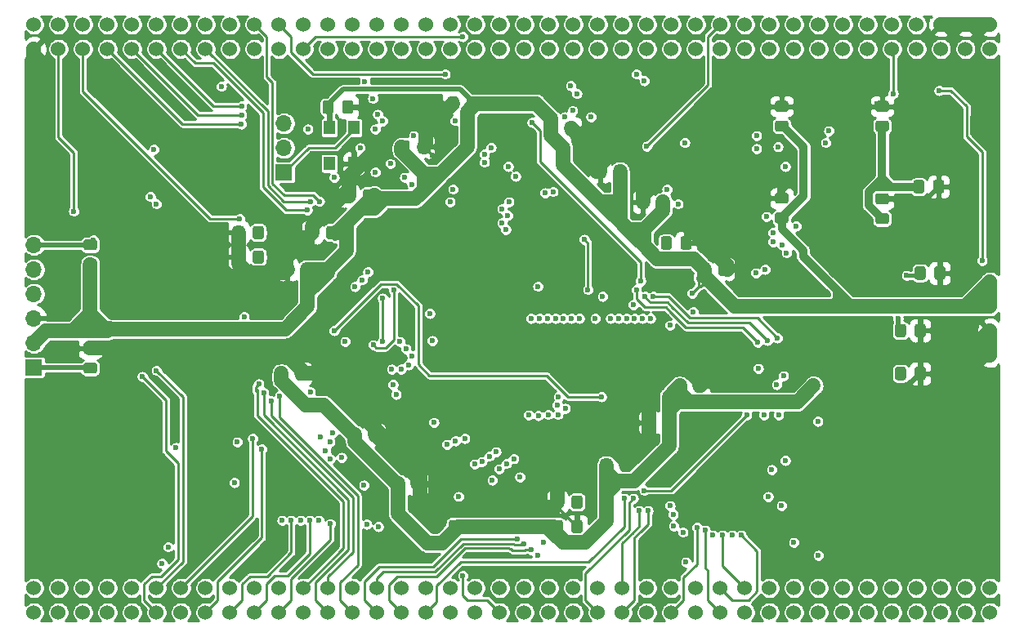
<source format=gbr>
G04 #@! TF.GenerationSoftware,KiCad,Pcbnew,(5.1.9)-1*
G04 #@! TF.CreationDate,2021-06-15T15:58:53-04:00*
G04 #@! TF.ProjectId,SuperVIC-STM32,53757065-7256-4494-932d-53544d33322e,rev?*
G04 #@! TF.SameCoordinates,Original*
G04 #@! TF.FileFunction,Copper,L1,Top*
G04 #@! TF.FilePolarity,Positive*
%FSLAX46Y46*%
G04 Gerber Fmt 4.6, Leading zero omitted, Abs format (unit mm)*
G04 Created by KiCad (PCBNEW (5.1.9)-1) date 2021-06-15 15:58:53*
%MOMM*%
%LPD*%
G01*
G04 APERTURE LIST*
G04 #@! TA.AperFunction,ComponentPad*
%ADD10R,1.700000X1.700000*%
G04 #@! TD*
G04 #@! TA.AperFunction,ComponentPad*
%ADD11O,1.700000X1.700000*%
G04 #@! TD*
G04 #@! TA.AperFunction,SMDPad,CuDef*
%ADD12R,1.200000X1.400000*%
G04 #@! TD*
G04 #@! TA.AperFunction,ComponentPad*
%ADD13C,1.524000*%
G04 #@! TD*
G04 #@! TA.AperFunction,ViaPad*
%ADD14C,0.600000*%
G04 #@! TD*
G04 #@! TA.AperFunction,ViaPad*
%ADD15C,1.200000*%
G04 #@! TD*
G04 #@! TA.AperFunction,ViaPad*
%ADD16C,0.900000*%
G04 #@! TD*
G04 #@! TA.AperFunction,Conductor*
%ADD17C,0.288000*%
G04 #@! TD*
G04 #@! TA.AperFunction,Conductor*
%ADD18C,1.488000*%
G04 #@! TD*
G04 #@! TA.AperFunction,Conductor*
%ADD19C,0.488000*%
G04 #@! TD*
G04 #@! TA.AperFunction,Conductor*
%ADD20C,0.400000*%
G04 #@! TD*
G04 #@! TA.AperFunction,Conductor*
%ADD21C,0.880000*%
G04 #@! TD*
G04 #@! TA.AperFunction,Conductor*
%ADD22C,0.588000*%
G04 #@! TD*
G04 #@! TA.AperFunction,Conductor*
%ADD23C,0.700000*%
G04 #@! TD*
G04 #@! TA.AperFunction,Conductor*
%ADD24C,0.238000*%
G04 #@! TD*
G04 #@! TA.AperFunction,Conductor*
%ADD25C,0.100000*%
G04 #@! TD*
G04 APERTURE END LIST*
G04 #@! TA.AperFunction,SMDPad,CuDef*
G36*
G01*
X218745000Y-128085001D02*
X218745000Y-127184999D01*
G75*
G02*
X218994999Y-126935000I249999J0D01*
G01*
X219645001Y-126935000D01*
G75*
G02*
X219895000Y-127184999I0J-249999D01*
G01*
X219895000Y-128085001D01*
G75*
G02*
X219645001Y-128335000I-249999J0D01*
G01*
X218994999Y-128335000D01*
G75*
G02*
X218745000Y-128085001I0J249999D01*
G01*
G37*
G04 #@! TD.AperFunction*
G04 #@! TA.AperFunction,SMDPad,CuDef*
G36*
G01*
X220795000Y-128085001D02*
X220795000Y-127184999D01*
G75*
G02*
X221044999Y-126935000I249999J0D01*
G01*
X221695001Y-126935000D01*
G75*
G02*
X221945000Y-127184999I0J-249999D01*
G01*
X221945000Y-128085001D01*
G75*
G02*
X221695001Y-128335000I-249999J0D01*
G01*
X221044999Y-128335000D01*
G75*
G02*
X220795000Y-128085001I0J249999D01*
G01*
G37*
G04 #@! TD.AperFunction*
G04 #@! TA.AperFunction,SMDPad,CuDef*
G36*
G01*
X220795000Y-123640001D02*
X220795000Y-122739999D01*
G75*
G02*
X221044999Y-122490000I249999J0D01*
G01*
X221695001Y-122490000D01*
G75*
G02*
X221945000Y-122739999I0J-249999D01*
G01*
X221945000Y-123640001D01*
G75*
G02*
X221695001Y-123890000I-249999J0D01*
G01*
X221044999Y-123890000D01*
G75*
G02*
X220795000Y-123640001I0J249999D01*
G01*
G37*
G04 #@! TD.AperFunction*
G04 #@! TA.AperFunction,SMDPad,CuDef*
G36*
G01*
X218745000Y-123640001D02*
X218745000Y-122739999D01*
G75*
G02*
X218994999Y-122490000I249999J0D01*
G01*
X219645001Y-122490000D01*
G75*
G02*
X219895000Y-122739999I0J-249999D01*
G01*
X219895000Y-123640001D01*
G75*
G02*
X219645001Y-123890000I-249999J0D01*
G01*
X218994999Y-123890000D01*
G75*
G02*
X218745000Y-123640001I0J249999D01*
G01*
G37*
G04 #@! TD.AperFunction*
G04 #@! TA.AperFunction,SMDPad,CuDef*
G36*
G01*
X217874001Y-110103500D02*
X216973999Y-110103500D01*
G75*
G02*
X216724000Y-109853501I0J249999D01*
G01*
X216724000Y-109203499D01*
G75*
G02*
X216973999Y-108953500I249999J0D01*
G01*
X217874001Y-108953500D01*
G75*
G02*
X218124000Y-109203499I0J-249999D01*
G01*
X218124000Y-109853501D01*
G75*
G02*
X217874001Y-110103500I-249999J0D01*
G01*
G37*
G04 #@! TD.AperFunction*
G04 #@! TA.AperFunction,SMDPad,CuDef*
G36*
G01*
X217874001Y-112153500D02*
X216973999Y-112153500D01*
G75*
G02*
X216724000Y-111903501I0J249999D01*
G01*
X216724000Y-111253499D01*
G75*
G02*
X216973999Y-111003500I249999J0D01*
G01*
X217874001Y-111003500D01*
G75*
G02*
X218124000Y-111253499I0J-249999D01*
G01*
X218124000Y-111903501D01*
G75*
G02*
X217874001Y-112153500I-249999J0D01*
G01*
G37*
G04 #@! TD.AperFunction*
G04 #@! TA.AperFunction,SMDPad,CuDef*
G36*
G01*
X217874001Y-102565000D02*
X216973999Y-102565000D01*
G75*
G02*
X216724000Y-102315001I0J249999D01*
G01*
X216724000Y-101664999D01*
G75*
G02*
X216973999Y-101415000I249999J0D01*
G01*
X217874001Y-101415000D01*
G75*
G02*
X218124000Y-101664999I0J-249999D01*
G01*
X218124000Y-102315001D01*
G75*
G02*
X217874001Y-102565000I-249999J0D01*
G01*
G37*
G04 #@! TD.AperFunction*
G04 #@! TA.AperFunction,SMDPad,CuDef*
G36*
G01*
X217874001Y-100515000D02*
X216973999Y-100515000D01*
G75*
G02*
X216724000Y-100265001I0J249999D01*
G01*
X216724000Y-99614999D01*
G75*
G02*
X216973999Y-99365000I249999J0D01*
G01*
X217874001Y-99365000D01*
G75*
G02*
X218124000Y-99614999I0J-249999D01*
G01*
X218124000Y-100265001D01*
G75*
G02*
X217874001Y-100515000I-249999J0D01*
G01*
G37*
G04 #@! TD.AperFunction*
G04 #@! TA.AperFunction,SMDPad,CuDef*
G36*
G01*
X220650000Y-108717501D02*
X220650000Y-107817499D01*
G75*
G02*
X220899999Y-107567500I249999J0D01*
G01*
X221550001Y-107567500D01*
G75*
G02*
X221800000Y-107817499I0J-249999D01*
G01*
X221800000Y-108717501D01*
G75*
G02*
X221550001Y-108967500I-249999J0D01*
G01*
X220899999Y-108967500D01*
G75*
G02*
X220650000Y-108717501I0J249999D01*
G01*
G37*
G04 #@! TD.AperFunction*
G04 #@! TA.AperFunction,SMDPad,CuDef*
G36*
G01*
X222700000Y-108717501D02*
X222700000Y-107817499D01*
G75*
G02*
X222949999Y-107567500I249999J0D01*
G01*
X223600001Y-107567500D01*
G75*
G02*
X223850000Y-107817499I0J-249999D01*
G01*
X223850000Y-108717501D01*
G75*
G02*
X223600001Y-108967500I-249999J0D01*
G01*
X222949999Y-108967500D01*
G75*
G02*
X222700000Y-108717501I0J249999D01*
G01*
G37*
G04 #@! TD.AperFunction*
G04 #@! TA.AperFunction,SMDPad,CuDef*
G36*
G01*
X222827000Y-117671001D02*
X222827000Y-116770999D01*
G75*
G02*
X223076999Y-116521000I249999J0D01*
G01*
X223727001Y-116521000D01*
G75*
G02*
X223977000Y-116770999I0J-249999D01*
G01*
X223977000Y-117671001D01*
G75*
G02*
X223727001Y-117921000I-249999J0D01*
G01*
X223076999Y-117921000D01*
G75*
G02*
X222827000Y-117671001I0J249999D01*
G01*
G37*
G04 #@! TD.AperFunction*
G04 #@! TA.AperFunction,SMDPad,CuDef*
G36*
G01*
X220777000Y-117671001D02*
X220777000Y-116770999D01*
G75*
G02*
X221026999Y-116521000I249999J0D01*
G01*
X221677001Y-116521000D01*
G75*
G02*
X221927000Y-116770999I0J-249999D01*
G01*
X221927000Y-117671001D01*
G75*
G02*
X221677001Y-117921000I-249999J0D01*
G01*
X221026999Y-117921000D01*
G75*
G02*
X220777000Y-117671001I0J249999D01*
G01*
G37*
G04 #@! TD.AperFunction*
G04 #@! TA.AperFunction,SMDPad,CuDef*
G36*
G01*
X153365000Y-112579999D02*
X153365000Y-113480001D01*
G75*
G02*
X153115001Y-113730000I-249999J0D01*
G01*
X152464999Y-113730000D01*
G75*
G02*
X152215000Y-113480001I0J249999D01*
G01*
X152215000Y-112579999D01*
G75*
G02*
X152464999Y-112330000I249999J0D01*
G01*
X153115001Y-112330000D01*
G75*
G02*
X153365000Y-112579999I0J-249999D01*
G01*
G37*
G04 #@! TD.AperFunction*
G04 #@! TA.AperFunction,SMDPad,CuDef*
G36*
G01*
X151315000Y-112579999D02*
X151315000Y-113480001D01*
G75*
G02*
X151065001Y-113730000I-249999J0D01*
G01*
X150414999Y-113730000D01*
G75*
G02*
X150165000Y-113480001I0J249999D01*
G01*
X150165000Y-112579999D01*
G75*
G02*
X150414999Y-112330000I249999J0D01*
G01*
X151065001Y-112330000D01*
G75*
G02*
X151315000Y-112579999I0J-249999D01*
G01*
G37*
G04 #@! TD.AperFunction*
G04 #@! TA.AperFunction,SMDPad,CuDef*
G36*
G01*
X152215000Y-116020001D02*
X152215000Y-115119999D01*
G75*
G02*
X152464999Y-114870000I249999J0D01*
G01*
X153115001Y-114870000D01*
G75*
G02*
X153365000Y-115119999I0J-249999D01*
G01*
X153365000Y-116020001D01*
G75*
G02*
X153115001Y-116270000I-249999J0D01*
G01*
X152464999Y-116270000D01*
G75*
G02*
X152215000Y-116020001I0J249999D01*
G01*
G37*
G04 #@! TD.AperFunction*
G04 #@! TA.AperFunction,SMDPad,CuDef*
G36*
G01*
X150165000Y-116020001D02*
X150165000Y-115119999D01*
G75*
G02*
X150414999Y-114870000I249999J0D01*
G01*
X151065001Y-114870000D01*
G75*
G02*
X151315000Y-115119999I0J-249999D01*
G01*
X151315000Y-116020001D01*
G75*
G02*
X151065001Y-116270000I-249999J0D01*
G01*
X150414999Y-116270000D01*
G75*
G02*
X150165000Y-116020001I0J249999D01*
G01*
G37*
G04 #@! TD.AperFunction*
G04 #@! TA.AperFunction,SMDPad,CuDef*
G36*
G01*
X197935000Y-129355001D02*
X197935000Y-128454999D01*
G75*
G02*
X198184999Y-128205000I249999J0D01*
G01*
X198835001Y-128205000D01*
G75*
G02*
X199085000Y-128454999I0J-249999D01*
G01*
X199085000Y-129355001D01*
G75*
G02*
X198835001Y-129605000I-249999J0D01*
G01*
X198184999Y-129605000D01*
G75*
G02*
X197935000Y-129355001I0J249999D01*
G01*
G37*
G04 #@! TD.AperFunction*
G04 #@! TA.AperFunction,SMDPad,CuDef*
G36*
G01*
X195885000Y-129355001D02*
X195885000Y-128454999D01*
G75*
G02*
X196134999Y-128205000I249999J0D01*
G01*
X196785001Y-128205000D01*
G75*
G02*
X197035000Y-128454999I0J-249999D01*
G01*
X197035000Y-129355001D01*
G75*
G02*
X196785001Y-129605000I-249999J0D01*
G01*
X196134999Y-129605000D01*
G75*
G02*
X195885000Y-129355001I0J249999D01*
G01*
G37*
G04 #@! TD.AperFunction*
G04 #@! TA.AperFunction,SMDPad,CuDef*
G36*
G01*
X195638000Y-113659499D02*
X195638000Y-114559501D01*
G75*
G02*
X195388001Y-114809500I-249999J0D01*
G01*
X194737999Y-114809500D01*
G75*
G02*
X194488000Y-114559501I0J249999D01*
G01*
X194488000Y-113659499D01*
G75*
G02*
X194737999Y-113409500I249999J0D01*
G01*
X195388001Y-113409500D01*
G75*
G02*
X195638000Y-113659499I0J-249999D01*
G01*
G37*
G04 #@! TD.AperFunction*
G04 #@! TA.AperFunction,SMDPad,CuDef*
G36*
G01*
X197688000Y-113659499D02*
X197688000Y-114559501D01*
G75*
G02*
X197438001Y-114809500I-249999J0D01*
G01*
X196787999Y-114809500D01*
G75*
G02*
X196538000Y-114559501I0J249999D01*
G01*
X196538000Y-113659499D01*
G75*
G02*
X196787999Y-113409500I249999J0D01*
G01*
X197438001Y-113409500D01*
G75*
G02*
X197688000Y-113659499I0J-249999D01*
G01*
G37*
G04 #@! TD.AperFunction*
G04 #@! TA.AperFunction,SMDPad,CuDef*
G36*
G01*
X183185000Y-141420001D02*
X183185000Y-140519999D01*
G75*
G02*
X183434999Y-140270000I249999J0D01*
G01*
X184085001Y-140270000D01*
G75*
G02*
X184335000Y-140519999I0J-249999D01*
G01*
X184335000Y-141420001D01*
G75*
G02*
X184085001Y-141670000I-249999J0D01*
G01*
X183434999Y-141670000D01*
G75*
G02*
X183185000Y-141420001I0J249999D01*
G01*
G37*
G04 #@! TD.AperFunction*
G04 #@! TA.AperFunction,SMDPad,CuDef*
G36*
G01*
X185235000Y-141420001D02*
X185235000Y-140519999D01*
G75*
G02*
X185484999Y-140270000I249999J0D01*
G01*
X186135001Y-140270000D01*
G75*
G02*
X186385000Y-140519999I0J-249999D01*
G01*
X186385000Y-141420001D01*
G75*
G02*
X186135001Y-141670000I-249999J0D01*
G01*
X185484999Y-141670000D01*
G75*
G02*
X185235000Y-141420001I0J249999D01*
G01*
G37*
G04 #@! TD.AperFunction*
G04 #@! TA.AperFunction,SMDPad,CuDef*
G36*
G01*
X190830000Y-106229999D02*
X190830000Y-107130001D01*
G75*
G02*
X190580001Y-107380000I-249999J0D01*
G01*
X189929999Y-107380000D01*
G75*
G02*
X189680000Y-107130001I0J249999D01*
G01*
X189680000Y-106229999D01*
G75*
G02*
X189929999Y-105980000I249999J0D01*
G01*
X190580001Y-105980000D01*
G75*
G02*
X190830000Y-106229999I0J-249999D01*
G01*
G37*
G04 #@! TD.AperFunction*
G04 #@! TA.AperFunction,SMDPad,CuDef*
G36*
G01*
X188780000Y-106229999D02*
X188780000Y-107130001D01*
G75*
G02*
X188530001Y-107380000I-249999J0D01*
G01*
X187879999Y-107380000D01*
G75*
G02*
X187630000Y-107130001I0J249999D01*
G01*
X187630000Y-106229999D01*
G75*
G02*
X187879999Y-105980000I249999J0D01*
G01*
X188530001Y-105980000D01*
G75*
G02*
X188780000Y-106229999I0J-249999D01*
G01*
G37*
G04 #@! TD.AperFunction*
G04 #@! TA.AperFunction,SMDPad,CuDef*
G36*
G01*
X193225000Y-109404999D02*
X193225000Y-110305001D01*
G75*
G02*
X192975001Y-110555000I-249999J0D01*
G01*
X192324999Y-110555000D01*
G75*
G02*
X192075000Y-110305001I0J249999D01*
G01*
X192075000Y-109404999D01*
G75*
G02*
X192324999Y-109155000I249999J0D01*
G01*
X192975001Y-109155000D01*
G75*
G02*
X193225000Y-109404999I0J-249999D01*
G01*
G37*
G04 #@! TD.AperFunction*
G04 #@! TA.AperFunction,SMDPad,CuDef*
G36*
G01*
X195275000Y-109404999D02*
X195275000Y-110305001D01*
G75*
G02*
X195025001Y-110555000I-249999J0D01*
G01*
X194374999Y-110555000D01*
G75*
G02*
X194125000Y-110305001I0J249999D01*
G01*
X194125000Y-109404999D01*
G75*
G02*
X194374999Y-109155000I249999J0D01*
G01*
X195025001Y-109155000D01*
G75*
G02*
X195275000Y-109404999I0J-249999D01*
G01*
G37*
G04 #@! TD.AperFunction*
G04 #@! TA.AperFunction,SMDPad,CuDef*
G36*
G01*
X198425000Y-117290001D02*
X198425000Y-116389999D01*
G75*
G02*
X198674999Y-116140000I249999J0D01*
G01*
X199325001Y-116140000D01*
G75*
G02*
X199575000Y-116389999I0J-249999D01*
G01*
X199575000Y-117290001D01*
G75*
G02*
X199325001Y-117540000I-249999J0D01*
G01*
X198674999Y-117540000D01*
G75*
G02*
X198425000Y-117290001I0J249999D01*
G01*
G37*
G04 #@! TD.AperFunction*
G04 #@! TA.AperFunction,SMDPad,CuDef*
G36*
G01*
X200475000Y-117290001D02*
X200475000Y-116389999D01*
G75*
G02*
X200724999Y-116140000I249999J0D01*
G01*
X201375001Y-116140000D01*
G75*
G02*
X201625000Y-116389999I0J-249999D01*
G01*
X201625000Y-117290001D01*
G75*
G02*
X201375001Y-117540000I-249999J0D01*
G01*
X200724999Y-117540000D01*
G75*
G02*
X200475000Y-117290001I0J249999D01*
G01*
G37*
G04 #@! TD.AperFunction*
G04 #@! TA.AperFunction,SMDPad,CuDef*
G36*
G01*
X195910000Y-132264999D02*
X195910000Y-133165001D01*
G75*
G02*
X195660001Y-133415000I-249999J0D01*
G01*
X195009999Y-133415000D01*
G75*
G02*
X194760000Y-133165001I0J249999D01*
G01*
X194760000Y-132264999D01*
G75*
G02*
X195009999Y-132015000I249999J0D01*
G01*
X195660001Y-132015000D01*
G75*
G02*
X195910000Y-132264999I0J-249999D01*
G01*
G37*
G04 #@! TD.AperFunction*
G04 #@! TA.AperFunction,SMDPad,CuDef*
G36*
G01*
X193860000Y-132264999D02*
X193860000Y-133165001D01*
G75*
G02*
X193610001Y-133415000I-249999J0D01*
G01*
X192959999Y-133415000D01*
G75*
G02*
X192710000Y-133165001I0J249999D01*
G01*
X192710000Y-132264999D01*
G75*
G02*
X192959999Y-132015000I249999J0D01*
G01*
X193610001Y-132015000D01*
G75*
G02*
X193860000Y-132264999I0J-249999D01*
G01*
G37*
G04 #@! TD.AperFunction*
G04 #@! TA.AperFunction,SMDPad,CuDef*
G36*
G01*
X164280000Y-134435001D02*
X164280000Y-133534999D01*
G75*
G02*
X164529999Y-133285000I249999J0D01*
G01*
X165180001Y-133285000D01*
G75*
G02*
X165430000Y-133534999I0J-249999D01*
G01*
X165430000Y-134435001D01*
G75*
G02*
X165180001Y-134685000I-249999J0D01*
G01*
X164529999Y-134685000D01*
G75*
G02*
X164280000Y-134435001I0J249999D01*
G01*
G37*
G04 #@! TD.AperFunction*
G04 #@! TA.AperFunction,SMDPad,CuDef*
G36*
G01*
X162230000Y-134435001D02*
X162230000Y-133534999D01*
G75*
G02*
X162479999Y-133285000I249999J0D01*
G01*
X163130001Y-133285000D01*
G75*
G02*
X163380000Y-133534999I0J-249999D01*
G01*
X163380000Y-134435001D01*
G75*
G02*
X163130001Y-134685000I-249999J0D01*
G01*
X162479999Y-134685000D01*
G75*
G02*
X162230000Y-134435001I0J249999D01*
G01*
G37*
G04 #@! TD.AperFunction*
G04 #@! TA.AperFunction,SMDPad,CuDef*
G36*
G01*
X168725000Y-139515001D02*
X168725000Y-138614999D01*
G75*
G02*
X168974999Y-138365000I249999J0D01*
G01*
X169625001Y-138365000D01*
G75*
G02*
X169875000Y-138614999I0J-249999D01*
G01*
X169875000Y-139515001D01*
G75*
G02*
X169625001Y-139765000I-249999J0D01*
G01*
X168974999Y-139765000D01*
G75*
G02*
X168725000Y-139515001I0J249999D01*
G01*
G37*
G04 #@! TD.AperFunction*
G04 #@! TA.AperFunction,SMDPad,CuDef*
G36*
G01*
X166675000Y-139515001D02*
X166675000Y-138614999D01*
G75*
G02*
X166924999Y-138365000I249999J0D01*
G01*
X167575001Y-138365000D01*
G75*
G02*
X167825000Y-138614999I0J-249999D01*
G01*
X167825000Y-139515001D01*
G75*
G02*
X167575001Y-139765000I-249999J0D01*
G01*
X166924999Y-139765000D01*
G75*
G02*
X166675000Y-139515001I0J249999D01*
G01*
G37*
G04 #@! TD.AperFunction*
G04 #@! TA.AperFunction,SMDPad,CuDef*
G36*
G01*
X173685000Y-143059999D02*
X173685000Y-143960001D01*
G75*
G02*
X173435001Y-144210000I-249999J0D01*
G01*
X172784999Y-144210000D01*
G75*
G02*
X172535000Y-143960001I0J249999D01*
G01*
X172535000Y-143059999D01*
G75*
G02*
X172784999Y-142810000I249999J0D01*
G01*
X173435001Y-142810000D01*
G75*
G02*
X173685000Y-143059999I0J-249999D01*
G01*
G37*
G04 #@! TD.AperFunction*
G04 #@! TA.AperFunction,SMDPad,CuDef*
G36*
G01*
X171635000Y-143059999D02*
X171635000Y-143960001D01*
G75*
G02*
X171385001Y-144210000I-249999J0D01*
G01*
X170734999Y-144210000D01*
G75*
G02*
X170485000Y-143960001I0J249999D01*
G01*
X170485000Y-143059999D01*
G75*
G02*
X170734999Y-142810000I249999J0D01*
G01*
X171385001Y-142810000D01*
G75*
G02*
X171635000Y-143059999I0J-249999D01*
G01*
G37*
G04 #@! TD.AperFunction*
G04 #@! TA.AperFunction,SMDPad,CuDef*
G36*
G01*
X183185000Y-143960001D02*
X183185000Y-143059999D01*
G75*
G02*
X183434999Y-142810000I249999J0D01*
G01*
X184085001Y-142810000D01*
G75*
G02*
X184335000Y-143059999I0J-249999D01*
G01*
X184335000Y-143960001D01*
G75*
G02*
X184085001Y-144210000I-249999J0D01*
G01*
X183434999Y-144210000D01*
G75*
G02*
X183185000Y-143960001I0J249999D01*
G01*
G37*
G04 #@! TD.AperFunction*
G04 #@! TA.AperFunction,SMDPad,CuDef*
G36*
G01*
X185235000Y-143960001D02*
X185235000Y-143059999D01*
G75*
G02*
X185484999Y-142810000I249999J0D01*
G01*
X186135001Y-142810000D01*
G75*
G02*
X186385000Y-143059999I0J-249999D01*
G01*
X186385000Y-143960001D01*
G75*
G02*
X186135001Y-144210000I-249999J0D01*
G01*
X185484999Y-144210000D01*
G75*
G02*
X185235000Y-143960001I0J249999D01*
G01*
G37*
G04 #@! TD.AperFunction*
G04 #@! TA.AperFunction,SMDPad,CuDef*
G36*
G01*
X190315000Y-137610001D02*
X190315000Y-136709999D01*
G75*
G02*
X190564999Y-136460000I249999J0D01*
G01*
X191215001Y-136460000D01*
G75*
G02*
X191465000Y-136709999I0J-249999D01*
G01*
X191465000Y-137610001D01*
G75*
G02*
X191215001Y-137860000I-249999J0D01*
G01*
X190564999Y-137860000D01*
G75*
G02*
X190315000Y-137610001I0J249999D01*
G01*
G37*
G04 #@! TD.AperFunction*
G04 #@! TA.AperFunction,SMDPad,CuDef*
G36*
G01*
X188265000Y-137610001D02*
X188265000Y-136709999D01*
G75*
G02*
X188514999Y-136460000I249999J0D01*
G01*
X189165001Y-136460000D01*
G75*
G02*
X189415000Y-136709999I0J-249999D01*
G01*
X189415000Y-137610001D01*
G75*
G02*
X189165001Y-137860000I-249999J0D01*
G01*
X188514999Y-137860000D01*
G75*
G02*
X188265000Y-137610001I0J249999D01*
G01*
G37*
G04 #@! TD.AperFunction*
G04 #@! TA.AperFunction,SMDPad,CuDef*
G36*
G01*
X207460001Y-110040000D02*
X206559999Y-110040000D01*
G75*
G02*
X206310000Y-109790001I0J249999D01*
G01*
X206310000Y-109139999D01*
G75*
G02*
X206559999Y-108890000I249999J0D01*
G01*
X207460001Y-108890000D01*
G75*
G02*
X207710000Y-109139999I0J-249999D01*
G01*
X207710000Y-109790001D01*
G75*
G02*
X207460001Y-110040000I-249999J0D01*
G01*
G37*
G04 #@! TD.AperFunction*
G04 #@! TA.AperFunction,SMDPad,CuDef*
G36*
G01*
X207460001Y-112090000D02*
X206559999Y-112090000D01*
G75*
G02*
X206310000Y-111840001I0J249999D01*
G01*
X206310000Y-111189999D01*
G75*
G02*
X206559999Y-110940000I249999J0D01*
G01*
X207460001Y-110940000D01*
G75*
G02*
X207710000Y-111189999I0J-249999D01*
G01*
X207710000Y-111840001D01*
G75*
G02*
X207460001Y-112090000I-249999J0D01*
G01*
G37*
G04 #@! TD.AperFunction*
G04 #@! TA.AperFunction,SMDPad,CuDef*
G36*
G01*
X182550000Y-102685001D02*
X182550000Y-101784999D01*
G75*
G02*
X182799999Y-101535000I249999J0D01*
G01*
X183450001Y-101535000D01*
G75*
G02*
X183700000Y-101784999I0J-249999D01*
G01*
X183700000Y-102685001D01*
G75*
G02*
X183450001Y-102935000I-249999J0D01*
G01*
X182799999Y-102935000D01*
G75*
G02*
X182550000Y-102685001I0J249999D01*
G01*
G37*
G04 #@! TD.AperFunction*
G04 #@! TA.AperFunction,SMDPad,CuDef*
G36*
G01*
X184600000Y-102685001D02*
X184600000Y-101784999D01*
G75*
G02*
X184849999Y-101535000I249999J0D01*
G01*
X185500001Y-101535000D01*
G75*
G02*
X185750000Y-101784999I0J-249999D01*
G01*
X185750000Y-102685001D01*
G75*
G02*
X185500001Y-102935000I-249999J0D01*
G01*
X184849999Y-102935000D01*
G75*
G02*
X184600000Y-102685001I0J249999D01*
G01*
G37*
G04 #@! TD.AperFunction*
G04 #@! TA.AperFunction,SMDPad,CuDef*
G36*
G01*
X175590000Y-99181499D02*
X175590000Y-100081501D01*
G75*
G02*
X175340001Y-100331500I-249999J0D01*
G01*
X174689999Y-100331500D01*
G75*
G02*
X174440000Y-100081501I0J249999D01*
G01*
X174440000Y-99181499D01*
G75*
G02*
X174689999Y-98931500I249999J0D01*
G01*
X175340001Y-98931500D01*
G75*
G02*
X175590000Y-99181499I0J-249999D01*
G01*
G37*
G04 #@! TD.AperFunction*
G04 #@! TA.AperFunction,SMDPad,CuDef*
G36*
G01*
X173540000Y-99181499D02*
X173540000Y-100081501D01*
G75*
G02*
X173290001Y-100331500I-249999J0D01*
G01*
X172639999Y-100331500D01*
G75*
G02*
X172390000Y-100081501I0J249999D01*
G01*
X172390000Y-99181499D01*
G75*
G02*
X172639999Y-98931500I249999J0D01*
G01*
X173290001Y-98931500D01*
G75*
G02*
X173540000Y-99181499I0J-249999D01*
G01*
G37*
G04 #@! TD.AperFunction*
G04 #@! TA.AperFunction,SMDPad,CuDef*
G36*
G01*
X207460001Y-100515000D02*
X206559999Y-100515000D01*
G75*
G02*
X206310000Y-100265001I0J249999D01*
G01*
X206310000Y-99614999D01*
G75*
G02*
X206559999Y-99365000I249999J0D01*
G01*
X207460001Y-99365000D01*
G75*
G02*
X207710000Y-99614999I0J-249999D01*
G01*
X207710000Y-100265001D01*
G75*
G02*
X207460001Y-100515000I-249999J0D01*
G01*
G37*
G04 #@! TD.AperFunction*
G04 #@! TA.AperFunction,SMDPad,CuDef*
G36*
G01*
X207460001Y-102565000D02*
X206559999Y-102565000D01*
G75*
G02*
X206310000Y-102315001I0J249999D01*
G01*
X206310000Y-101664999D01*
G75*
G02*
X206559999Y-101415000I249999J0D01*
G01*
X207460001Y-101415000D01*
G75*
G02*
X207710000Y-101664999I0J-249999D01*
G01*
X207710000Y-102315001D01*
G75*
G02*
X207460001Y-102565000I-249999J0D01*
G01*
G37*
G04 #@! TD.AperFunction*
G04 #@! TA.AperFunction,SMDPad,CuDef*
G36*
G01*
X169360000Y-104590001D02*
X169360000Y-103689999D01*
G75*
G02*
X169609999Y-103440000I249999J0D01*
G01*
X170260001Y-103440000D01*
G75*
G02*
X170510000Y-103689999I0J-249999D01*
G01*
X170510000Y-104590001D01*
G75*
G02*
X170260001Y-104840000I-249999J0D01*
G01*
X169609999Y-104840000D01*
G75*
G02*
X169360000Y-104590001I0J249999D01*
G01*
G37*
G04 #@! TD.AperFunction*
G04 #@! TA.AperFunction,SMDPad,CuDef*
G36*
G01*
X167310000Y-104590001D02*
X167310000Y-103689999D01*
G75*
G02*
X167559999Y-103440000I249999J0D01*
G01*
X168210001Y-103440000D01*
G75*
G02*
X168460000Y-103689999I0J-249999D01*
G01*
X168460000Y-104590001D01*
G75*
G02*
X168210001Y-104840000I-249999J0D01*
G01*
X167559999Y-104840000D01*
G75*
G02*
X167310000Y-104590001I0J249999D01*
G01*
G37*
G04 #@! TD.AperFunction*
G04 #@! TA.AperFunction,SMDPad,CuDef*
G36*
G01*
X164795000Y-108769999D02*
X164795000Y-109670001D01*
G75*
G02*
X164545001Y-109920000I-249999J0D01*
G01*
X163894999Y-109920000D01*
G75*
G02*
X163645000Y-109670001I0J249999D01*
G01*
X163645000Y-108769999D01*
G75*
G02*
X163894999Y-108520000I249999J0D01*
G01*
X164545001Y-108520000D01*
G75*
G02*
X164795000Y-108769999I0J-249999D01*
G01*
G37*
G04 #@! TD.AperFunction*
G04 #@! TA.AperFunction,SMDPad,CuDef*
G36*
G01*
X162745000Y-108769999D02*
X162745000Y-109670001D01*
G75*
G02*
X162495001Y-109920000I-249999J0D01*
G01*
X161844999Y-109920000D01*
G75*
G02*
X161595000Y-109670001I0J249999D01*
G01*
X161595000Y-108769999D01*
G75*
G02*
X161844999Y-108520000I249999J0D01*
G01*
X162495001Y-108520000D01*
G75*
G02*
X162745000Y-108769999I0J-249999D01*
G01*
G37*
G04 #@! TD.AperFunction*
G04 #@! TA.AperFunction,SMDPad,CuDef*
G36*
G01*
X160985000Y-112579999D02*
X160985000Y-113480001D01*
G75*
G02*
X160735001Y-113730000I-249999J0D01*
G01*
X160084999Y-113730000D01*
G75*
G02*
X159835000Y-113480001I0J249999D01*
G01*
X159835000Y-112579999D01*
G75*
G02*
X160084999Y-112330000I249999J0D01*
G01*
X160735001Y-112330000D01*
G75*
G02*
X160985000Y-112579999I0J-249999D01*
G01*
G37*
G04 #@! TD.AperFunction*
G04 #@! TA.AperFunction,SMDPad,CuDef*
G36*
G01*
X158935000Y-112579999D02*
X158935000Y-113480001D01*
G75*
G02*
X158685001Y-113730000I-249999J0D01*
G01*
X158034999Y-113730000D01*
G75*
G02*
X157785000Y-113480001I0J249999D01*
G01*
X157785000Y-112579999D01*
G75*
G02*
X158034999Y-112330000I249999J0D01*
G01*
X158685001Y-112330000D01*
G75*
G02*
X158935000Y-112579999I0J-249999D01*
G01*
G37*
G04 #@! TD.AperFunction*
G04 #@! TA.AperFunction,SMDPad,CuDef*
G36*
G01*
X156395000Y-116389999D02*
X156395000Y-117290001D01*
G75*
G02*
X156145001Y-117540000I-249999J0D01*
G01*
X155494999Y-117540000D01*
G75*
G02*
X155245000Y-117290001I0J249999D01*
G01*
X155245000Y-116389999D01*
G75*
G02*
X155494999Y-116140000I249999J0D01*
G01*
X156145001Y-116140000D01*
G75*
G02*
X156395000Y-116389999I0J-249999D01*
G01*
G37*
G04 #@! TD.AperFunction*
G04 #@! TA.AperFunction,SMDPad,CuDef*
G36*
G01*
X158445000Y-116389999D02*
X158445000Y-117290001D01*
G75*
G02*
X158195001Y-117540000I-249999J0D01*
G01*
X157544999Y-117540000D01*
G75*
G02*
X157295000Y-117290001I0J249999D01*
G01*
X157295000Y-116389999D01*
G75*
G02*
X157544999Y-116140000I249999J0D01*
G01*
X158195001Y-116140000D01*
G75*
G02*
X158445000Y-116389999I0J-249999D01*
G01*
G37*
G04 #@! TD.AperFunction*
G04 #@! TA.AperFunction,SMDPad,CuDef*
G36*
G01*
X154610000Y-128085001D02*
X154610000Y-127184999D01*
G75*
G02*
X154859999Y-126935000I249999J0D01*
G01*
X155510001Y-126935000D01*
G75*
G02*
X155760000Y-127184999I0J-249999D01*
G01*
X155760000Y-128085001D01*
G75*
G02*
X155510001Y-128335000I-249999J0D01*
G01*
X154859999Y-128335000D01*
G75*
G02*
X154610000Y-128085001I0J249999D01*
G01*
G37*
G04 #@! TD.AperFunction*
G04 #@! TA.AperFunction,SMDPad,CuDef*
G36*
G01*
X156660000Y-128085001D02*
X156660000Y-127184999D01*
G75*
G02*
X156909999Y-126935000I249999J0D01*
G01*
X157560001Y-126935000D01*
G75*
G02*
X157810000Y-127184999I0J-249999D01*
G01*
X157810000Y-128085001D01*
G75*
G02*
X157560001Y-128335000I-249999J0D01*
G01*
X156909999Y-128335000D01*
G75*
G02*
X156660000Y-128085001I0J249999D01*
G01*
G37*
G04 #@! TD.AperFunction*
D10*
X129540000Y-127000000D03*
D11*
X129540000Y-124460000D03*
X129540000Y-121920000D03*
X129540000Y-119380000D03*
X129540000Y-116840000D03*
X129540000Y-114300000D03*
G04 #@! TA.AperFunction,SMDPad,CuDef*
G36*
G01*
X134931999Y-124447500D02*
X135832001Y-124447500D01*
G75*
G02*
X136082000Y-124697499I0J-249999D01*
G01*
X136082000Y-125347501D01*
G75*
G02*
X135832001Y-125597500I-249999J0D01*
G01*
X134931999Y-125597500D01*
G75*
G02*
X134682000Y-125347501I0J249999D01*
G01*
X134682000Y-124697499D01*
G75*
G02*
X134931999Y-124447500I249999J0D01*
G01*
G37*
G04 #@! TD.AperFunction*
G04 #@! TA.AperFunction,SMDPad,CuDef*
G36*
G01*
X134931999Y-126497500D02*
X135832001Y-126497500D01*
G75*
G02*
X136082000Y-126747499I0J-249999D01*
G01*
X136082000Y-127397501D01*
G75*
G02*
X135832001Y-127647500I-249999J0D01*
G01*
X134931999Y-127647500D01*
G75*
G02*
X134682000Y-127397501I0J249999D01*
G01*
X134682000Y-126747499D01*
G75*
G02*
X134931999Y-126497500I249999J0D01*
G01*
G37*
G04 #@! TD.AperFunction*
G04 #@! TA.AperFunction,SMDPad,CuDef*
G36*
G01*
X135832001Y-114866000D02*
X134931999Y-114866000D01*
G75*
G02*
X134682000Y-114616001I0J249999D01*
G01*
X134682000Y-113965999D01*
G75*
G02*
X134931999Y-113716000I249999J0D01*
G01*
X135832001Y-113716000D01*
G75*
G02*
X136082000Y-113965999I0J-249999D01*
G01*
X136082000Y-114616001D01*
G75*
G02*
X135832001Y-114866000I-249999J0D01*
G01*
G37*
G04 #@! TD.AperFunction*
G04 #@! TA.AperFunction,SMDPad,CuDef*
G36*
G01*
X135832001Y-116916000D02*
X134931999Y-116916000D01*
G75*
G02*
X134682000Y-116666001I0J249999D01*
G01*
X134682000Y-116015999D01*
G75*
G02*
X134931999Y-115766000I249999J0D01*
G01*
X135832001Y-115766000D01*
G75*
G02*
X136082000Y-116015999I0J-249999D01*
G01*
X136082000Y-116666001D01*
G75*
G02*
X135832001Y-116916000I-249999J0D01*
G01*
G37*
G04 #@! TD.AperFunction*
G04 #@! TA.AperFunction,SMDPad,CuDef*
G36*
G01*
X159436000Y-100462501D02*
X159436000Y-99562499D01*
G75*
G02*
X159685999Y-99312500I249999J0D01*
G01*
X160336001Y-99312500D01*
G75*
G02*
X160586000Y-99562499I0J-249999D01*
G01*
X160586000Y-100462501D01*
G75*
G02*
X160336001Y-100712500I-249999J0D01*
G01*
X159685999Y-100712500D01*
G75*
G02*
X159436000Y-100462501I0J249999D01*
G01*
G37*
G04 #@! TD.AperFunction*
G04 #@! TA.AperFunction,SMDPad,CuDef*
G36*
G01*
X161486000Y-100462501D02*
X161486000Y-99562499D01*
G75*
G02*
X161735999Y-99312500I249999J0D01*
G01*
X162386001Y-99312500D01*
G75*
G02*
X162636000Y-99562499I0J-249999D01*
G01*
X162636000Y-100462501D01*
G75*
G02*
X162386001Y-100712500I-249999J0D01*
G01*
X161735999Y-100712500D01*
G75*
G02*
X161486000Y-100462501I0J249999D01*
G01*
G37*
G04 #@! TD.AperFunction*
D10*
X155448000Y-106794300D03*
D11*
X155448000Y-104254300D03*
X155448000Y-101714300D03*
D12*
X160147000Y-105863000D03*
X162687000Y-105863000D03*
X162687000Y-102163000D03*
X160147000Y-102163000D03*
D13*
X228600000Y-152400000D03*
X226060000Y-152400000D03*
X223520000Y-152400000D03*
X220980000Y-152400000D03*
X218440000Y-152400000D03*
X215900000Y-152400000D03*
X213360000Y-152400000D03*
X210820000Y-152400000D03*
X208280000Y-152400000D03*
X205740000Y-152400000D03*
X203200000Y-152400000D03*
X200660000Y-152400000D03*
X198120000Y-152400000D03*
X195580000Y-152400000D03*
X193040000Y-152400000D03*
X190500000Y-152400000D03*
X187960000Y-152400000D03*
X185420000Y-152400000D03*
X182880000Y-152400000D03*
X180340000Y-152400000D03*
X177800000Y-152400000D03*
X175260000Y-152400000D03*
X172720000Y-152400000D03*
X170180000Y-152400000D03*
X167640000Y-152400000D03*
X165100000Y-152400000D03*
X162560000Y-152400000D03*
X160020000Y-152400000D03*
X157480000Y-152400000D03*
X154940000Y-152400000D03*
X152400000Y-152400000D03*
X149860000Y-152400000D03*
X147320000Y-152400000D03*
X144780000Y-152400000D03*
X142240000Y-152400000D03*
X139700000Y-152400000D03*
X137160000Y-152400000D03*
X134620000Y-152400000D03*
X132080000Y-152400000D03*
X129540000Y-152400000D03*
X228600000Y-149860000D03*
X226060000Y-149860000D03*
X223520000Y-149860000D03*
X220980000Y-149860000D03*
X218440000Y-149860000D03*
X215900000Y-149860000D03*
X213360000Y-149860000D03*
X210820000Y-149860000D03*
X208280000Y-149860000D03*
X205740000Y-149860000D03*
X203200000Y-149860000D03*
X200660000Y-149860000D03*
X198120000Y-149860000D03*
X195580000Y-149860000D03*
X193040000Y-149860000D03*
X190500000Y-149860000D03*
X187960000Y-149860000D03*
X185420000Y-149860000D03*
X182880000Y-149860000D03*
X180340000Y-149860000D03*
X177800000Y-149860000D03*
X175260000Y-149860000D03*
X172720000Y-149860000D03*
X170180000Y-149860000D03*
X167640000Y-149860000D03*
X165100000Y-149860000D03*
X162560000Y-149860000D03*
X160020000Y-149860000D03*
X157480000Y-149860000D03*
X154940000Y-149860000D03*
X152400000Y-149860000D03*
X149860000Y-149860000D03*
X147320000Y-149860000D03*
X144780000Y-149860000D03*
X142240000Y-149860000D03*
X139700000Y-149860000D03*
X137160000Y-149860000D03*
X134620000Y-149860000D03*
X132080000Y-149860000D03*
X129540000Y-149860000D03*
X228600000Y-91440000D03*
X226060000Y-91440000D03*
X223520000Y-91440000D03*
X220980000Y-91440000D03*
X218440000Y-91440000D03*
X215900000Y-91440000D03*
X213360000Y-91440000D03*
X210820000Y-91440000D03*
X208280000Y-91440000D03*
X205740000Y-91440000D03*
X203200000Y-91440000D03*
X200660000Y-91440000D03*
X198120000Y-91440000D03*
X195580000Y-91440000D03*
X193040000Y-91440000D03*
X190500000Y-91440000D03*
X187960000Y-91440000D03*
X185420000Y-91440000D03*
X182880000Y-91440000D03*
X180340000Y-91440000D03*
X177800000Y-91440000D03*
X175260000Y-91440000D03*
X172720000Y-91440000D03*
X170180000Y-91440000D03*
X167640000Y-91440000D03*
X165100000Y-91440000D03*
X162560000Y-91440000D03*
X160020000Y-91440000D03*
X157480000Y-91440000D03*
X154940000Y-91440000D03*
X152400000Y-91440000D03*
X149860000Y-91440000D03*
X147320000Y-91440000D03*
X144780000Y-91440000D03*
X142240000Y-91440000D03*
X139700000Y-91440000D03*
X137160000Y-91440000D03*
X134620000Y-91440000D03*
X132080000Y-91440000D03*
X129540000Y-91440000D03*
X228600000Y-93980000D03*
X226060000Y-93980000D03*
X223520000Y-93980000D03*
X220980000Y-93980000D03*
X218440000Y-93980000D03*
X215900000Y-93980000D03*
X213360000Y-93980000D03*
X210820000Y-93980000D03*
X208280000Y-93980000D03*
X205740000Y-93980000D03*
X203200000Y-93980000D03*
X200660000Y-93980000D03*
X198120000Y-93980000D03*
X195580000Y-93980000D03*
X193040000Y-93980000D03*
X190500000Y-93980000D03*
X187960000Y-93980000D03*
X185420000Y-93980000D03*
X182880000Y-93980000D03*
X180340000Y-93980000D03*
X177800000Y-93980000D03*
X175260000Y-93980000D03*
X172720000Y-93980000D03*
X170180000Y-93980000D03*
X167640000Y-93980000D03*
X165100000Y-93980000D03*
X162560000Y-93980000D03*
X160020000Y-93980000D03*
X157480000Y-93980000D03*
X154940000Y-93980000D03*
X152400000Y-93980000D03*
X149860000Y-93980000D03*
X147320000Y-93980000D03*
X144780000Y-93980000D03*
X142240000Y-93980000D03*
X139700000Y-93980000D03*
X137160000Y-93980000D03*
X134620000Y-93980000D03*
X132080000Y-93980000D03*
X129540000Y-93980000D03*
X228600000Y-125730000D03*
X228600000Y-123190000D03*
X228600000Y-120650000D03*
X228600000Y-118110000D03*
D14*
X201358500Y-116840000D03*
D15*
X139065000Y-125730000D03*
D16*
X217170000Y-127635000D03*
D15*
X131445000Y-109855000D03*
D14*
X170835942Y-105029000D03*
X172720000Y-99695000D03*
X185483500Y-102235000D03*
X188277500Y-106553000D03*
X197358000Y-114173000D03*
X191198500Y-137160000D03*
X183388000Y-141033500D03*
X169555402Y-139011902D03*
X165163500Y-133985000D03*
X157543500Y-127635000D03*
D15*
X143446500Y-114300000D03*
D14*
X216979500Y-109283500D03*
X216916000Y-99631500D03*
X208407000Y-116903500D03*
X208153000Y-107378500D03*
X226885500Y-110363000D03*
X226949000Y-101092000D03*
X224028000Y-119062500D03*
X161861500Y-109220000D03*
X155702000Y-116840000D03*
X150740000Y-114309000D03*
D15*
X152717500Y-125730000D03*
X152724490Y-117214010D03*
D14*
X226949000Y-102743000D03*
D15*
X201358500Y-125730000D03*
D14*
X192650000Y-109610000D03*
X192976500Y-132080000D03*
X198183500Y-128905000D03*
X207010000Y-99584076D03*
X156999250Y-114390750D03*
D15*
X176530000Y-115506500D03*
X171640500Y-118046500D03*
X175450500Y-118935500D03*
X177419000Y-96139000D03*
X176466500Y-130683000D03*
X148272500Y-143954500D03*
X139636500Y-143510000D03*
D16*
X134556500Y-101473000D03*
X137223500Y-97980500D03*
X141478000Y-100330000D03*
X137350500Y-106489500D03*
X134683500Y-105854500D03*
X132016500Y-105283000D03*
X168656000Y-146685000D03*
X176657000Y-148082000D03*
X164973000Y-146240500D03*
X184213500Y-148209000D03*
D14*
X162306000Y-137414000D03*
X201930000Y-92773500D03*
X142684500Y-95694500D03*
X140144500Y-95694500D03*
X204470000Y-153035000D03*
X132016500Y-143573500D03*
X161295250Y-129725250D03*
X167894000Y-130429000D03*
X180467000Y-135001000D03*
X157543500Y-97536000D03*
X159956500Y-97345500D03*
X162433000Y-97320100D03*
X169037000Y-100330000D03*
X165652647Y-103740147D03*
X184150000Y-99060000D03*
X196723000Y-109347000D03*
X202438000Y-118795800D03*
X228447600Y-136067800D03*
X195821300Y-137833100D03*
X168541700Y-122783600D03*
X148818600Y-107365800D03*
X147815300Y-104241600D03*
X211785200Y-101219000D03*
X204152500Y-110794800D03*
X152819100Y-111328200D03*
X191135000Y-119697500D03*
X157099000Y-146177000D03*
X176720500Y-146494500D03*
X200215500Y-120650000D03*
X219075000Y-127635000D03*
X167640000Y-104140000D03*
X183324500Y-102235000D03*
X190563500Y-106680000D03*
X195008500Y-109855000D03*
X198628000Y-116840000D03*
X196151500Y-128905000D03*
X195707000Y-132715000D03*
X188483419Y-137208081D03*
X183388000Y-143510000D03*
X173525648Y-143510000D03*
X167513000Y-139065000D03*
X207021000Y-102182500D03*
X207021000Y-111707500D03*
D15*
X222631000Y-120650000D03*
X210312000Y-128905000D03*
X210312000Y-120650000D03*
D14*
X175260000Y-99695000D03*
X164826274Y-109131704D03*
X163576000Y-135035285D03*
X197737542Y-119315042D03*
X157480000Y-117284500D03*
D15*
X155575000Y-122999500D03*
D14*
X160782000Y-113538000D03*
D15*
X155696750Y-128846750D03*
D14*
X153162000Y-115570000D03*
X153162000Y-113030000D03*
X150304500Y-138938000D03*
X177736500Y-137541000D03*
X144272000Y-135318500D03*
X135699500Y-127127000D03*
X158178500Y-129540000D03*
X143446500Y-145605500D03*
X195421250Y-122650250D03*
X173164500Y-101409500D03*
X140779500Y-127952500D03*
X141605000Y-109283500D03*
X142811500Y-147320000D03*
X191643000Y-120523000D03*
X166465250Y-105886250D03*
X168910000Y-102997000D03*
X167957500Y-107315000D03*
X142240000Y-127317500D03*
X142240000Y-110045500D03*
X197866000Y-121221500D03*
X205295500Y-116840000D03*
X170561000Y-121412000D03*
X206121000Y-113982500D03*
X204343000Y-117221000D03*
X178424116Y-112723384D03*
X207518000Y-115125500D03*
X207066000Y-114307500D03*
X178054000Y-112014000D03*
X178625500Y-111252000D03*
X206121000Y-113030000D03*
X178054000Y-110553500D03*
X205422500Y-111379000D03*
X168719500Y-108013500D03*
X211899500Y-102489000D03*
X135699500Y-113792000D03*
X178752500Y-109855000D03*
X172656500Y-109855000D03*
X176212500Y-105727500D03*
X204406500Y-104330500D03*
X176212500Y-104902000D03*
X204406500Y-102997000D03*
X195135500Y-108521500D03*
X206636500Y-104132500D03*
X196278500Y-110045500D03*
X207391000Y-106172000D03*
X170977560Y-132725160D03*
X167068500Y-129794000D03*
X205168500Y-131953000D03*
X166751000Y-128778000D03*
X206692500Y-131953000D03*
X208508000Y-112357500D03*
X211582000Y-103695500D03*
X170815000Y-124231990D03*
X161798000Y-124333000D03*
X219075000Y-121920000D03*
X219964000Y-108204000D03*
X217170000Y-101790500D03*
X219964000Y-117475000D03*
X217106500Y-111379000D03*
X181787969Y-132003969D03*
X205613000Y-140398500D03*
X180784500Y-131953000D03*
X207010000Y-141351000D03*
X182816500Y-131889500D03*
X205994000Y-137604500D03*
X191960500Y-118935500D03*
X204533500Y-124396500D03*
X168338500Y-126746000D03*
X204597000Y-127127000D03*
X167576500Y-127190500D03*
X207200500Y-127889000D03*
X166624000Y-127190500D03*
X206502000Y-128778000D03*
X183832500Y-131889500D03*
X207391000Y-136652000D03*
X183768378Y-130873500D03*
X210756500Y-132588000D03*
X193718510Y-119634000D03*
X206565500Y-123952000D03*
X192849500Y-119634000D03*
X205549500Y-124206000D03*
X172148500Y-96583500D03*
X173990000Y-92710000D03*
X185347499Y-100384499D03*
X199072500Y-143891000D03*
X202819000Y-144399000D03*
X201866500Y-144399000D03*
X200914000Y-144399000D03*
X199898000Y-144399000D03*
X193421000Y-121920000D03*
X192595500Y-121920000D03*
X182308500Y-145161000D03*
X208280000Y-145161000D03*
X185801000Y-98615500D03*
X185166000Y-97790000D03*
X192405000Y-118046500D03*
X181165500Y-101600000D03*
X186563000Y-113728500D03*
X186944000Y-118935500D03*
X186055000Y-121920000D03*
X181737000Y-146494500D03*
X210820000Y-146494500D03*
X179895500Y-138366500D03*
X133667500Y-110807500D03*
X150876000Y-111569500D03*
X162814000Y-118618000D03*
X151042980Y-101766980D03*
X163554920Y-117919500D03*
X151066500Y-100838000D03*
X164147500Y-117094000D03*
X151066500Y-99885500D03*
X197104000Y-147193000D03*
X188341000Y-130048000D03*
X160655000Y-123190000D03*
X141986000Y-104394000D03*
X191770000Y-121920000D03*
X190944500Y-121920000D03*
X190119000Y-121920000D03*
X189293500Y-121920000D03*
X188468000Y-119634000D03*
X187706000Y-121920000D03*
X151320500Y-121729500D03*
X193040000Y-104076500D03*
X196977000Y-103695500D03*
X185229500Y-121920000D03*
X192786000Y-97282000D03*
X184404000Y-121920000D03*
X191960500Y-96583500D03*
X183578500Y-121920000D03*
X183324500Y-108775500D03*
X182753000Y-121920000D03*
X182499000Y-108902500D03*
X181927500Y-121920000D03*
X179451000Y-107188000D03*
X181038500Y-121920000D03*
X178689000Y-106172000D03*
X157861000Y-110680500D03*
X158178500Y-109791500D03*
X159131000Y-109791500D03*
X161417000Y-136334500D03*
X160210500Y-136461500D03*
X159766000Y-135636000D03*
X160210500Y-134747000D03*
X160528000Y-133794500D03*
X176911000Y-104203500D03*
X223329500Y-98298000D03*
X227774500Y-115951000D03*
X160655000Y-107315000D03*
X164909500Y-106743500D03*
X157924500Y-102298500D03*
X164909500Y-102298500D03*
X172974000Y-108521500D03*
X150622000Y-134747000D03*
X165227000Y-143510000D03*
X164020500Y-143256000D03*
X160242250Y-143224250D03*
X159067500Y-142875000D03*
X163830000Y-97345500D03*
X164655500Y-99123500D03*
X158115000Y-142875000D03*
X157162500Y-142875000D03*
X156210000Y-142875000D03*
X198247000Y-143573500D03*
X191643000Y-140589000D03*
X165163500Y-100774500D03*
X155257500Y-142875000D03*
X181760518Y-118594482D03*
X159258000Y-134175500D03*
X192214500Y-141859000D03*
X184594500Y-131254500D03*
X193167000Y-141859000D03*
X183896000Y-130048000D03*
X176720500Y-136207500D03*
X177419000Y-135763000D03*
X153162000Y-135445500D03*
X175958500Y-136779000D03*
X152209500Y-134366000D03*
X163731130Y-139227370D03*
X172339000Y-135001000D03*
X167449500Y-124333000D03*
X148971000Y-97853500D03*
X173228000Y-134620000D03*
X168084500Y-125095000D03*
X174180500Y-134366000D03*
X168719500Y-125793500D03*
X196786500Y-144081500D03*
X164695600Y-124673900D03*
X166814500Y-118999000D03*
X203390500Y-131953000D03*
X192786000Y-139763500D03*
X218567000Y-98615500D03*
X190690500Y-140589000D03*
X173545500Y-140398500D03*
X165671500Y-101473000D03*
X195834000Y-143446500D03*
X195770500Y-142240000D03*
X195453000Y-141351000D03*
X181038500Y-145923000D03*
X180340000Y-145288000D03*
X179641500Y-144780000D03*
X184531000Y-101028500D03*
X187261500Y-101028500D03*
X165671500Y-124333000D03*
X165671500Y-119824500D03*
X177033939Y-138679939D03*
X175196500Y-137033000D03*
X173990000Y-148590000D03*
X155003500Y-129984500D03*
X154134491Y-130472509D03*
X153352500Y-129603500D03*
X152844500Y-128714500D03*
X178498500Y-136969500D03*
X179251499Y-136470501D03*
X194945000Y-114536955D03*
X186118500Y-140970000D03*
X163334700Y-104254300D03*
D17*
X150740000Y-115570000D02*
X150740000Y-114309000D01*
D18*
X138357500Y-125022500D02*
X135382000Y-125022500D01*
X139065000Y-125730000D02*
X138357500Y-125022500D01*
X139065000Y-125730000D02*
X139065000Y-125730000D01*
X227965000Y-125730000D02*
X228600000Y-125095000D01*
X227330000Y-125730000D02*
X227965000Y-125730000D01*
X228600000Y-125095000D02*
X228600000Y-125730000D01*
X228600000Y-123190000D02*
X228600000Y-125095000D01*
X228600000Y-125730000D02*
X227330000Y-125730000D01*
D19*
X217170000Y-127635000D02*
X218440000Y-128905000D01*
X220100000Y-128905000D02*
X221370000Y-127635000D01*
X218440000Y-128905000D02*
X220100000Y-128905000D01*
X221370000Y-125975000D02*
X221615000Y-125730000D01*
X221370000Y-127635000D02*
X221370000Y-125975000D01*
X221370000Y-125975000D02*
X221370000Y-123190000D01*
D18*
X223520000Y-91440000D02*
X228600000Y-91440000D01*
X129540000Y-93980000D02*
X129540000Y-107950000D01*
X129540000Y-107950000D02*
X131445000Y-109855000D01*
X131445000Y-109855000D02*
X131445000Y-109855000D01*
D17*
X170835942Y-105040942D02*
X169935000Y-104140000D01*
X183760000Y-141460000D02*
X185810000Y-143510000D01*
X183760000Y-140970000D02*
X183760000Y-141460000D01*
X150740000Y-115570000D02*
X150740000Y-116386500D01*
X151193500Y-116840000D02*
X155702000Y-116840000D01*
X150740000Y-116386500D02*
X151193500Y-116840000D01*
D18*
X228600000Y-123190000D02*
X226060000Y-125730000D01*
X226060000Y-125730000D02*
X225806000Y-125730000D01*
X225806000Y-125730000D02*
X221615000Y-125730000D01*
X227330000Y-125730000D02*
X225806000Y-125730000D01*
D20*
X223402000Y-117221000D02*
X223402000Y-118436500D01*
X223402000Y-118436500D02*
X224028000Y-119062500D01*
X224028000Y-119062500D02*
X224028000Y-119062500D01*
D19*
X223275000Y-108267500D02*
X225615500Y-108267500D01*
X226885500Y-109537500D02*
X226885500Y-110363000D01*
X225615500Y-108267500D02*
X226885500Y-109537500D01*
X222014000Y-109528500D02*
X223275000Y-108267500D01*
X217424000Y-109528500D02*
X222014000Y-109528500D01*
D18*
X169555402Y-142005402D02*
X171060000Y-143510000D01*
X169555402Y-139011902D02*
X169555402Y-142005402D01*
X171060000Y-143510000D02*
X171060000Y-143510000D01*
D17*
X155702000Y-116840000D02*
X155820000Y-116840000D01*
X150740000Y-114309000D02*
X150740000Y-113030000D01*
D18*
X201358500Y-116448500D02*
X201358500Y-116840000D01*
X199083000Y-114173000D02*
X201358500Y-116448500D01*
X192650000Y-109155000D02*
X192650000Y-109855000D01*
X194527501Y-107277499D02*
X192650000Y-109155000D01*
X197721499Y-109266377D02*
X195732621Y-107277499D01*
X195732621Y-107277499D02*
X194527501Y-107277499D01*
X192650000Y-106611412D02*
X192650000Y-109610000D01*
X191030578Y-104991990D02*
X192650000Y-106611412D01*
X188205000Y-105980000D02*
X189193010Y-104991990D01*
X188205000Y-106680000D02*
X188205000Y-105980000D01*
X193861414Y-106611412D02*
X194527501Y-107277499D01*
X192650000Y-106611412D02*
X193861414Y-106611412D01*
X187833000Y-104893000D02*
X187833000Y-106680000D01*
X187107250Y-104167250D02*
X189257250Y-104167250D01*
X189257250Y-104167250D02*
X190081990Y-104991990D01*
X189193010Y-104991990D02*
X190081990Y-104991990D01*
X190081990Y-104991990D02*
X191030578Y-104991990D01*
X185175000Y-102235000D02*
X187107250Y-104167250D01*
X187107250Y-104167250D02*
X187833000Y-104893000D01*
X197721499Y-112504499D02*
X197721499Y-109266377D01*
X172735534Y-99860966D02*
X172965000Y-99631500D01*
X161470000Y-109220000D02*
X162170000Y-109220000D01*
X158360000Y-113030000D02*
X158360000Y-113030000D01*
X155702000Y-115688000D02*
X158360000Y-113030000D01*
X155702000Y-116840000D02*
X155702000Y-115688000D01*
X150740000Y-115570000D02*
X150740000Y-113030000D01*
X155445990Y-117214010D02*
X155820000Y-116840000D01*
X150740000Y-116270000D02*
X151684010Y-117214010D01*
X150740000Y-115570000D02*
X150740000Y-116270000D01*
X154107510Y-117214010D02*
X154175990Y-117214010D01*
X154175990Y-117214010D02*
X155702000Y-115688000D01*
X151684010Y-117214010D02*
X152724490Y-117214010D01*
X154107510Y-117214010D02*
X155445990Y-117214010D01*
X170154001Y-103920999D02*
X169935000Y-104140000D01*
X170154001Y-102399879D02*
X170154001Y-103920999D01*
X169507121Y-101752999D02*
X170154001Y-102399879D01*
X170337967Y-102267533D02*
X170751500Y-101854000D01*
X170916001Y-101680499D02*
X172735534Y-99860966D01*
X170751500Y-101817750D02*
X170751500Y-101745250D01*
X169406120Y-101752999D02*
X170815000Y-101752999D01*
X158360000Y-112330000D02*
X160903750Y-109786250D01*
X160903750Y-109786250D02*
X161470000Y-109220000D01*
X152717500Y-125730000D02*
X139065000Y-125730000D01*
X152724490Y-117214010D02*
X154107510Y-117214010D01*
X155765500Y-125730000D02*
X157543500Y-127508000D01*
X157543500Y-127508000D02*
X157543500Y-127635000D01*
X155765500Y-125730000D02*
X152717500Y-125730000D01*
X164855000Y-133285000D02*
X164855000Y-133985000D01*
X157235000Y-127635000D02*
X159205000Y-127635000D01*
X169300000Y-138430000D02*
X169300000Y-139065000D01*
X164855000Y-133985000D02*
X169300000Y-138430000D01*
X164089250Y-132519250D02*
X169555402Y-137985402D01*
X164089250Y-132519250D02*
X164855000Y-133285000D01*
X171590990Y-142565422D02*
X172487912Y-141668500D01*
X171590990Y-143051510D02*
X171590990Y-142565422D01*
X171132500Y-143510000D02*
X171590990Y-143051510D01*
X171060000Y-143510000D02*
X171132500Y-143510000D01*
X183061500Y-141668500D02*
X183760000Y-140970000D01*
X198554000Y-128861000D02*
X198510000Y-128861000D01*
X198510000Y-128491412D02*
X198510000Y-128861000D01*
X195748588Y-125730000D02*
X198510000Y-128491412D01*
X195199000Y-125730000D02*
X195748588Y-125730000D01*
X200215500Y-125730000D02*
X195199000Y-125730000D01*
X201685000Y-125730000D02*
X198554000Y-128861000D01*
X202120500Y-125730000D02*
X201685000Y-125730000D01*
X221615000Y-125730000D02*
X202120500Y-125730000D01*
X202120500Y-125730000D02*
X201358500Y-125730000D01*
X161009500Y-129439500D02*
X161009500Y-127217000D01*
X159205000Y-127635000D02*
X161009500Y-129439500D01*
X161009500Y-129439500D02*
X161295250Y-129725250D01*
X161009500Y-127217000D02*
X162496500Y-125730000D01*
X162496500Y-125730000D02*
X162877500Y-125730000D01*
X162877500Y-125730000D02*
X155765500Y-125730000D01*
D21*
X207010000Y-108521500D02*
X208153000Y-107378500D01*
X207010000Y-109465000D02*
X207010000Y-108521500D01*
D19*
X224790000Y-92710000D02*
X224790000Y-95630002D01*
X224790000Y-95630002D02*
X227393999Y-98234001D01*
X223520000Y-91440000D02*
X224790000Y-92710000D01*
X227330000Y-98170002D02*
X227393999Y-98234001D01*
X227393999Y-92646001D02*
X228600000Y-91440000D01*
X227330499Y-92646001D02*
X227266001Y-92646001D01*
X227330499Y-92773999D02*
X227330499Y-92646001D01*
X227012500Y-92392500D02*
X227330000Y-92710000D01*
X227330000Y-92710000D02*
X227330000Y-93726000D01*
X227330000Y-93536498D02*
X227330000Y-93726000D01*
X227330000Y-93726000D02*
X227330000Y-98170002D01*
X227266001Y-92646001D02*
X227012500Y-92392500D01*
X227012500Y-92392500D02*
X226060000Y-91440000D01*
X227393999Y-100393001D02*
X227393999Y-102298001D01*
X227393999Y-98234001D02*
X227393999Y-100393001D01*
X227393999Y-100393001D02*
X227393999Y-100647001D01*
X227393999Y-102298001D02*
X226949000Y-102743000D01*
X226949000Y-102743000D02*
X226949000Y-102743000D01*
D21*
X226949000Y-101092000D02*
X227393999Y-100647001D01*
X226949000Y-102743000D02*
X226949000Y-101092000D01*
X227393999Y-100647001D02*
X227393999Y-98234001D01*
D18*
X201358500Y-125730000D02*
X200215500Y-125730000D01*
X163131500Y-125476000D02*
X162877500Y-125730000D01*
X195199000Y-125730000D02*
X194945000Y-125476000D01*
X158360000Y-113030000D02*
X158360000Y-112330000D01*
D19*
X162061000Y-100012500D02*
X165899296Y-100012500D01*
X168224602Y-101041602D02*
X168935999Y-101752999D01*
X166928398Y-101041602D02*
X168224602Y-101041602D01*
D18*
X168935999Y-101752999D02*
X169507121Y-101752999D01*
X167639795Y-101752999D02*
X168935999Y-101752999D01*
D19*
X165899296Y-100012500D02*
X166928398Y-101041602D01*
X166928398Y-101041602D02*
X167639795Y-101752999D01*
X166928398Y-101041602D02*
X166928398Y-102221898D01*
X166928398Y-102221898D02*
X167049647Y-102343147D01*
D18*
X167049647Y-102343147D02*
X167639795Y-101752999D01*
X162170000Y-107222794D02*
X165652647Y-103740147D01*
X197721499Y-112811499D02*
X197721499Y-112504499D01*
X199083000Y-114173000D02*
X197721499Y-112811499D01*
X160903750Y-109791500D02*
X162170000Y-108525250D01*
X162170000Y-108467000D02*
X162170000Y-107222794D01*
X162170000Y-109220000D02*
X162170000Y-108467000D01*
X193285000Y-134721000D02*
X193285000Y-132715000D01*
X192534010Y-135471990D02*
X193285000Y-134721000D01*
X183760000Y-138566000D02*
X186854010Y-135471990D01*
X183760000Y-140970000D02*
X183760000Y-138566000D01*
X190934000Y-137116000D02*
X190890000Y-137116000D01*
X192534010Y-135515990D02*
X190934000Y-137116000D01*
X192534010Y-135471990D02*
X192534010Y-135515990D01*
X190890000Y-136746412D02*
X190890000Y-137116000D01*
X189615578Y-135471990D02*
X190890000Y-136746412D01*
X187870010Y-135471990D02*
X189615578Y-135471990D01*
X186854010Y-135471990D02*
X187870010Y-135471990D01*
X187870010Y-135471990D02*
X192534010Y-135471990D01*
X170624500Y-141668500D02*
X169555402Y-140599402D01*
X169555402Y-140599402D02*
X169555402Y-142005402D01*
X169555402Y-137985402D02*
X169555402Y-140599402D01*
X172487912Y-141668500D02*
X173926500Y-141668500D01*
X173926500Y-141668500D02*
X170624500Y-141668500D01*
X173926500Y-141668500D02*
X183061500Y-141668500D01*
X192650000Y-109610000D02*
X192650000Y-109855000D01*
X197235579Y-127216991D02*
X198510000Y-128491412D01*
X195684421Y-127216991D02*
X197235579Y-127216991D01*
X193285000Y-129616412D02*
X195684421Y-127216991D01*
X193285000Y-132715000D02*
X193285000Y-129616412D01*
D17*
X155820000Y-116840000D02*
X155820000Y-115570000D01*
X155820000Y-115570000D02*
X156999250Y-114390750D01*
X156999250Y-114390750D02*
X158360000Y-113030000D01*
D18*
X161295250Y-129725250D02*
X164089250Y-132519250D01*
X165652647Y-103740147D02*
X167049647Y-102343147D01*
X130810000Y-123190000D02*
X129540000Y-124460000D01*
X227965000Y-120650000D02*
X228600000Y-120015000D01*
X226695000Y-120650000D02*
X227965000Y-120650000D01*
X228600000Y-120015000D02*
X228600000Y-118110000D01*
X228600000Y-120650000D02*
X228600000Y-120015000D01*
X228600000Y-120650000D02*
X226695000Y-120650000D01*
X135382000Y-121412000D02*
X137160000Y-123190000D01*
X135382000Y-116341000D02*
X135382000Y-121412000D01*
X133985000Y-122809000D02*
X135382000Y-121412000D01*
X133985000Y-123190000D02*
X133985000Y-122809000D01*
X137160000Y-123190000D02*
X133985000Y-123190000D01*
X133985000Y-123190000D02*
X130810000Y-123190000D01*
X226060000Y-120650000D02*
X225615500Y-120650000D01*
X228600000Y-118110000D02*
X226060000Y-120650000D01*
X225615500Y-120650000D02*
X222631000Y-120650000D01*
X226695000Y-120650000D02*
X225615500Y-120650000D01*
D21*
X207010000Y-101990000D02*
X207146000Y-101990000D01*
X207146000Y-101990000D02*
X209296000Y-104140000D01*
X209296000Y-109229000D02*
X207010000Y-111515000D01*
X209296000Y-104140000D02*
X209296000Y-109229000D01*
X214058500Y-120332500D02*
X214058500Y-120650000D01*
D18*
X222631000Y-120650000D02*
X214058500Y-120650000D01*
D21*
X212725000Y-118999000D02*
X212725000Y-119951500D01*
D18*
X214058500Y-120650000D02*
X213423500Y-120650000D01*
D21*
X212725000Y-119951500D02*
X213423500Y-120650000D01*
X212725000Y-118999000D02*
X214058500Y-120332500D01*
X212026500Y-120650000D02*
X212725000Y-119951500D01*
X211645500Y-120650000D02*
X212026500Y-120650000D01*
D18*
X213423500Y-120650000D02*
X211645500Y-120650000D01*
X186629578Y-145154010D02*
X188840000Y-142943588D01*
X184607746Y-145154010D02*
X186629578Y-145154010D01*
X183388000Y-143934264D02*
X184607746Y-145154010D01*
X183388000Y-143510000D02*
X183388000Y-143934264D01*
X184333510Y-145154010D02*
X182689500Y-143510000D01*
X184607746Y-145154010D02*
X184333510Y-145154010D01*
X182689500Y-143510000D02*
X183388000Y-143510000D01*
X173525648Y-143510000D02*
X182689500Y-143510000D01*
X171811148Y-145224500D02*
X170310912Y-145224500D01*
X170310912Y-145224500D02*
X167250000Y-142163588D01*
X173525648Y-143510000D02*
X171811148Y-145224500D01*
X167250000Y-142163588D02*
X167250000Y-140534500D01*
X167250000Y-140534500D02*
X167250000Y-139065000D01*
X162805000Y-134738000D02*
X162805000Y-133985000D01*
X162805000Y-134738000D02*
X162805000Y-134103000D01*
X162805000Y-134103000D02*
X159575500Y-130873500D01*
X155185000Y-128335000D02*
X155185000Y-127635000D01*
X157723500Y-130873500D02*
X155696750Y-128846750D01*
X159575500Y-130873500D02*
X157723500Y-130873500D01*
X195335000Y-135178588D02*
X195335000Y-132715000D01*
X189784010Y-138804010D02*
X191709578Y-138804010D01*
X188840000Y-137860000D02*
X189784010Y-138804010D01*
X191709578Y-138804010D02*
X195335000Y-135178588D01*
X188840000Y-137160000D02*
X188840000Y-137860000D01*
X190062490Y-138804010D02*
X188840000Y-140026500D01*
X191709578Y-138804010D02*
X190062490Y-138804010D01*
X188840000Y-140026500D02*
X188840000Y-137160000D01*
X188840000Y-142943588D02*
X188840000Y-140026500D01*
X195335000Y-130030000D02*
X196460000Y-128905000D01*
X197404010Y-130549010D02*
X208667990Y-130549010D01*
X196460000Y-129605000D02*
X197404010Y-130549010D01*
X196460000Y-128905000D02*
X196460000Y-129605000D01*
X208667990Y-130549010D02*
X210312000Y-128905000D01*
X210312000Y-128905000D02*
X210312000Y-128905000D01*
D21*
X209232500Y-115506500D02*
X212725000Y-118999000D01*
X209232500Y-114871500D02*
X209232500Y-115506500D01*
X207021000Y-112660000D02*
X209232500Y-114871500D01*
X207021000Y-111707500D02*
X207021000Y-112660000D01*
D18*
X183125000Y-102935000D02*
X183125000Y-102235000D01*
X184393500Y-104203500D02*
X183125000Y-102935000D01*
X183125000Y-102235000D02*
X183125000Y-101210000D01*
X181546500Y-99631500D02*
X175015000Y-99631500D01*
X183125000Y-101210000D02*
X181546500Y-99631500D01*
X194700000Y-110735000D02*
X194700000Y-109855000D01*
X192754250Y-114141250D02*
X192627439Y-114268061D01*
X192754250Y-112680750D02*
X192754250Y-114141250D01*
X192627439Y-114268061D02*
X191897189Y-113537811D01*
X191897189Y-113537811D02*
X192754250Y-112680750D01*
X192754250Y-112680750D02*
X194700000Y-110735000D01*
X191103250Y-112680750D02*
X191071689Y-112712311D01*
X192754250Y-112680750D02*
X191103250Y-112680750D01*
X191071689Y-112712311D02*
X190255000Y-111895622D01*
X191897189Y-113537811D02*
X191071689Y-112712311D01*
X170676297Y-107600561D02*
X170973561Y-107600561D01*
X167640000Y-104140000D02*
X167640000Y-104564264D01*
X171312882Y-106923882D02*
X171481561Y-107092561D01*
X169999618Y-106923882D02*
X171312882Y-106923882D01*
X171481561Y-107092561D02*
X170973561Y-107600561D01*
X167640000Y-104564264D02*
X169999618Y-106923882D01*
X169999618Y-106923882D02*
X170676297Y-107600561D01*
X169999618Y-108468118D02*
X170052811Y-108521311D01*
X169999618Y-106923882D02*
X169999618Y-108468118D01*
X170052811Y-108521311D02*
X169054123Y-109519999D01*
X170973561Y-107600561D02*
X170052811Y-108521311D01*
X160927978Y-113030000D02*
X160778272Y-113030000D01*
X164804761Y-110531239D02*
X165816001Y-109519999D01*
X163426739Y-110531239D02*
X164804761Y-110531239D01*
X169054123Y-109519999D02*
X165816001Y-109519999D01*
X161775739Y-112182239D02*
X160927978Y-113030000D01*
X163426739Y-110531239D02*
X161775739Y-112182239D01*
X184393500Y-106034122D02*
X184393500Y-104203500D01*
X188205378Y-109846000D02*
X188118939Y-109759561D01*
X190255000Y-109846000D02*
X188205378Y-109846000D01*
X188118939Y-109759561D02*
X184393500Y-106034122D01*
X190255000Y-111895622D02*
X188118939Y-109759561D01*
X190255000Y-111895622D02*
X190255000Y-109846000D01*
X190255000Y-109846000D02*
X190255000Y-106680000D01*
D22*
X159775000Y-99949000D02*
X159775000Y-100275500D01*
X160147000Y-100647500D02*
X160147000Y-102163000D01*
X159775000Y-100275500D02*
X160147000Y-100647500D01*
X135382000Y-116341000D02*
X135382000Y-116141500D01*
D18*
X174423544Y-104150578D02*
X171481561Y-107092561D01*
X174423544Y-100531456D02*
X174423544Y-104150578D01*
X175260000Y-99695000D02*
X174423544Y-100531456D01*
D19*
X161570999Y-98153001D02*
X159775000Y-99949000D01*
X173718001Y-98153001D02*
X161570999Y-98153001D01*
X175260000Y-99695000D02*
X173718001Y-98153001D01*
D18*
X196176490Y-130549010D02*
X195335000Y-131390500D01*
X197404010Y-130549010D02*
X196176490Y-130549010D01*
X195335000Y-131390500D02*
X195335000Y-130030000D01*
X195335000Y-132715000D02*
X195335000Y-131390500D01*
X159954082Y-116842040D02*
X158222271Y-116842040D01*
X161775739Y-112182239D02*
X161899001Y-112305501D01*
X161899001Y-114897121D02*
X159954082Y-116842040D01*
D21*
X161391999Y-113436999D02*
X161899001Y-113436999D01*
X160985000Y-113030000D02*
X161391999Y-113436999D01*
D18*
X161899001Y-113436999D02*
X161899001Y-114897121D01*
D21*
X160410000Y-113030000D02*
X160985000Y-113030000D01*
D18*
X161899001Y-112305501D02*
X161899001Y-113436999D01*
X197913510Y-115753510D02*
X199000000Y-116840000D01*
X195877044Y-115780956D02*
X195904490Y-115753510D01*
X194140334Y-115780956D02*
X195877044Y-115780956D01*
X195904490Y-115753510D02*
X197913510Y-115753510D01*
X192627439Y-114268061D02*
X194140334Y-115780956D01*
D17*
X164220000Y-109220000D02*
X164737978Y-109220000D01*
D18*
X163426739Y-110531239D02*
X164826274Y-109131704D01*
X165214569Y-109519999D02*
X164826274Y-109131704D01*
X165816001Y-109519999D02*
X165214569Y-109519999D01*
D17*
X164737978Y-109220000D02*
X164826274Y-109131704D01*
D18*
X137362011Y-122987989D02*
X137160000Y-123190000D01*
X162805000Y-134738000D02*
X163102285Y-135035285D01*
X167250000Y-139183000D02*
X163102285Y-135035285D01*
X167250000Y-140534500D02*
X167250000Y-139183000D01*
X205549500Y-120650000D02*
X202110000Y-120650000D01*
X211645500Y-120650000D02*
X205549500Y-120650000D01*
X199000000Y-117540000D02*
X199000000Y-116840000D01*
X205549500Y-120650000D02*
X204148588Y-120650000D01*
X202110000Y-120650000D02*
X201353250Y-119893250D01*
D17*
X197737542Y-119315042D02*
X198434584Y-118618000D01*
X198434584Y-118618000D02*
X198434584Y-118043584D01*
X198434584Y-118043584D02*
X198247000Y-117856000D01*
X198247000Y-117593000D02*
X199000000Y-116840000D01*
X198247000Y-117856000D02*
X198247000Y-117593000D01*
X198434584Y-118618000D02*
X198564500Y-118618000D01*
D18*
X199321250Y-117861250D02*
X199000000Y-117540000D01*
X199670500Y-118210500D02*
X199321250Y-117861250D01*
D17*
X198723250Y-118459250D02*
X199421750Y-118459250D01*
D18*
X201353250Y-119893250D02*
X199670500Y-118210500D01*
D17*
X198564500Y-118618000D02*
X198723250Y-118459250D01*
X199421750Y-118459250D02*
X199670500Y-118210500D01*
X198723250Y-118459250D02*
X199321250Y-117861250D01*
D18*
X155575000Y-122999500D02*
X157870000Y-120704500D01*
X159954082Y-117159918D02*
X157870000Y-119244000D01*
X159954082Y-116842040D02*
X159954082Y-117159918D01*
X157870000Y-119244000D02*
X157870000Y-116840000D01*
X157870000Y-120704500D02*
X157870000Y-119244000D01*
X137373522Y-122999500D02*
X137362011Y-122987989D01*
X155575000Y-122999500D02*
X137373522Y-122999500D01*
D23*
X160410000Y-113166000D02*
X160782000Y-113538000D01*
X160410000Y-113030000D02*
X160410000Y-113166000D01*
D18*
X155696750Y-128846750D02*
X155185000Y-128335000D01*
D19*
X135309500Y-127000000D02*
X135382000Y-127072500D01*
X129540000Y-127000000D02*
X135309500Y-127000000D01*
D17*
X142240000Y-152400000D02*
X140970000Y-151130000D01*
X140970000Y-149493118D02*
X141746118Y-148717000D01*
X140970000Y-151130000D02*
X140970000Y-149493118D01*
X141746118Y-148717000D02*
X142692850Y-148717000D01*
X142692850Y-148717000D02*
X144482490Y-146927360D01*
X144482490Y-146927360D02*
X144482490Y-141053490D01*
X144482490Y-141053490D02*
X144482490Y-136925990D01*
X144482490Y-136925990D02*
X143192500Y-135636000D01*
X143192500Y-135636000D02*
X143192500Y-130365500D01*
X143192500Y-130365500D02*
X140779500Y-127952500D01*
X140779500Y-127952500D02*
X140779500Y-127952500D01*
X142240000Y-149860000D02*
X144970500Y-147129500D01*
X144970500Y-147129500D02*
X144970500Y-141097000D01*
X144970500Y-141097000D02*
X144970500Y-130048000D01*
X144970500Y-130048000D02*
X142240000Y-127317500D01*
X142240000Y-127317500D02*
X142240000Y-127317500D01*
D19*
X135373000Y-114300000D02*
X135382000Y-114291000D01*
X129540000Y-114300000D02*
X135373000Y-114300000D01*
X219075000Y-122945000D02*
X219320000Y-123190000D01*
X219075000Y-121920000D02*
X219075000Y-122945000D01*
D20*
X221161500Y-108204000D02*
X221225000Y-108267500D01*
X219964000Y-108204000D02*
X221161500Y-108204000D01*
X221098000Y-117475000D02*
X221352000Y-117221000D01*
X219964000Y-117475000D02*
X221098000Y-117475000D01*
D21*
X216039499Y-108832299D02*
X216604298Y-108267500D01*
X216039499Y-110193999D02*
X216039499Y-108832299D01*
X217424000Y-111578500D02*
X216039499Y-110193999D01*
X217424000Y-107447798D02*
X216039499Y-108832299D01*
X217424000Y-101990000D02*
X217424000Y-107447798D01*
X217493298Y-107447798D02*
X218313000Y-108267500D01*
X217424000Y-107447798D02*
X217493298Y-107447798D01*
X218313000Y-108267500D02*
X221225000Y-108267500D01*
X216604298Y-108267500D02*
X218313000Y-108267500D01*
D17*
X192850122Y-120777000D02*
X193611500Y-120777000D01*
X191960500Y-119887378D02*
X192850122Y-120777000D01*
X191960500Y-118935500D02*
X191960500Y-119887378D01*
X193611500Y-120777000D02*
X195016850Y-120777000D01*
X195469700Y-121221500D02*
X197089721Y-122841521D01*
X195461350Y-121221500D02*
X195469700Y-121221500D01*
X195016850Y-120777000D02*
X195461350Y-121221500D01*
X197089721Y-122841521D02*
X198374000Y-122841521D01*
X198374000Y-122841521D02*
X202978521Y-122841521D01*
X202978521Y-122841521D02*
X204533500Y-124396500D01*
X204533500Y-124396500D02*
X204533500Y-124396500D01*
X193718510Y-119634000D02*
X195262500Y-119634000D01*
X197494001Y-121865501D02*
X198555499Y-121865501D01*
X195262500Y-119634000D02*
X197494001Y-121865501D01*
X198555499Y-121865501D02*
X204479001Y-121865501D01*
X204479001Y-121865501D02*
X206565500Y-123952000D01*
X206565500Y-123952000D02*
X206565500Y-123952000D01*
X192849500Y-119634000D02*
X192849500Y-119697500D01*
X193430001Y-120278001D02*
X195208001Y-120278001D01*
X192849500Y-119697500D02*
X193430001Y-120278001D01*
X195643500Y-120713500D02*
X195651850Y-120713500D01*
X195651850Y-120713500D02*
X197291861Y-122353511D01*
X195208001Y-120278001D02*
X195643500Y-120713500D01*
X197291861Y-122353511D02*
X198564500Y-122353511D01*
X198564500Y-122353511D02*
X203697011Y-122353511D01*
X203697011Y-122353511D02*
X205549500Y-124206000D01*
X205549500Y-124206000D02*
X205549500Y-124206000D01*
X156210000Y-94346882D02*
X156210000Y-92710000D01*
X158446618Y-96583500D02*
X156210000Y-94346882D01*
X156210000Y-92710000D02*
X154940000Y-91440000D01*
X172148500Y-96583500D02*
X158446618Y-96583500D01*
X158750000Y-92710000D02*
X157480000Y-93980000D01*
X173990000Y-92710000D02*
X158750000Y-92710000D01*
X200660000Y-152400000D02*
X199390000Y-151130000D01*
X199390000Y-151130000D02*
X199390000Y-148082000D01*
X199072500Y-147764500D02*
X199072500Y-143891000D01*
X199390000Y-148082000D02*
X199072500Y-147764500D01*
X201930000Y-151130000D02*
X200660000Y-149860000D01*
X203566882Y-151130000D02*
X201930000Y-151130000D01*
X204470000Y-150226882D02*
X203566882Y-151130000D01*
X204470000Y-146050000D02*
X204470000Y-150226882D01*
X202819000Y-144399000D02*
X204470000Y-146050000D01*
X200914000Y-147574000D02*
X203200000Y-149860000D01*
X200914000Y-144399000D02*
X200914000Y-147574000D01*
X192405000Y-118046500D02*
X192405000Y-116078000D01*
X181991000Y-105664000D02*
X181991000Y-102425500D01*
X192405000Y-116078000D02*
X181991000Y-105664000D01*
X181991000Y-102425500D02*
X181165500Y-101600000D01*
X181165500Y-101600000D02*
X181165500Y-101600000D01*
X186944000Y-114109500D02*
X186563000Y-113728500D01*
X186944000Y-117348000D02*
X186944000Y-114109500D01*
X186944000Y-117348000D02*
X186944000Y-118935500D01*
X132080000Y-103124000D02*
X132080000Y-93980000D01*
X133667500Y-104711500D02*
X132080000Y-103124000D01*
X133667500Y-110807500D02*
X133667500Y-104711500D01*
X150876000Y-111569500D02*
X147828000Y-111569500D01*
X134620000Y-98361500D02*
X134620000Y-93980000D01*
X147828000Y-111569500D02*
X134620000Y-98361500D01*
X144946980Y-101766980D02*
X151042980Y-101766980D01*
X137160000Y-93980000D02*
X144946980Y-101766980D01*
X146558000Y-100838000D02*
X151066500Y-100838000D01*
X139700000Y-93980000D02*
X146558000Y-100838000D01*
X148145500Y-99885500D02*
X151066500Y-99885500D01*
X142240000Y-93980000D02*
X148145500Y-99885500D01*
X169363501Y-120594879D02*
X167123621Y-118354999D01*
X169363501Y-126674121D02*
X169363501Y-120594879D01*
X167123621Y-118354999D02*
X165490001Y-118354999D01*
X165490001Y-118354999D02*
X160655000Y-123190000D01*
X160655000Y-123190000D02*
X160655000Y-123190000D01*
X188341000Y-130048000D02*
X184849122Y-130048000D01*
X184849122Y-130048000D02*
X182635623Y-127834501D01*
X170523881Y-127834501D02*
X169363501Y-126674121D01*
X182635623Y-127834501D02*
X170523881Y-127834501D01*
X193040000Y-104076500D02*
X199390000Y-97726500D01*
X199390000Y-92710000D02*
X200660000Y-91440000D01*
X199390000Y-97726500D02*
X199390000Y-92710000D01*
X148090350Y-95440500D02*
X146240500Y-95440500D01*
X155629798Y-110680500D02*
X153277977Y-108328679D01*
X157861000Y-110680500D02*
X155629798Y-110680500D01*
X153277977Y-100628127D02*
X148090350Y-95440500D01*
X146240500Y-95440500D02*
X144780000Y-93980000D01*
X153277977Y-108328679D02*
X153277977Y-100628127D01*
X155430949Y-109791500D02*
X153765988Y-108126539D01*
X158178500Y-109791500D02*
X155430949Y-109791500D01*
X153765988Y-108126539D02*
X153765988Y-100425988D01*
X153765988Y-100425988D02*
X147320000Y-93980000D01*
X153670000Y-96876002D02*
X153670000Y-92710000D01*
X154253999Y-97460001D02*
X153670000Y-96876002D01*
X154253999Y-107924399D02*
X154253999Y-97460001D01*
X153670000Y-92710000D02*
X152400000Y-91440000D01*
X159131000Y-109791500D02*
X158486999Y-109147499D01*
X155477099Y-109147499D02*
X154253999Y-107924399D01*
X158486999Y-109147499D02*
X155477099Y-109147499D01*
X223329500Y-98298000D02*
X224536000Y-98298000D01*
X224536000Y-98298000D02*
X226164990Y-99926990D01*
X226164990Y-103067747D02*
X227774500Y-104677257D01*
X226164990Y-99926990D02*
X226164990Y-103067747D01*
X227774500Y-104677257D02*
X227774500Y-115951000D01*
X227774500Y-115951000D02*
X227774500Y-115951000D01*
X154940000Y-152400000D02*
X156210000Y-151130000D01*
X156210000Y-151130000D02*
X156210000Y-148907500D01*
X160242250Y-144875250D02*
X160242250Y-143224250D01*
X156210000Y-148907500D02*
X160242250Y-144875250D01*
X153670000Y-151130000D02*
X152400000Y-152400000D01*
X153670000Y-149415500D02*
X153670000Y-151130000D01*
X154495500Y-148590000D02*
X153670000Y-149415500D01*
X158115000Y-146304000D02*
X155829000Y-148590000D01*
X155829000Y-148590000D02*
X154495500Y-148590000D01*
X158115000Y-142875000D02*
X158115000Y-146304000D01*
X151130000Y-151130000D02*
X149860000Y-152400000D01*
X151130000Y-149493118D02*
X151130000Y-151130000D01*
X151969618Y-148653500D02*
X151130000Y-149493118D01*
X153741850Y-148653500D02*
X151969618Y-148653500D01*
X156210000Y-146185350D02*
X153741850Y-148653500D01*
X156210000Y-142875000D02*
X156210000Y-146185350D01*
X198247000Y-143573500D02*
X198247000Y-147383500D01*
X198247000Y-147383500D02*
X196850000Y-148780500D01*
X196850000Y-151130000D02*
X195580000Y-152400000D01*
X196850000Y-148780500D02*
X196850000Y-151130000D01*
X191198500Y-141033500D02*
X191643000Y-140589000D01*
X191198500Y-143827500D02*
X191198500Y-141033500D01*
X186690000Y-148336000D02*
X191198500Y-143827500D01*
X186690000Y-151130000D02*
X186690000Y-148336000D01*
X187960000Y-152400000D02*
X186690000Y-151130000D01*
X190500000Y-149860000D02*
X190500000Y-145224500D01*
X191643000Y-144073150D02*
X192214500Y-143501650D01*
X191643000Y-144081500D02*
X191643000Y-144073150D01*
X190500000Y-145224500D02*
X191643000Y-144081500D01*
X192214500Y-143501650D02*
X192214500Y-141859000D01*
X192214500Y-141859000D02*
X192214500Y-141859000D01*
X190500000Y-152400000D02*
X191770000Y-151130000D01*
X191770000Y-151130000D02*
X191770000Y-148971000D01*
X191770000Y-148971000D02*
X191770000Y-144653000D01*
X192405000Y-144001300D02*
X193167000Y-143239300D01*
X192405000Y-144018000D02*
X192405000Y-144001300D01*
X191770000Y-144653000D02*
X192405000Y-144018000D01*
X193167000Y-143239300D02*
X193167000Y-141859000D01*
X193167000Y-141859000D02*
X193167000Y-141859000D01*
X147320000Y-152400000D02*
X148590000Y-151130000D01*
X148590000Y-151130000D02*
X148590000Y-149225000D01*
X153162000Y-144653000D02*
X153162000Y-135445500D01*
X148590000Y-149225000D02*
X153162000Y-144653000D01*
X144780000Y-149860000D02*
X151701500Y-142938500D01*
X152209500Y-142430500D02*
X151701500Y-142938500D01*
X152209500Y-134366000D02*
X152209500Y-142430500D01*
X165980621Y-124977001D02*
X166814500Y-124143122D01*
X164998701Y-124977001D02*
X165980621Y-124977001D01*
X164695600Y-124673900D02*
X164998701Y-124977001D01*
X166814500Y-124143122D02*
X166814500Y-118999000D01*
X192786000Y-139763500D02*
X195580000Y-139763500D01*
X195580000Y-139763500D02*
X203390500Y-131953000D01*
X218567000Y-94107000D02*
X218440000Y-93980000D01*
X218567000Y-98615500D02*
X218567000Y-94107000D01*
X190690500Y-143510000D02*
X190690500Y-140589000D01*
X187016501Y-147183999D02*
X190690500Y-143510000D01*
X173745001Y-147183999D02*
X187016501Y-147183999D01*
X171286001Y-149642999D02*
X173745001Y-147183999D01*
X171286001Y-151293999D02*
X171286001Y-149642999D01*
X170180000Y-152400000D02*
X171286001Y-151293999D01*
X166370000Y-151130000D02*
X167640000Y-152400000D01*
X167187150Y-148717000D02*
X166370000Y-149534150D01*
X171237626Y-148717000D02*
X167187150Y-148717000D01*
X178776020Y-145756020D02*
X174198606Y-145756020D01*
X178816000Y-145796000D02*
X178776020Y-145756020D01*
X178943000Y-145796000D02*
X178816000Y-145796000D01*
X174198606Y-145756020D02*
X171237626Y-148717000D01*
X179133500Y-145986500D02*
X178943000Y-145796000D01*
X166370000Y-149534150D02*
X166370000Y-151130000D01*
X180403500Y-145986500D02*
X179133500Y-145986500D01*
X180467000Y-145923000D02*
X180403500Y-145986500D01*
X181038500Y-145923000D02*
X180467000Y-145923000D01*
X165100000Y-148844000D02*
X165100000Y-149860000D01*
X165735000Y-148209000D02*
X165100000Y-148844000D01*
X173996466Y-145268010D02*
X171055476Y-148209000D01*
X179176388Y-145268010D02*
X173996466Y-145268010D01*
X179332379Y-145424001D02*
X179176388Y-145268010D01*
X171055476Y-148209000D02*
X165735000Y-148209000D01*
X179950621Y-145424001D02*
X179332379Y-145424001D01*
X180086622Y-145288000D02*
X179950621Y-145424001D01*
X180340000Y-145288000D02*
X180086622Y-145288000D01*
X163830000Y-149161500D02*
X163830000Y-151130000D01*
X163830000Y-151130000D02*
X165100000Y-152400000D01*
X165290500Y-147701000D02*
X163830000Y-149161500D01*
X170873326Y-147701000D02*
X165290500Y-147701000D01*
X173794326Y-144780000D02*
X170873326Y-147701000D01*
X179641500Y-144780000D02*
X173794326Y-144780000D01*
X165671500Y-124333000D02*
X165671500Y-119824500D01*
X165671500Y-119824500D02*
X165671500Y-119824500D01*
X173990000Y-148590000D02*
X173990000Y-150622000D01*
X173990000Y-150622000D02*
X174498000Y-151130000D01*
X176530000Y-151130000D02*
X177800000Y-152400000D01*
X174498000Y-151130000D02*
X176530000Y-151130000D01*
X155003500Y-129984500D02*
X155003500Y-129984500D01*
X161290000Y-149288500D02*
X161290000Y-151130000D01*
X163087129Y-147491371D02*
X161290000Y-149288500D01*
X161290000Y-151130000D02*
X162560000Y-152400000D01*
X163087129Y-140291251D02*
X163087129Y-147491371D01*
X155003500Y-132207622D02*
X163087129Y-140291251D01*
X155003500Y-129984500D02*
X155003500Y-132207622D01*
X160020000Y-148717000D02*
X160020000Y-149860000D01*
X162599119Y-146137881D02*
X160020000Y-148717000D01*
X162599119Y-140493391D02*
X162599119Y-146137881D01*
X154134491Y-132028763D02*
X162599119Y-140493391D01*
X154134491Y-130472509D02*
X154134491Y-132028763D01*
X160020000Y-152400000D02*
X158750000Y-151130000D01*
X153352500Y-129603500D02*
X153352500Y-131936922D01*
X153352500Y-131936922D02*
X162111109Y-140695531D01*
X162111109Y-140695531D02*
X162111109Y-145935741D01*
X158750000Y-149296850D02*
X158750000Y-149415500D01*
X162111109Y-145935741D02*
X158750000Y-149296850D01*
X158750000Y-151130000D02*
X158750000Y-149415500D01*
X157496700Y-149860000D02*
X157480000Y-149860000D01*
X161623099Y-145733601D02*
X157496700Y-149860000D01*
X161623099Y-140897671D02*
X161623099Y-145733601D01*
X152708499Y-129294379D02*
X152708499Y-131983071D01*
X152544501Y-129458377D02*
X152708499Y-129294379D01*
X152708499Y-131983071D02*
X161623099Y-140897671D01*
X152544501Y-129014499D02*
X152544501Y-129458377D01*
X152844500Y-128714500D02*
X152544501Y-129014499D01*
X162687000Y-102163000D02*
X162687000Y-102298500D01*
X162687000Y-102298500D02*
X160782000Y-104203500D01*
X158038800Y-104203500D02*
X155448000Y-106794300D01*
X160782000Y-104203500D02*
X158038800Y-104203500D01*
D24*
X181318517Y-100960565D02*
X181230209Y-100943000D01*
X181100791Y-100943000D01*
X180973860Y-100968248D01*
X180854294Y-101017774D01*
X180746687Y-101089675D01*
X180655175Y-101181187D01*
X180583274Y-101288794D01*
X180533748Y-101408360D01*
X180508500Y-101535291D01*
X180508500Y-101664709D01*
X180533748Y-101791640D01*
X180583274Y-101911206D01*
X180655175Y-102018813D01*
X180746687Y-102110325D01*
X180854294Y-102182226D01*
X180973860Y-102231752D01*
X181100791Y-102257000D01*
X181113980Y-102257000D01*
X181490001Y-102633022D01*
X181490000Y-105639391D01*
X181487576Y-105664000D01*
X181490000Y-105688609D01*
X181490000Y-105688611D01*
X181497249Y-105762212D01*
X181525897Y-105856651D01*
X181572418Y-105943687D01*
X181635025Y-106019975D01*
X181654151Y-106035671D01*
X191904001Y-116285522D01*
X191904000Y-117618362D01*
X191894675Y-117627687D01*
X191822774Y-117735294D01*
X191773248Y-117854860D01*
X191748000Y-117981791D01*
X191748000Y-118111209D01*
X191773248Y-118238140D01*
X191798021Y-118297948D01*
X191768860Y-118303748D01*
X191649294Y-118353274D01*
X191541687Y-118425175D01*
X191450175Y-118516687D01*
X191378274Y-118624294D01*
X191328748Y-118743860D01*
X191303500Y-118870791D01*
X191303500Y-119000209D01*
X191328748Y-119127140D01*
X191378274Y-119246706D01*
X191450175Y-119354313D01*
X191459500Y-119363638D01*
X191459501Y-119862759D01*
X191457076Y-119887378D01*
X191457340Y-119890059D01*
X191451360Y-119891248D01*
X191331794Y-119940774D01*
X191224187Y-120012675D01*
X191132675Y-120104187D01*
X191060774Y-120211794D01*
X191011248Y-120331360D01*
X190986000Y-120458291D01*
X190986000Y-120587709D01*
X191011248Y-120714640D01*
X191060774Y-120834206D01*
X191132675Y-120941813D01*
X191224187Y-121033325D01*
X191331794Y-121105226D01*
X191451360Y-121154752D01*
X191578291Y-121180000D01*
X191707709Y-121180000D01*
X191834640Y-121154752D01*
X191954206Y-121105226D01*
X192061813Y-121033325D01*
X192153325Y-120941813D01*
X192214644Y-120850043D01*
X192478455Y-121113854D01*
X192494147Y-121132975D01*
X192570435Y-121195582D01*
X192657470Y-121242103D01*
X192751909Y-121270751D01*
X192825510Y-121278000D01*
X192825512Y-121278000D01*
X192850121Y-121280424D01*
X192874730Y-121278000D01*
X193280880Y-121278000D01*
X193229360Y-121288248D01*
X193109794Y-121337774D01*
X193008250Y-121405624D01*
X192906706Y-121337774D01*
X192787140Y-121288248D01*
X192660209Y-121263000D01*
X192530791Y-121263000D01*
X192403860Y-121288248D01*
X192284294Y-121337774D01*
X192182750Y-121405624D01*
X192081206Y-121337774D01*
X191961640Y-121288248D01*
X191834709Y-121263000D01*
X191705291Y-121263000D01*
X191578360Y-121288248D01*
X191458794Y-121337774D01*
X191357250Y-121405624D01*
X191255706Y-121337774D01*
X191136140Y-121288248D01*
X191009209Y-121263000D01*
X190879791Y-121263000D01*
X190752860Y-121288248D01*
X190633294Y-121337774D01*
X190531750Y-121405624D01*
X190430206Y-121337774D01*
X190310640Y-121288248D01*
X190183709Y-121263000D01*
X190054291Y-121263000D01*
X189927360Y-121288248D01*
X189807794Y-121337774D01*
X189706250Y-121405624D01*
X189604706Y-121337774D01*
X189485140Y-121288248D01*
X189358209Y-121263000D01*
X189228791Y-121263000D01*
X189101860Y-121288248D01*
X188982294Y-121337774D01*
X188874687Y-121409675D01*
X188783175Y-121501187D01*
X188711274Y-121608794D01*
X188661748Y-121728360D01*
X188636500Y-121855291D01*
X188636500Y-121984709D01*
X188661748Y-122111640D01*
X188711274Y-122231206D01*
X188783175Y-122338813D01*
X188874687Y-122430325D01*
X188982294Y-122502226D01*
X189101860Y-122551752D01*
X189228791Y-122577000D01*
X189358209Y-122577000D01*
X189485140Y-122551752D01*
X189604706Y-122502226D01*
X189706250Y-122434376D01*
X189807794Y-122502226D01*
X189927360Y-122551752D01*
X190054291Y-122577000D01*
X190183709Y-122577000D01*
X190310640Y-122551752D01*
X190430206Y-122502226D01*
X190531750Y-122434376D01*
X190633294Y-122502226D01*
X190752860Y-122551752D01*
X190879791Y-122577000D01*
X191009209Y-122577000D01*
X191136140Y-122551752D01*
X191255706Y-122502226D01*
X191357250Y-122434376D01*
X191458794Y-122502226D01*
X191578360Y-122551752D01*
X191705291Y-122577000D01*
X191834709Y-122577000D01*
X191961640Y-122551752D01*
X192081206Y-122502226D01*
X192182750Y-122434376D01*
X192284294Y-122502226D01*
X192403860Y-122551752D01*
X192530791Y-122577000D01*
X192660209Y-122577000D01*
X192787140Y-122551752D01*
X192906706Y-122502226D01*
X193008250Y-122434376D01*
X193109794Y-122502226D01*
X193229360Y-122551752D01*
X193356291Y-122577000D01*
X193485709Y-122577000D01*
X193612640Y-122551752D01*
X193732206Y-122502226D01*
X193839813Y-122430325D01*
X193931325Y-122338813D01*
X194003226Y-122231206D01*
X194052752Y-122111640D01*
X194078000Y-121984709D01*
X194078000Y-121855291D01*
X194052752Y-121728360D01*
X194003226Y-121608794D01*
X193931325Y-121501187D01*
X193839813Y-121409675D01*
X193732206Y-121337774D01*
X193612640Y-121288248D01*
X193561120Y-121278000D01*
X194809330Y-121278000D01*
X195089683Y-121558354D01*
X195105375Y-121577475D01*
X195171062Y-121631382D01*
X195544593Y-122004913D01*
X195485959Y-121993250D01*
X195356541Y-121993250D01*
X195229610Y-122018498D01*
X195110044Y-122068024D01*
X195002437Y-122139925D01*
X194910925Y-122231437D01*
X194839024Y-122339044D01*
X194789498Y-122458610D01*
X194764250Y-122585541D01*
X194764250Y-122714959D01*
X194789498Y-122841890D01*
X194839024Y-122961456D01*
X194910925Y-123069063D01*
X195002437Y-123160575D01*
X195110044Y-123232476D01*
X195229610Y-123282002D01*
X195356541Y-123307250D01*
X195485959Y-123307250D01*
X195612890Y-123282002D01*
X195732456Y-123232476D01*
X195840063Y-123160575D01*
X195931575Y-123069063D01*
X196003476Y-122961456D01*
X196053002Y-122841890D01*
X196078250Y-122714959D01*
X196078250Y-122585541D01*
X196066587Y-122526908D01*
X196718054Y-123178375D01*
X196733746Y-123197496D01*
X196810034Y-123260103D01*
X196897069Y-123306624D01*
X196991508Y-123335272D01*
X197065109Y-123342521D01*
X197065112Y-123342521D01*
X197089721Y-123344945D01*
X197114330Y-123342521D01*
X202771001Y-123342521D01*
X203876500Y-124448021D01*
X203876500Y-124461209D01*
X203901748Y-124588140D01*
X203951274Y-124707706D01*
X204023175Y-124815313D01*
X204114687Y-124906825D01*
X204222294Y-124978726D01*
X204341860Y-125028252D01*
X204468791Y-125053500D01*
X204598209Y-125053500D01*
X204725140Y-125028252D01*
X204844706Y-124978726D01*
X204952313Y-124906825D01*
X205043825Y-124815313D01*
X205115726Y-124707706D01*
X205117584Y-124703222D01*
X205130687Y-124716325D01*
X205238294Y-124788226D01*
X205357860Y-124837752D01*
X205484791Y-124863000D01*
X205614209Y-124863000D01*
X205741140Y-124837752D01*
X205860706Y-124788226D01*
X205968313Y-124716325D01*
X206059825Y-124624813D01*
X206131726Y-124517206D01*
X206152774Y-124466392D01*
X206254294Y-124534226D01*
X206373860Y-124583752D01*
X206500791Y-124609000D01*
X206630209Y-124609000D01*
X206757140Y-124583752D01*
X206876706Y-124534226D01*
X206984313Y-124462325D01*
X207075825Y-124370813D01*
X207147726Y-124263206D01*
X207197252Y-124143640D01*
X207222500Y-124016709D01*
X207222500Y-123887291D01*
X207197252Y-123760360D01*
X207147726Y-123640794D01*
X207075825Y-123533187D01*
X206984313Y-123441675D01*
X206876706Y-123369774D01*
X206757140Y-123320248D01*
X206630209Y-123295000D01*
X206617021Y-123295000D01*
X205073020Y-121751000D01*
X218438745Y-121751000D01*
X218418000Y-121855291D01*
X218418000Y-121984709D01*
X218443248Y-122111640D01*
X218474000Y-122185882D01*
X218474000Y-122429613D01*
X218432610Y-122507050D01*
X218397969Y-122621242D01*
X218386273Y-122739999D01*
X218386273Y-123640001D01*
X218397969Y-123758758D01*
X218432610Y-123872950D01*
X218488862Y-123978191D01*
X218564565Y-124070435D01*
X218656809Y-124146138D01*
X218762050Y-124202390D01*
X218876242Y-124237031D01*
X218994999Y-124248727D01*
X219645001Y-124248727D01*
X219763758Y-124237031D01*
X219877950Y-124202390D01*
X219983191Y-124146138D01*
X220075435Y-124070435D01*
X220151138Y-123978191D01*
X220170149Y-123942624D01*
X220177072Y-124012914D01*
X220212924Y-124131104D01*
X220271146Y-124240028D01*
X220349499Y-124335501D01*
X220444972Y-124413854D01*
X220553896Y-124472076D01*
X220672086Y-124507928D01*
X220795000Y-124520034D01*
X221078250Y-124517000D01*
X221235000Y-124360250D01*
X221235000Y-123325000D01*
X221505000Y-123325000D01*
X221505000Y-124360250D01*
X221661750Y-124517000D01*
X221945000Y-124520034D01*
X222067914Y-124507928D01*
X222186104Y-124472076D01*
X222295028Y-124413854D01*
X222390501Y-124335501D01*
X222468854Y-124240028D01*
X222527076Y-124131104D01*
X222562928Y-124012914D01*
X222575034Y-123890000D01*
X222572000Y-123481750D01*
X222415250Y-123325000D01*
X221505000Y-123325000D01*
X221235000Y-123325000D01*
X221215000Y-123325000D01*
X221215000Y-123270358D01*
X227206593Y-123270358D01*
X227249044Y-123540654D01*
X227343412Y-123797475D01*
X227396781Y-123897320D01*
X227633672Y-123965409D01*
X228409081Y-123190000D01*
X227633672Y-122414591D01*
X227396781Y-122482680D01*
X227281909Y-122731007D01*
X227217690Y-122996973D01*
X227206593Y-123270358D01*
X221215000Y-123270358D01*
X221215000Y-123055000D01*
X221235000Y-123055000D01*
X221235000Y-122019750D01*
X221505000Y-122019750D01*
X221505000Y-123055000D01*
X222415250Y-123055000D01*
X222572000Y-122898250D01*
X222575034Y-122490000D01*
X222562928Y-122367086D01*
X222527076Y-122248896D01*
X222468854Y-122139972D01*
X222390501Y-122044499D01*
X222295028Y-121966146D01*
X222186104Y-121907924D01*
X222067914Y-121872072D01*
X221945000Y-121859966D01*
X221661750Y-121863000D01*
X221505000Y-122019750D01*
X221235000Y-122019750D01*
X221078250Y-121863000D01*
X220795000Y-121859966D01*
X220672086Y-121872072D01*
X220553896Y-121907924D01*
X220444972Y-121966146D01*
X220349499Y-122044499D01*
X220271146Y-122139972D01*
X220212924Y-122248896D01*
X220177072Y-122367086D01*
X220170149Y-122437376D01*
X220151138Y-122401809D01*
X220075435Y-122309565D01*
X219983191Y-122233862D01*
X219877950Y-122177610D01*
X219763758Y-122142969D01*
X219696518Y-122136347D01*
X219706752Y-122111640D01*
X219732000Y-121984709D01*
X219732000Y-121855291D01*
X219711255Y-121751000D01*
X226005925Y-121751000D01*
X226060000Y-121756326D01*
X226114075Y-121751000D01*
X227910925Y-121751000D01*
X227965000Y-121756326D01*
X228019075Y-121751000D01*
X228399297Y-121751000D01*
X228489788Y-121769000D01*
X228710212Y-121769000D01*
X228926400Y-121725997D01*
X229130045Y-121641645D01*
X229313321Y-121519184D01*
X229463000Y-121369505D01*
X229463001Y-122136078D01*
X229375409Y-122223670D01*
X229307320Y-121986781D01*
X229058993Y-121871909D01*
X228793027Y-121807690D01*
X228519642Y-121796593D01*
X228249346Y-121839044D01*
X227992525Y-121933412D01*
X227892680Y-121986781D01*
X227824591Y-122223672D01*
X228600000Y-122999081D01*
X228614142Y-122984939D01*
X228805061Y-123175858D01*
X228790919Y-123190000D01*
X228805061Y-123204142D01*
X228614142Y-123395061D01*
X228600000Y-123380919D01*
X227824591Y-124156328D01*
X227892680Y-124393219D01*
X228033495Y-124458358D01*
X227992525Y-124473412D01*
X227892680Y-124526781D01*
X227824591Y-124763672D01*
X228600000Y-125539081D01*
X228614142Y-125524939D01*
X228805061Y-125715858D01*
X228790919Y-125730000D01*
X228805061Y-125744142D01*
X228614142Y-125935061D01*
X228600000Y-125920919D01*
X227824591Y-126696328D01*
X227892680Y-126933219D01*
X228141007Y-127048091D01*
X228406973Y-127112310D01*
X228680358Y-127123407D01*
X228950654Y-127080956D01*
X229207475Y-126986588D01*
X229307320Y-126933219D01*
X229375409Y-126696330D01*
X229463001Y-126783922D01*
X229463001Y-149140496D01*
X229313321Y-148990816D01*
X229130045Y-148868355D01*
X228926400Y-148784003D01*
X228710212Y-148741000D01*
X228489788Y-148741000D01*
X228273600Y-148784003D01*
X228069955Y-148868355D01*
X227886679Y-148990816D01*
X227730816Y-149146679D01*
X227608355Y-149329955D01*
X227524003Y-149533600D01*
X227481000Y-149749788D01*
X227481000Y-149970212D01*
X227524003Y-150186400D01*
X227608355Y-150390045D01*
X227730816Y-150573321D01*
X227886679Y-150729184D01*
X228069955Y-150851645D01*
X228273600Y-150935997D01*
X228489788Y-150979000D01*
X228710212Y-150979000D01*
X228926400Y-150935997D01*
X229130045Y-150851645D01*
X229313321Y-150729184D01*
X229463001Y-150579504D01*
X229463001Y-151680496D01*
X229313321Y-151530816D01*
X229130045Y-151408355D01*
X228926400Y-151324003D01*
X228710212Y-151281000D01*
X228489788Y-151281000D01*
X228273600Y-151324003D01*
X228069955Y-151408355D01*
X227886679Y-151530816D01*
X227730816Y-151686679D01*
X227608355Y-151869955D01*
X227524003Y-152073600D01*
X227481000Y-152289788D01*
X227481000Y-152510212D01*
X227524003Y-152726400D01*
X227608355Y-152930045D01*
X227730816Y-153113321D01*
X227880495Y-153263000D01*
X226779505Y-153263000D01*
X226929184Y-153113321D01*
X227051645Y-152930045D01*
X227135997Y-152726400D01*
X227179000Y-152510212D01*
X227179000Y-152289788D01*
X227135997Y-152073600D01*
X227051645Y-151869955D01*
X226929184Y-151686679D01*
X226773321Y-151530816D01*
X226590045Y-151408355D01*
X226386400Y-151324003D01*
X226170212Y-151281000D01*
X225949788Y-151281000D01*
X225733600Y-151324003D01*
X225529955Y-151408355D01*
X225346679Y-151530816D01*
X225190816Y-151686679D01*
X225068355Y-151869955D01*
X224984003Y-152073600D01*
X224941000Y-152289788D01*
X224941000Y-152510212D01*
X224984003Y-152726400D01*
X225068355Y-152930045D01*
X225190816Y-153113321D01*
X225340495Y-153263000D01*
X224239505Y-153263000D01*
X224389184Y-153113321D01*
X224511645Y-152930045D01*
X224595997Y-152726400D01*
X224639000Y-152510212D01*
X224639000Y-152289788D01*
X224595997Y-152073600D01*
X224511645Y-151869955D01*
X224389184Y-151686679D01*
X224233321Y-151530816D01*
X224050045Y-151408355D01*
X223846400Y-151324003D01*
X223630212Y-151281000D01*
X223409788Y-151281000D01*
X223193600Y-151324003D01*
X222989955Y-151408355D01*
X222806679Y-151530816D01*
X222650816Y-151686679D01*
X222528355Y-151869955D01*
X222444003Y-152073600D01*
X222401000Y-152289788D01*
X222401000Y-152510212D01*
X222444003Y-152726400D01*
X222528355Y-152930045D01*
X222650816Y-153113321D01*
X222800495Y-153263000D01*
X221699505Y-153263000D01*
X221849184Y-153113321D01*
X221971645Y-152930045D01*
X222055997Y-152726400D01*
X222099000Y-152510212D01*
X222099000Y-152289788D01*
X222055997Y-152073600D01*
X221971645Y-151869955D01*
X221849184Y-151686679D01*
X221693321Y-151530816D01*
X221510045Y-151408355D01*
X221306400Y-151324003D01*
X221090212Y-151281000D01*
X220869788Y-151281000D01*
X220653600Y-151324003D01*
X220449955Y-151408355D01*
X220266679Y-151530816D01*
X220110816Y-151686679D01*
X219988355Y-151869955D01*
X219904003Y-152073600D01*
X219861000Y-152289788D01*
X219861000Y-152510212D01*
X219904003Y-152726400D01*
X219988355Y-152930045D01*
X220110816Y-153113321D01*
X220260495Y-153263000D01*
X219159505Y-153263000D01*
X219309184Y-153113321D01*
X219431645Y-152930045D01*
X219515997Y-152726400D01*
X219559000Y-152510212D01*
X219559000Y-152289788D01*
X219515997Y-152073600D01*
X219431645Y-151869955D01*
X219309184Y-151686679D01*
X219153321Y-151530816D01*
X218970045Y-151408355D01*
X218766400Y-151324003D01*
X218550212Y-151281000D01*
X218329788Y-151281000D01*
X218113600Y-151324003D01*
X217909955Y-151408355D01*
X217726679Y-151530816D01*
X217570816Y-151686679D01*
X217448355Y-151869955D01*
X217364003Y-152073600D01*
X217321000Y-152289788D01*
X217321000Y-152510212D01*
X217364003Y-152726400D01*
X217448355Y-152930045D01*
X217570816Y-153113321D01*
X217720495Y-153263000D01*
X216619505Y-153263000D01*
X216769184Y-153113321D01*
X216891645Y-152930045D01*
X216975997Y-152726400D01*
X217019000Y-152510212D01*
X217019000Y-152289788D01*
X216975997Y-152073600D01*
X216891645Y-151869955D01*
X216769184Y-151686679D01*
X216613321Y-151530816D01*
X216430045Y-151408355D01*
X216226400Y-151324003D01*
X216010212Y-151281000D01*
X215789788Y-151281000D01*
X215573600Y-151324003D01*
X215369955Y-151408355D01*
X215186679Y-151530816D01*
X215030816Y-151686679D01*
X214908355Y-151869955D01*
X214824003Y-152073600D01*
X214781000Y-152289788D01*
X214781000Y-152510212D01*
X214824003Y-152726400D01*
X214908355Y-152930045D01*
X215030816Y-153113321D01*
X215180495Y-153263000D01*
X214079505Y-153263000D01*
X214229184Y-153113321D01*
X214351645Y-152930045D01*
X214435997Y-152726400D01*
X214479000Y-152510212D01*
X214479000Y-152289788D01*
X214435997Y-152073600D01*
X214351645Y-151869955D01*
X214229184Y-151686679D01*
X214073321Y-151530816D01*
X213890045Y-151408355D01*
X213686400Y-151324003D01*
X213470212Y-151281000D01*
X213249788Y-151281000D01*
X213033600Y-151324003D01*
X212829955Y-151408355D01*
X212646679Y-151530816D01*
X212490816Y-151686679D01*
X212368355Y-151869955D01*
X212284003Y-152073600D01*
X212241000Y-152289788D01*
X212241000Y-152510212D01*
X212284003Y-152726400D01*
X212368355Y-152930045D01*
X212490816Y-153113321D01*
X212640495Y-153263000D01*
X211539505Y-153263000D01*
X211689184Y-153113321D01*
X211811645Y-152930045D01*
X211895997Y-152726400D01*
X211939000Y-152510212D01*
X211939000Y-152289788D01*
X211895997Y-152073600D01*
X211811645Y-151869955D01*
X211689184Y-151686679D01*
X211533321Y-151530816D01*
X211350045Y-151408355D01*
X211146400Y-151324003D01*
X210930212Y-151281000D01*
X210709788Y-151281000D01*
X210493600Y-151324003D01*
X210289955Y-151408355D01*
X210106679Y-151530816D01*
X209950816Y-151686679D01*
X209828355Y-151869955D01*
X209744003Y-152073600D01*
X209701000Y-152289788D01*
X209701000Y-152510212D01*
X209744003Y-152726400D01*
X209828355Y-152930045D01*
X209950816Y-153113321D01*
X210100495Y-153263000D01*
X208999505Y-153263000D01*
X209149184Y-153113321D01*
X209271645Y-152930045D01*
X209355997Y-152726400D01*
X209399000Y-152510212D01*
X209399000Y-152289788D01*
X209355997Y-152073600D01*
X209271645Y-151869955D01*
X209149184Y-151686679D01*
X208993321Y-151530816D01*
X208810045Y-151408355D01*
X208606400Y-151324003D01*
X208390212Y-151281000D01*
X208169788Y-151281000D01*
X207953600Y-151324003D01*
X207749955Y-151408355D01*
X207566679Y-151530816D01*
X207410816Y-151686679D01*
X207288355Y-151869955D01*
X207204003Y-152073600D01*
X207161000Y-152289788D01*
X207161000Y-152510212D01*
X207204003Y-152726400D01*
X207288355Y-152930045D01*
X207410816Y-153113321D01*
X207560495Y-153263000D01*
X206459505Y-153263000D01*
X206609184Y-153113321D01*
X206731645Y-152930045D01*
X206815997Y-152726400D01*
X206859000Y-152510212D01*
X206859000Y-152289788D01*
X206815997Y-152073600D01*
X206731645Y-151869955D01*
X206609184Y-151686679D01*
X206453321Y-151530816D01*
X206270045Y-151408355D01*
X206066400Y-151324003D01*
X205850212Y-151281000D01*
X205629788Y-151281000D01*
X205413600Y-151324003D01*
X205209955Y-151408355D01*
X205026679Y-151530816D01*
X204870816Y-151686679D01*
X204748355Y-151869955D01*
X204664003Y-152073600D01*
X204621000Y-152289788D01*
X204621000Y-152510212D01*
X204664003Y-152726400D01*
X204748355Y-152930045D01*
X204870816Y-153113321D01*
X205020495Y-153263000D01*
X203919505Y-153263000D01*
X204069184Y-153113321D01*
X204191645Y-152930045D01*
X204275997Y-152726400D01*
X204319000Y-152510212D01*
X204319000Y-152289788D01*
X204275997Y-152073600D01*
X204191645Y-151869955D01*
X204069184Y-151686679D01*
X203913321Y-151530816D01*
X203888459Y-151514204D01*
X203922857Y-151485975D01*
X203938553Y-151466849D01*
X204806854Y-150598549D01*
X204825975Y-150582857D01*
X204854204Y-150548459D01*
X204870816Y-150573321D01*
X205026679Y-150729184D01*
X205209955Y-150851645D01*
X205413600Y-150935997D01*
X205629788Y-150979000D01*
X205850212Y-150979000D01*
X206066400Y-150935997D01*
X206270045Y-150851645D01*
X206453321Y-150729184D01*
X206609184Y-150573321D01*
X206731645Y-150390045D01*
X206815997Y-150186400D01*
X206859000Y-149970212D01*
X206859000Y-149749788D01*
X207161000Y-149749788D01*
X207161000Y-149970212D01*
X207204003Y-150186400D01*
X207288355Y-150390045D01*
X207410816Y-150573321D01*
X207566679Y-150729184D01*
X207749955Y-150851645D01*
X207953600Y-150935997D01*
X208169788Y-150979000D01*
X208390212Y-150979000D01*
X208606400Y-150935997D01*
X208810045Y-150851645D01*
X208993321Y-150729184D01*
X209149184Y-150573321D01*
X209271645Y-150390045D01*
X209355997Y-150186400D01*
X209399000Y-149970212D01*
X209399000Y-149749788D01*
X209701000Y-149749788D01*
X209701000Y-149970212D01*
X209744003Y-150186400D01*
X209828355Y-150390045D01*
X209950816Y-150573321D01*
X210106679Y-150729184D01*
X210289955Y-150851645D01*
X210493600Y-150935997D01*
X210709788Y-150979000D01*
X210930212Y-150979000D01*
X211146400Y-150935997D01*
X211350045Y-150851645D01*
X211533321Y-150729184D01*
X211689184Y-150573321D01*
X211811645Y-150390045D01*
X211895997Y-150186400D01*
X211939000Y-149970212D01*
X211939000Y-149749788D01*
X212241000Y-149749788D01*
X212241000Y-149970212D01*
X212284003Y-150186400D01*
X212368355Y-150390045D01*
X212490816Y-150573321D01*
X212646679Y-150729184D01*
X212829955Y-150851645D01*
X213033600Y-150935997D01*
X213249788Y-150979000D01*
X213470212Y-150979000D01*
X213686400Y-150935997D01*
X213890045Y-150851645D01*
X214073321Y-150729184D01*
X214229184Y-150573321D01*
X214351645Y-150390045D01*
X214435997Y-150186400D01*
X214479000Y-149970212D01*
X214479000Y-149749788D01*
X214781000Y-149749788D01*
X214781000Y-149970212D01*
X214824003Y-150186400D01*
X214908355Y-150390045D01*
X215030816Y-150573321D01*
X215186679Y-150729184D01*
X215369955Y-150851645D01*
X215573600Y-150935997D01*
X215789788Y-150979000D01*
X216010212Y-150979000D01*
X216226400Y-150935997D01*
X216430045Y-150851645D01*
X216613321Y-150729184D01*
X216769184Y-150573321D01*
X216891645Y-150390045D01*
X216975997Y-150186400D01*
X217019000Y-149970212D01*
X217019000Y-149749788D01*
X217321000Y-149749788D01*
X217321000Y-149970212D01*
X217364003Y-150186400D01*
X217448355Y-150390045D01*
X217570816Y-150573321D01*
X217726679Y-150729184D01*
X217909955Y-150851645D01*
X218113600Y-150935997D01*
X218329788Y-150979000D01*
X218550212Y-150979000D01*
X218766400Y-150935997D01*
X218970045Y-150851645D01*
X219153321Y-150729184D01*
X219309184Y-150573321D01*
X219431645Y-150390045D01*
X219515997Y-150186400D01*
X219559000Y-149970212D01*
X219559000Y-149749788D01*
X219861000Y-149749788D01*
X219861000Y-149970212D01*
X219904003Y-150186400D01*
X219988355Y-150390045D01*
X220110816Y-150573321D01*
X220266679Y-150729184D01*
X220449955Y-150851645D01*
X220653600Y-150935997D01*
X220869788Y-150979000D01*
X221090212Y-150979000D01*
X221306400Y-150935997D01*
X221510045Y-150851645D01*
X221693321Y-150729184D01*
X221849184Y-150573321D01*
X221971645Y-150390045D01*
X222055997Y-150186400D01*
X222099000Y-149970212D01*
X222099000Y-149749788D01*
X222401000Y-149749788D01*
X222401000Y-149970212D01*
X222444003Y-150186400D01*
X222528355Y-150390045D01*
X222650816Y-150573321D01*
X222806679Y-150729184D01*
X222989955Y-150851645D01*
X223193600Y-150935997D01*
X223409788Y-150979000D01*
X223630212Y-150979000D01*
X223846400Y-150935997D01*
X224050045Y-150851645D01*
X224233321Y-150729184D01*
X224389184Y-150573321D01*
X224511645Y-150390045D01*
X224595997Y-150186400D01*
X224639000Y-149970212D01*
X224639000Y-149749788D01*
X224941000Y-149749788D01*
X224941000Y-149970212D01*
X224984003Y-150186400D01*
X225068355Y-150390045D01*
X225190816Y-150573321D01*
X225346679Y-150729184D01*
X225529955Y-150851645D01*
X225733600Y-150935997D01*
X225949788Y-150979000D01*
X226170212Y-150979000D01*
X226386400Y-150935997D01*
X226590045Y-150851645D01*
X226773321Y-150729184D01*
X226929184Y-150573321D01*
X227051645Y-150390045D01*
X227135997Y-150186400D01*
X227179000Y-149970212D01*
X227179000Y-149749788D01*
X227135997Y-149533600D01*
X227051645Y-149329955D01*
X226929184Y-149146679D01*
X226773321Y-148990816D01*
X226590045Y-148868355D01*
X226386400Y-148784003D01*
X226170212Y-148741000D01*
X225949788Y-148741000D01*
X225733600Y-148784003D01*
X225529955Y-148868355D01*
X225346679Y-148990816D01*
X225190816Y-149146679D01*
X225068355Y-149329955D01*
X224984003Y-149533600D01*
X224941000Y-149749788D01*
X224639000Y-149749788D01*
X224595997Y-149533600D01*
X224511645Y-149329955D01*
X224389184Y-149146679D01*
X224233321Y-148990816D01*
X224050045Y-148868355D01*
X223846400Y-148784003D01*
X223630212Y-148741000D01*
X223409788Y-148741000D01*
X223193600Y-148784003D01*
X222989955Y-148868355D01*
X222806679Y-148990816D01*
X222650816Y-149146679D01*
X222528355Y-149329955D01*
X222444003Y-149533600D01*
X222401000Y-149749788D01*
X222099000Y-149749788D01*
X222055997Y-149533600D01*
X221971645Y-149329955D01*
X221849184Y-149146679D01*
X221693321Y-148990816D01*
X221510045Y-148868355D01*
X221306400Y-148784003D01*
X221090212Y-148741000D01*
X220869788Y-148741000D01*
X220653600Y-148784003D01*
X220449955Y-148868355D01*
X220266679Y-148990816D01*
X220110816Y-149146679D01*
X219988355Y-149329955D01*
X219904003Y-149533600D01*
X219861000Y-149749788D01*
X219559000Y-149749788D01*
X219515997Y-149533600D01*
X219431645Y-149329955D01*
X219309184Y-149146679D01*
X219153321Y-148990816D01*
X218970045Y-148868355D01*
X218766400Y-148784003D01*
X218550212Y-148741000D01*
X218329788Y-148741000D01*
X218113600Y-148784003D01*
X217909955Y-148868355D01*
X217726679Y-148990816D01*
X217570816Y-149146679D01*
X217448355Y-149329955D01*
X217364003Y-149533600D01*
X217321000Y-149749788D01*
X217019000Y-149749788D01*
X216975997Y-149533600D01*
X216891645Y-149329955D01*
X216769184Y-149146679D01*
X216613321Y-148990816D01*
X216430045Y-148868355D01*
X216226400Y-148784003D01*
X216010212Y-148741000D01*
X215789788Y-148741000D01*
X215573600Y-148784003D01*
X215369955Y-148868355D01*
X215186679Y-148990816D01*
X215030816Y-149146679D01*
X214908355Y-149329955D01*
X214824003Y-149533600D01*
X214781000Y-149749788D01*
X214479000Y-149749788D01*
X214435997Y-149533600D01*
X214351645Y-149329955D01*
X214229184Y-149146679D01*
X214073321Y-148990816D01*
X213890045Y-148868355D01*
X213686400Y-148784003D01*
X213470212Y-148741000D01*
X213249788Y-148741000D01*
X213033600Y-148784003D01*
X212829955Y-148868355D01*
X212646679Y-148990816D01*
X212490816Y-149146679D01*
X212368355Y-149329955D01*
X212284003Y-149533600D01*
X212241000Y-149749788D01*
X211939000Y-149749788D01*
X211895997Y-149533600D01*
X211811645Y-149329955D01*
X211689184Y-149146679D01*
X211533321Y-148990816D01*
X211350045Y-148868355D01*
X211146400Y-148784003D01*
X210930212Y-148741000D01*
X210709788Y-148741000D01*
X210493600Y-148784003D01*
X210289955Y-148868355D01*
X210106679Y-148990816D01*
X209950816Y-149146679D01*
X209828355Y-149329955D01*
X209744003Y-149533600D01*
X209701000Y-149749788D01*
X209399000Y-149749788D01*
X209355997Y-149533600D01*
X209271645Y-149329955D01*
X209149184Y-149146679D01*
X208993321Y-148990816D01*
X208810045Y-148868355D01*
X208606400Y-148784003D01*
X208390212Y-148741000D01*
X208169788Y-148741000D01*
X207953600Y-148784003D01*
X207749955Y-148868355D01*
X207566679Y-148990816D01*
X207410816Y-149146679D01*
X207288355Y-149329955D01*
X207204003Y-149533600D01*
X207161000Y-149749788D01*
X206859000Y-149749788D01*
X206815997Y-149533600D01*
X206731645Y-149329955D01*
X206609184Y-149146679D01*
X206453321Y-148990816D01*
X206270045Y-148868355D01*
X206066400Y-148784003D01*
X205850212Y-148741000D01*
X205629788Y-148741000D01*
X205413600Y-148784003D01*
X205209955Y-148868355D01*
X205026679Y-148990816D01*
X204971000Y-149046495D01*
X204971000Y-146429791D01*
X210163000Y-146429791D01*
X210163000Y-146559209D01*
X210188248Y-146686140D01*
X210237774Y-146805706D01*
X210309675Y-146913313D01*
X210401187Y-147004825D01*
X210508794Y-147076726D01*
X210628360Y-147126252D01*
X210755291Y-147151500D01*
X210884709Y-147151500D01*
X211011640Y-147126252D01*
X211131206Y-147076726D01*
X211238813Y-147004825D01*
X211330325Y-146913313D01*
X211402226Y-146805706D01*
X211451752Y-146686140D01*
X211477000Y-146559209D01*
X211477000Y-146429791D01*
X211451752Y-146302860D01*
X211402226Y-146183294D01*
X211330325Y-146075687D01*
X211238813Y-145984175D01*
X211131206Y-145912274D01*
X211011640Y-145862748D01*
X210884709Y-145837500D01*
X210755291Y-145837500D01*
X210628360Y-145862748D01*
X210508794Y-145912274D01*
X210401187Y-145984175D01*
X210309675Y-146075687D01*
X210237774Y-146183294D01*
X210188248Y-146302860D01*
X210163000Y-146429791D01*
X204971000Y-146429791D01*
X204971000Y-146074612D01*
X204973424Y-146050000D01*
X204963751Y-145951786D01*
X204935103Y-145857348D01*
X204888582Y-145770312D01*
X204859441Y-145734805D01*
X204825975Y-145694025D01*
X204806854Y-145678333D01*
X204224812Y-145096291D01*
X207623000Y-145096291D01*
X207623000Y-145225709D01*
X207648248Y-145352640D01*
X207697774Y-145472206D01*
X207769675Y-145579813D01*
X207861187Y-145671325D01*
X207968794Y-145743226D01*
X208088360Y-145792752D01*
X208215291Y-145818000D01*
X208344709Y-145818000D01*
X208471640Y-145792752D01*
X208591206Y-145743226D01*
X208698813Y-145671325D01*
X208790325Y-145579813D01*
X208862226Y-145472206D01*
X208911752Y-145352640D01*
X208937000Y-145225709D01*
X208937000Y-145096291D01*
X208911752Y-144969360D01*
X208862226Y-144849794D01*
X208790325Y-144742187D01*
X208698813Y-144650675D01*
X208591206Y-144578774D01*
X208471640Y-144529248D01*
X208344709Y-144504000D01*
X208215291Y-144504000D01*
X208088360Y-144529248D01*
X207968794Y-144578774D01*
X207861187Y-144650675D01*
X207769675Y-144742187D01*
X207697774Y-144849794D01*
X207648248Y-144969360D01*
X207623000Y-145096291D01*
X204224812Y-145096291D01*
X203476000Y-144347480D01*
X203476000Y-144334291D01*
X203450752Y-144207360D01*
X203401226Y-144087794D01*
X203329325Y-143980187D01*
X203237813Y-143888675D01*
X203130206Y-143816774D01*
X203010640Y-143767248D01*
X202883709Y-143742000D01*
X202754291Y-143742000D01*
X202627360Y-143767248D01*
X202507794Y-143816774D01*
X202400187Y-143888675D01*
X202342750Y-143946112D01*
X202285313Y-143888675D01*
X202177706Y-143816774D01*
X202058140Y-143767248D01*
X201931209Y-143742000D01*
X201801791Y-143742000D01*
X201674860Y-143767248D01*
X201555294Y-143816774D01*
X201447687Y-143888675D01*
X201390250Y-143946112D01*
X201332813Y-143888675D01*
X201225206Y-143816774D01*
X201105640Y-143767248D01*
X200978709Y-143742000D01*
X200849291Y-143742000D01*
X200722360Y-143767248D01*
X200602794Y-143816774D01*
X200495187Y-143888675D01*
X200406000Y-143977862D01*
X200316813Y-143888675D01*
X200209206Y-143816774D01*
X200089640Y-143767248D01*
X199962709Y-143742000D01*
X199833291Y-143742000D01*
X199717322Y-143765068D01*
X199704252Y-143699360D01*
X199654726Y-143579794D01*
X199582825Y-143472187D01*
X199491313Y-143380675D01*
X199383706Y-143308774D01*
X199264140Y-143259248D01*
X199137209Y-143234000D01*
X199007791Y-143234000D01*
X198880860Y-143259248D01*
X198835711Y-143277949D01*
X198829226Y-143262294D01*
X198757325Y-143154687D01*
X198665813Y-143063175D01*
X198558206Y-142991274D01*
X198438640Y-142941748D01*
X198311709Y-142916500D01*
X198182291Y-142916500D01*
X198055360Y-142941748D01*
X197935794Y-142991274D01*
X197828187Y-143063175D01*
X197736675Y-143154687D01*
X197664774Y-143262294D01*
X197615248Y-143381860D01*
X197590000Y-143508791D01*
X197590000Y-143638209D01*
X197615248Y-143765140D01*
X197664774Y-143884706D01*
X197736675Y-143992313D01*
X197746000Y-144001638D01*
X197746001Y-147052885D01*
X197735752Y-147001360D01*
X197686226Y-146881794D01*
X197614325Y-146774187D01*
X197522813Y-146682675D01*
X197415206Y-146610774D01*
X197295640Y-146561248D01*
X197168709Y-146536000D01*
X197039291Y-146536000D01*
X196912360Y-146561248D01*
X196792794Y-146610774D01*
X196685187Y-146682675D01*
X196593675Y-146774187D01*
X196521774Y-146881794D01*
X196472248Y-147001360D01*
X196447000Y-147128291D01*
X196447000Y-147257709D01*
X196472248Y-147384640D01*
X196521774Y-147504206D01*
X196593675Y-147611813D01*
X196685187Y-147703325D01*
X196792794Y-147775226D01*
X196912360Y-147824752D01*
X197039291Y-147850000D01*
X197071980Y-147850000D01*
X196513151Y-148408829D01*
X196494025Y-148424525D01*
X196431418Y-148500813D01*
X196384897Y-148587849D01*
X196356249Y-148682288D01*
X196349411Y-148751714D01*
X196346576Y-148780500D01*
X196349000Y-148805109D01*
X196349000Y-149046495D01*
X196293321Y-148990816D01*
X196110045Y-148868355D01*
X195906400Y-148784003D01*
X195690212Y-148741000D01*
X195469788Y-148741000D01*
X195253600Y-148784003D01*
X195049955Y-148868355D01*
X194866679Y-148990816D01*
X194710816Y-149146679D01*
X194588355Y-149329955D01*
X194504003Y-149533600D01*
X194461000Y-149749788D01*
X194461000Y-149970212D01*
X194504003Y-150186400D01*
X194588355Y-150390045D01*
X194710816Y-150573321D01*
X194866679Y-150729184D01*
X195049955Y-150851645D01*
X195253600Y-150935997D01*
X195469788Y-150979000D01*
X195690212Y-150979000D01*
X195906400Y-150935997D01*
X196110045Y-150851645D01*
X196293321Y-150729184D01*
X196349001Y-150673504D01*
X196349001Y-150922478D01*
X195935445Y-151336034D01*
X195906400Y-151324003D01*
X195690212Y-151281000D01*
X195469788Y-151281000D01*
X195253600Y-151324003D01*
X195049955Y-151408355D01*
X194866679Y-151530816D01*
X194710816Y-151686679D01*
X194588355Y-151869955D01*
X194504003Y-152073600D01*
X194461000Y-152289788D01*
X194461000Y-152510212D01*
X194504003Y-152726400D01*
X194588355Y-152930045D01*
X194710816Y-153113321D01*
X194860495Y-153263000D01*
X193759505Y-153263000D01*
X193909184Y-153113321D01*
X194031645Y-152930045D01*
X194115997Y-152726400D01*
X194159000Y-152510212D01*
X194159000Y-152289788D01*
X194115997Y-152073600D01*
X194031645Y-151869955D01*
X193909184Y-151686679D01*
X193753321Y-151530816D01*
X193570045Y-151408355D01*
X193366400Y-151324003D01*
X193150212Y-151281000D01*
X192929788Y-151281000D01*
X192713600Y-151324003D01*
X192509955Y-151408355D01*
X192326679Y-151530816D01*
X192170816Y-151686679D01*
X192048355Y-151869955D01*
X191964003Y-152073600D01*
X191921000Y-152289788D01*
X191921000Y-152510212D01*
X191964003Y-152726400D01*
X192048355Y-152930045D01*
X192170816Y-153113321D01*
X192320495Y-153263000D01*
X191219505Y-153263000D01*
X191369184Y-153113321D01*
X191491645Y-152930045D01*
X191575997Y-152726400D01*
X191619000Y-152510212D01*
X191619000Y-152289788D01*
X191575997Y-152073600D01*
X191563966Y-152044555D01*
X192106854Y-151501667D01*
X192125975Y-151485975D01*
X192188582Y-151409687D01*
X192235103Y-151322652D01*
X192263751Y-151228213D01*
X192271000Y-151154612D01*
X192271000Y-151154610D01*
X192273424Y-151130001D01*
X192271000Y-151105392D01*
X192271000Y-150673505D01*
X192326679Y-150729184D01*
X192509955Y-150851645D01*
X192713600Y-150935997D01*
X192929788Y-150979000D01*
X193150212Y-150979000D01*
X193366400Y-150935997D01*
X193570045Y-150851645D01*
X193753321Y-150729184D01*
X193909184Y-150573321D01*
X194031645Y-150390045D01*
X194115997Y-150186400D01*
X194159000Y-149970212D01*
X194159000Y-149749788D01*
X194115997Y-149533600D01*
X194031645Y-149329955D01*
X193909184Y-149146679D01*
X193753321Y-148990816D01*
X193570045Y-148868355D01*
X193366400Y-148784003D01*
X193150212Y-148741000D01*
X192929788Y-148741000D01*
X192713600Y-148784003D01*
X192509955Y-148868355D01*
X192326679Y-148990816D01*
X192271000Y-149046495D01*
X192271000Y-144860520D01*
X192741854Y-144389667D01*
X192760975Y-144373975D01*
X192808436Y-144316143D01*
X192823582Y-144297688D01*
X192830988Y-144283832D01*
X193503849Y-143610971D01*
X193522975Y-143595275D01*
X193585582Y-143518987D01*
X193632103Y-143431952D01*
X193660751Y-143337513D01*
X193668000Y-143263912D01*
X193668000Y-143263909D01*
X193670424Y-143239300D01*
X193668000Y-143214691D01*
X193668000Y-142287138D01*
X193677325Y-142277813D01*
X193749226Y-142170206D01*
X193798752Y-142050640D01*
X193824000Y-141923709D01*
X193824000Y-141794291D01*
X193798752Y-141667360D01*
X193749226Y-141547794D01*
X193677325Y-141440187D01*
X193585813Y-141348675D01*
X193492450Y-141286291D01*
X194796000Y-141286291D01*
X194796000Y-141415709D01*
X194821248Y-141542640D01*
X194870774Y-141662206D01*
X194942675Y-141769813D01*
X195034187Y-141861325D01*
X195141794Y-141933226D01*
X195179900Y-141949010D01*
X195138748Y-142048360D01*
X195113500Y-142175291D01*
X195113500Y-142304709D01*
X195138748Y-142431640D01*
X195188274Y-142551206D01*
X195260175Y-142658813D01*
X195351687Y-142750325D01*
X195459294Y-142822226D01*
X195541800Y-142856401D01*
X195522794Y-142864274D01*
X195415187Y-142936175D01*
X195323675Y-143027687D01*
X195251774Y-143135294D01*
X195202248Y-143254860D01*
X195177000Y-143381791D01*
X195177000Y-143511209D01*
X195202248Y-143638140D01*
X195251774Y-143757706D01*
X195323675Y-143865313D01*
X195415187Y-143956825D01*
X195522794Y-144028726D01*
X195642360Y-144078252D01*
X195769291Y-144103500D01*
X195898709Y-144103500D01*
X196025640Y-144078252D01*
X196129500Y-144035232D01*
X196129500Y-144146209D01*
X196154748Y-144273140D01*
X196204274Y-144392706D01*
X196276175Y-144500313D01*
X196367687Y-144591825D01*
X196475294Y-144663726D01*
X196594860Y-144713252D01*
X196721791Y-144738500D01*
X196851209Y-144738500D01*
X196978140Y-144713252D01*
X197097706Y-144663726D01*
X197205313Y-144591825D01*
X197296825Y-144500313D01*
X197368726Y-144392706D01*
X197418252Y-144273140D01*
X197443500Y-144146209D01*
X197443500Y-144016791D01*
X197418252Y-143889860D01*
X197368726Y-143770294D01*
X197296825Y-143662687D01*
X197205313Y-143571175D01*
X197097706Y-143499274D01*
X196978140Y-143449748D01*
X196851209Y-143424500D01*
X196721791Y-143424500D01*
X196594860Y-143449748D01*
X196491000Y-143492768D01*
X196491000Y-143381791D01*
X196465752Y-143254860D01*
X196416226Y-143135294D01*
X196344325Y-143027687D01*
X196252813Y-142936175D01*
X196145206Y-142864274D01*
X196062700Y-142830099D01*
X196081706Y-142822226D01*
X196189313Y-142750325D01*
X196280825Y-142658813D01*
X196352726Y-142551206D01*
X196402252Y-142431640D01*
X196427500Y-142304709D01*
X196427500Y-142175291D01*
X196402252Y-142048360D01*
X196352726Y-141928794D01*
X196280825Y-141821187D01*
X196189313Y-141729675D01*
X196081706Y-141657774D01*
X196043600Y-141641990D01*
X196084752Y-141542640D01*
X196110000Y-141415709D01*
X196110000Y-141286291D01*
X206353000Y-141286291D01*
X206353000Y-141415709D01*
X206378248Y-141542640D01*
X206427774Y-141662206D01*
X206499675Y-141769813D01*
X206591187Y-141861325D01*
X206698794Y-141933226D01*
X206818360Y-141982752D01*
X206945291Y-142008000D01*
X207074709Y-142008000D01*
X207201640Y-141982752D01*
X207321206Y-141933226D01*
X207428813Y-141861325D01*
X207520325Y-141769813D01*
X207592226Y-141662206D01*
X207641752Y-141542640D01*
X207667000Y-141415709D01*
X207667000Y-141286291D01*
X207641752Y-141159360D01*
X207592226Y-141039794D01*
X207520325Y-140932187D01*
X207428813Y-140840675D01*
X207321206Y-140768774D01*
X207201640Y-140719248D01*
X207074709Y-140694000D01*
X206945291Y-140694000D01*
X206818360Y-140719248D01*
X206698794Y-140768774D01*
X206591187Y-140840675D01*
X206499675Y-140932187D01*
X206427774Y-141039794D01*
X206378248Y-141159360D01*
X206353000Y-141286291D01*
X196110000Y-141286291D01*
X196084752Y-141159360D01*
X196035226Y-141039794D01*
X195963325Y-140932187D01*
X195871813Y-140840675D01*
X195764206Y-140768774D01*
X195644640Y-140719248D01*
X195517709Y-140694000D01*
X195388291Y-140694000D01*
X195261360Y-140719248D01*
X195141794Y-140768774D01*
X195034187Y-140840675D01*
X194942675Y-140932187D01*
X194870774Y-141039794D01*
X194821248Y-141159360D01*
X194796000Y-141286291D01*
X193492450Y-141286291D01*
X193478206Y-141276774D01*
X193358640Y-141227248D01*
X193231709Y-141202000D01*
X193102291Y-141202000D01*
X192975360Y-141227248D01*
X192855794Y-141276774D01*
X192748187Y-141348675D01*
X192690750Y-141406112D01*
X192633313Y-141348675D01*
X192525706Y-141276774D01*
X192406140Y-141227248D01*
X192279209Y-141202000D01*
X192149791Y-141202000D01*
X192022860Y-141227248D01*
X191903294Y-141276774D01*
X191795687Y-141348675D01*
X191704175Y-141440187D01*
X191699500Y-141447184D01*
X191699500Y-141246000D01*
X191707709Y-141246000D01*
X191834640Y-141220752D01*
X191954206Y-141171226D01*
X192061813Y-141099325D01*
X192153325Y-141007813D01*
X192225226Y-140900206D01*
X192274752Y-140780640D01*
X192300000Y-140653709D01*
X192300000Y-140524291D01*
X192274752Y-140397360D01*
X192225226Y-140277794D01*
X192153325Y-140170187D01*
X192061813Y-140078675D01*
X191954206Y-140006774D01*
X191834640Y-139957248D01*
X191707709Y-139932000D01*
X191578291Y-139932000D01*
X191451360Y-139957248D01*
X191331794Y-140006774D01*
X191224187Y-140078675D01*
X191166750Y-140136112D01*
X191109313Y-140078675D01*
X191001706Y-140006774D01*
X190882140Y-139957248D01*
X190755209Y-139932000D01*
X190625791Y-139932000D01*
X190498860Y-139957248D01*
X190443278Y-139980271D01*
X190518539Y-139905010D01*
X191655503Y-139905010D01*
X191709578Y-139910336D01*
X191763653Y-139905010D01*
X191763663Y-139905010D01*
X191925412Y-139889079D01*
X192129000Y-139827322D01*
X192129000Y-139828209D01*
X192154248Y-139955140D01*
X192203774Y-140074706D01*
X192275675Y-140182313D01*
X192367187Y-140273825D01*
X192474794Y-140345726D01*
X192594360Y-140395252D01*
X192721291Y-140420500D01*
X192850709Y-140420500D01*
X192977640Y-140395252D01*
X193097206Y-140345726D01*
X193115067Y-140333791D01*
X204956000Y-140333791D01*
X204956000Y-140463209D01*
X204981248Y-140590140D01*
X205030774Y-140709706D01*
X205102675Y-140817313D01*
X205194187Y-140908825D01*
X205301794Y-140980726D01*
X205421360Y-141030252D01*
X205548291Y-141055500D01*
X205677709Y-141055500D01*
X205804640Y-141030252D01*
X205924206Y-140980726D01*
X206031813Y-140908825D01*
X206123325Y-140817313D01*
X206195226Y-140709706D01*
X206244752Y-140590140D01*
X206270000Y-140463209D01*
X206270000Y-140333791D01*
X206244752Y-140206860D01*
X206195226Y-140087294D01*
X206123325Y-139979687D01*
X206031813Y-139888175D01*
X205924206Y-139816274D01*
X205804640Y-139766748D01*
X205677709Y-139741500D01*
X205548291Y-139741500D01*
X205421360Y-139766748D01*
X205301794Y-139816274D01*
X205194187Y-139888175D01*
X205102675Y-139979687D01*
X205030774Y-140087294D01*
X204981248Y-140206860D01*
X204956000Y-140333791D01*
X193115067Y-140333791D01*
X193204813Y-140273825D01*
X193214138Y-140264500D01*
X195555391Y-140264500D01*
X195580000Y-140266924D01*
X195604609Y-140264500D01*
X195604612Y-140264500D01*
X195678213Y-140257251D01*
X195772652Y-140228603D01*
X195859687Y-140182082D01*
X195935975Y-140119475D01*
X195951671Y-140100349D01*
X198512229Y-137539791D01*
X205337000Y-137539791D01*
X205337000Y-137669209D01*
X205362248Y-137796140D01*
X205411774Y-137915706D01*
X205483675Y-138023313D01*
X205575187Y-138114825D01*
X205682794Y-138186726D01*
X205802360Y-138236252D01*
X205929291Y-138261500D01*
X206058709Y-138261500D01*
X206185640Y-138236252D01*
X206305206Y-138186726D01*
X206412813Y-138114825D01*
X206504325Y-138023313D01*
X206576226Y-137915706D01*
X206625752Y-137796140D01*
X206651000Y-137669209D01*
X206651000Y-137539791D01*
X206625752Y-137412860D01*
X206576226Y-137293294D01*
X206504325Y-137185687D01*
X206412813Y-137094175D01*
X206305206Y-137022274D01*
X206185640Y-136972748D01*
X206058709Y-136947500D01*
X205929291Y-136947500D01*
X205802360Y-136972748D01*
X205682794Y-137022274D01*
X205575187Y-137094175D01*
X205483675Y-137185687D01*
X205411774Y-137293294D01*
X205362248Y-137412860D01*
X205337000Y-137539791D01*
X198512229Y-137539791D01*
X199464729Y-136587291D01*
X206734000Y-136587291D01*
X206734000Y-136716709D01*
X206759248Y-136843640D01*
X206808774Y-136963206D01*
X206880675Y-137070813D01*
X206972187Y-137162325D01*
X207079794Y-137234226D01*
X207199360Y-137283752D01*
X207326291Y-137309000D01*
X207455709Y-137309000D01*
X207582640Y-137283752D01*
X207702206Y-137234226D01*
X207809813Y-137162325D01*
X207901325Y-137070813D01*
X207973226Y-136963206D01*
X208022752Y-136843640D01*
X208048000Y-136716709D01*
X208048000Y-136587291D01*
X208022752Y-136460360D01*
X207973226Y-136340794D01*
X207901325Y-136233187D01*
X207809813Y-136141675D01*
X207702206Y-136069774D01*
X207582640Y-136020248D01*
X207455709Y-135995000D01*
X207326291Y-135995000D01*
X207199360Y-136020248D01*
X207079794Y-136069774D01*
X206972187Y-136141675D01*
X206880675Y-136233187D01*
X206808774Y-136340794D01*
X206759248Y-136460360D01*
X206734000Y-136587291D01*
X199464729Y-136587291D01*
X203442021Y-132610000D01*
X203455209Y-132610000D01*
X203582140Y-132584752D01*
X203701706Y-132535226D01*
X203809313Y-132463325D01*
X203900825Y-132371813D01*
X203972726Y-132264206D01*
X204022252Y-132144640D01*
X204047500Y-132017709D01*
X204047500Y-131888291D01*
X204022252Y-131761360D01*
X203976129Y-131650010D01*
X204582871Y-131650010D01*
X204536748Y-131761360D01*
X204511500Y-131888291D01*
X204511500Y-132017709D01*
X204536748Y-132144640D01*
X204586274Y-132264206D01*
X204658175Y-132371813D01*
X204749687Y-132463325D01*
X204857294Y-132535226D01*
X204976860Y-132584752D01*
X205103791Y-132610000D01*
X205233209Y-132610000D01*
X205360140Y-132584752D01*
X205479706Y-132535226D01*
X205587313Y-132463325D01*
X205678825Y-132371813D01*
X205750726Y-132264206D01*
X205800252Y-132144640D01*
X205825500Y-132017709D01*
X205825500Y-131888291D01*
X205800252Y-131761360D01*
X205754129Y-131650010D01*
X206106871Y-131650010D01*
X206060748Y-131761360D01*
X206035500Y-131888291D01*
X206035500Y-132017709D01*
X206060748Y-132144640D01*
X206110274Y-132264206D01*
X206182175Y-132371813D01*
X206273687Y-132463325D01*
X206381294Y-132535226D01*
X206500860Y-132584752D01*
X206627791Y-132610000D01*
X206757209Y-132610000D01*
X206884140Y-132584752D01*
X207003706Y-132535226D01*
X207021567Y-132523291D01*
X210099500Y-132523291D01*
X210099500Y-132652709D01*
X210124748Y-132779640D01*
X210174274Y-132899206D01*
X210246175Y-133006813D01*
X210337687Y-133098325D01*
X210445294Y-133170226D01*
X210564860Y-133219752D01*
X210691791Y-133245000D01*
X210821209Y-133245000D01*
X210948140Y-133219752D01*
X211067706Y-133170226D01*
X211175313Y-133098325D01*
X211266825Y-133006813D01*
X211338726Y-132899206D01*
X211388252Y-132779640D01*
X211413500Y-132652709D01*
X211413500Y-132523291D01*
X211388252Y-132396360D01*
X211338726Y-132276794D01*
X211266825Y-132169187D01*
X211175313Y-132077675D01*
X211067706Y-132005774D01*
X210948140Y-131956248D01*
X210821209Y-131931000D01*
X210691791Y-131931000D01*
X210564860Y-131956248D01*
X210445294Y-132005774D01*
X210337687Y-132077675D01*
X210246175Y-132169187D01*
X210174274Y-132276794D01*
X210124748Y-132396360D01*
X210099500Y-132523291D01*
X207021567Y-132523291D01*
X207111313Y-132463325D01*
X207202825Y-132371813D01*
X207274726Y-132264206D01*
X207324252Y-132144640D01*
X207349500Y-132017709D01*
X207349500Y-131888291D01*
X207324252Y-131761360D01*
X207278129Y-131650010D01*
X208613915Y-131650010D01*
X208667990Y-131655336D01*
X208722065Y-131650010D01*
X208722075Y-131650010D01*
X208883824Y-131634079D01*
X209091363Y-131571123D01*
X209282632Y-131468887D01*
X209450281Y-131331301D01*
X209484761Y-131289287D01*
X211052282Y-129721767D01*
X211094291Y-129687291D01*
X211142519Y-129628525D01*
X211231877Y-129519643D01*
X211321084Y-129352748D01*
X211334113Y-129328373D01*
X211397069Y-129120834D01*
X211418327Y-128905000D01*
X211397069Y-128689166D01*
X211334113Y-128481627D01*
X211231877Y-128290358D01*
X211094291Y-128122709D01*
X210926642Y-127985123D01*
X210735373Y-127882887D01*
X210527834Y-127819931D01*
X210366085Y-127804000D01*
X210366074Y-127804000D01*
X210311999Y-127798674D01*
X210257924Y-127804000D01*
X210257915Y-127804000D01*
X210096166Y-127819931D01*
X209888627Y-127882887D01*
X209799593Y-127930477D01*
X209697357Y-127985123D01*
X209575656Y-128085001D01*
X209529709Y-128122709D01*
X209495233Y-128164718D01*
X208211942Y-129448010D01*
X199713867Y-129448010D01*
X199712000Y-129196750D01*
X199555250Y-129040000D01*
X198645000Y-129040000D01*
X198645000Y-129060000D01*
X198375000Y-129060000D01*
X198375000Y-129040000D01*
X198355000Y-129040000D01*
X198355000Y-128770000D01*
X198375000Y-128770000D01*
X198375000Y-127734750D01*
X198645000Y-127734750D01*
X198645000Y-128770000D01*
X199555250Y-128770000D01*
X199611959Y-128713291D01*
X205845000Y-128713291D01*
X205845000Y-128842709D01*
X205870248Y-128969640D01*
X205919774Y-129089206D01*
X205991675Y-129196813D01*
X206083187Y-129288325D01*
X206190794Y-129360226D01*
X206310360Y-129409752D01*
X206437291Y-129435000D01*
X206566709Y-129435000D01*
X206693640Y-129409752D01*
X206813206Y-129360226D01*
X206920813Y-129288325D01*
X207012325Y-129196813D01*
X207084226Y-129089206D01*
X207133752Y-128969640D01*
X207159000Y-128842709D01*
X207159000Y-128713291D01*
X207133752Y-128586360D01*
X207115350Y-128541934D01*
X207135791Y-128546000D01*
X207265209Y-128546000D01*
X207392140Y-128520752D01*
X207511706Y-128471226D01*
X207619313Y-128399325D01*
X207710825Y-128307813D01*
X207782726Y-128200206D01*
X207832252Y-128080640D01*
X207857500Y-127953709D01*
X207857500Y-127824291D01*
X207832252Y-127697360D01*
X207782726Y-127577794D01*
X207710825Y-127470187D01*
X207619313Y-127378675D01*
X207511706Y-127306774D01*
X207392140Y-127257248D01*
X207265209Y-127232000D01*
X207135791Y-127232000D01*
X207008860Y-127257248D01*
X206889294Y-127306774D01*
X206781687Y-127378675D01*
X206690175Y-127470187D01*
X206618274Y-127577794D01*
X206568748Y-127697360D01*
X206543500Y-127824291D01*
X206543500Y-127953709D01*
X206568748Y-128080640D01*
X206587150Y-128125066D01*
X206566709Y-128121000D01*
X206437291Y-128121000D01*
X206310360Y-128146248D01*
X206190794Y-128195774D01*
X206083187Y-128267675D01*
X205991675Y-128359187D01*
X205919774Y-128466794D01*
X205870248Y-128586360D01*
X205845000Y-128713291D01*
X199611959Y-128713291D01*
X199712000Y-128613250D01*
X199715034Y-128205000D01*
X199702928Y-128082086D01*
X199667076Y-127963896D01*
X199608854Y-127854972D01*
X199530501Y-127759499D01*
X199435028Y-127681146D01*
X199326104Y-127622924D01*
X199207914Y-127587072D01*
X199085000Y-127574966D01*
X198801750Y-127578000D01*
X198645000Y-127734750D01*
X198375000Y-127734750D01*
X198218250Y-127578000D01*
X197935000Y-127574966D01*
X197812086Y-127587072D01*
X197693896Y-127622924D01*
X197584972Y-127681146D01*
X197489499Y-127759499D01*
X197411146Y-127854972D01*
X197352924Y-127963896D01*
X197317072Y-128082086D01*
X197310149Y-128152376D01*
X197291138Y-128116809D01*
X197215435Y-128024565D01*
X197123191Y-127948862D01*
X197017950Y-127892610D01*
X196903758Y-127857969D01*
X196785001Y-127846273D01*
X196762671Y-127846273D01*
X196675833Y-127819931D01*
X196460000Y-127798673D01*
X196244166Y-127819931D01*
X196157328Y-127846273D01*
X196134999Y-127846273D01*
X196016242Y-127857969D01*
X195902050Y-127892610D01*
X195796809Y-127948862D01*
X195704565Y-128024565D01*
X195628862Y-128116809D01*
X195572610Y-128222050D01*
X195566822Y-128241129D01*
X194594718Y-129213234D01*
X194552710Y-129247709D01*
X194518235Y-129289717D01*
X194518232Y-129289720D01*
X194415123Y-129415359D01*
X194330292Y-129574066D01*
X194312888Y-129606627D01*
X194249931Y-129814166D01*
X194234000Y-129975915D01*
X194234000Y-129975925D01*
X194228674Y-130030000D01*
X194234000Y-130084075D01*
X194234000Y-131336425D01*
X194228674Y-131390500D01*
X194234000Y-131444575D01*
X194234000Y-131510819D01*
X194210028Y-131491146D01*
X194101104Y-131432924D01*
X193982914Y-131397072D01*
X193860000Y-131384966D01*
X193576750Y-131388000D01*
X193420000Y-131544750D01*
X193420000Y-132580000D01*
X193440000Y-132580000D01*
X193440000Y-132850000D01*
X193420000Y-132850000D01*
X193420000Y-133885250D01*
X193576750Y-134042000D01*
X193860000Y-134045034D01*
X193982914Y-134032928D01*
X194101104Y-133997076D01*
X194210028Y-133938854D01*
X194234001Y-133919180D01*
X194234000Y-134722539D01*
X192092028Y-136864512D01*
X192095034Y-136460000D01*
X192082928Y-136337086D01*
X192047076Y-136218896D01*
X191988854Y-136109972D01*
X191910501Y-136014499D01*
X191815028Y-135936146D01*
X191706104Y-135877924D01*
X191587914Y-135842072D01*
X191465000Y-135829966D01*
X191181750Y-135833000D01*
X191025000Y-135989750D01*
X191025000Y-137025000D01*
X191045000Y-137025000D01*
X191045000Y-137295000D01*
X191025000Y-137295000D01*
X191025000Y-137315000D01*
X190755000Y-137315000D01*
X190755000Y-137295000D01*
X190735000Y-137295000D01*
X190735000Y-137025000D01*
X190755000Y-137025000D01*
X190755000Y-135989750D01*
X190598250Y-135833000D01*
X190315000Y-135829966D01*
X190192086Y-135842072D01*
X190073896Y-135877924D01*
X189964972Y-135936146D01*
X189869499Y-136014499D01*
X189791146Y-136109972D01*
X189732924Y-136218896D01*
X189697072Y-136337086D01*
X189690149Y-136407376D01*
X189671138Y-136371809D01*
X189595435Y-136279565D01*
X189503191Y-136203862D01*
X189397950Y-136147610D01*
X189283758Y-136112969D01*
X189165001Y-136101273D01*
X189142672Y-136101273D01*
X189055834Y-136074931D01*
X188840000Y-136053673D01*
X188624166Y-136074931D01*
X188537328Y-136101273D01*
X188514999Y-136101273D01*
X188396242Y-136112969D01*
X188282050Y-136147610D01*
X188176809Y-136203862D01*
X188084565Y-136279565D01*
X188008862Y-136371809D01*
X187952610Y-136477050D01*
X187938787Y-136522615D01*
X187920123Y-136545358D01*
X187817887Y-136736628D01*
X187754931Y-136944167D01*
X187739000Y-137105916D01*
X187739000Y-137805925D01*
X187733674Y-137860000D01*
X187739000Y-137914075D01*
X187739000Y-137914085D01*
X187739001Y-137914092D01*
X187739000Y-139972425D01*
X187733674Y-140026500D01*
X187739000Y-140080575D01*
X187739000Y-140080584D01*
X187739001Y-140080594D01*
X187739000Y-142487539D01*
X187012028Y-143214512D01*
X187015034Y-142810000D01*
X187002928Y-142687086D01*
X186967076Y-142568896D01*
X186908854Y-142459972D01*
X186830501Y-142364499D01*
X186735028Y-142286146D01*
X186626104Y-142227924D01*
X186507914Y-142192072D01*
X186385000Y-142179966D01*
X186101750Y-142183000D01*
X185945000Y-142339750D01*
X185945000Y-143375000D01*
X185965000Y-143375000D01*
X185965000Y-143645000D01*
X185945000Y-143645000D01*
X185945000Y-143665000D01*
X185675000Y-143665000D01*
X185675000Y-143645000D01*
X185655000Y-143645000D01*
X185655000Y-143375000D01*
X185675000Y-143375000D01*
X185675000Y-142339750D01*
X185518250Y-142183000D01*
X185235000Y-142179966D01*
X185112086Y-142192072D01*
X184993896Y-142227924D01*
X184884972Y-142286146D01*
X184789499Y-142364499D01*
X184711146Y-142459972D01*
X184652924Y-142568896D01*
X184617072Y-142687086D01*
X184610149Y-142757376D01*
X184591138Y-142721809D01*
X184515435Y-142629565D01*
X184423191Y-142553862D01*
X184317950Y-142497610D01*
X184203758Y-142462969D01*
X184085001Y-142451273D01*
X183690672Y-142451273D01*
X183603834Y-142424931D01*
X183442085Y-142409000D01*
X183388000Y-142403673D01*
X183333915Y-142409000D01*
X182743575Y-142409000D01*
X182689500Y-142403674D01*
X182635425Y-142409000D01*
X173579722Y-142409000D01*
X173525647Y-142403674D01*
X173471572Y-142409000D01*
X173471563Y-142409000D01*
X173309814Y-142424931D01*
X173222976Y-142451273D01*
X172784999Y-142451273D01*
X172666242Y-142462969D01*
X172552050Y-142497610D01*
X172446809Y-142553862D01*
X172354565Y-142629565D01*
X172278862Y-142721809D01*
X172259851Y-142757376D01*
X172252928Y-142687086D01*
X172217076Y-142568896D01*
X172158854Y-142459972D01*
X172080501Y-142364499D01*
X171985028Y-142286146D01*
X171876104Y-142227924D01*
X171757914Y-142192072D01*
X171635000Y-142179966D01*
X171351750Y-142183000D01*
X171195000Y-142339750D01*
X171195000Y-143375000D01*
X171215000Y-143375000D01*
X171215000Y-143645000D01*
X171195000Y-143645000D01*
X171195000Y-143665000D01*
X170925000Y-143665000D01*
X170925000Y-143645000D01*
X170905000Y-143645000D01*
X170905000Y-143375000D01*
X170925000Y-143375000D01*
X170925000Y-142339750D01*
X170768250Y-142183000D01*
X170485000Y-142179966D01*
X170362086Y-142192072D01*
X170243896Y-142227924D01*
X170134972Y-142286146D01*
X170039499Y-142364499D01*
X169961146Y-142459972D01*
X169902924Y-142568896D01*
X169867072Y-142687086D01*
X169854966Y-142810000D01*
X169857972Y-143214512D01*
X168351000Y-141707540D01*
X168351000Y-141670000D01*
X182554966Y-141670000D01*
X182567072Y-141792914D01*
X182602924Y-141911104D01*
X182661146Y-142020028D01*
X182739499Y-142115501D01*
X182834972Y-142193854D01*
X182943896Y-142252076D01*
X183062086Y-142287928D01*
X183185000Y-142300034D01*
X183468250Y-142297000D01*
X183625000Y-142140250D01*
X183625000Y-141105000D01*
X182714750Y-141105000D01*
X182558000Y-141261750D01*
X182554966Y-141670000D01*
X168351000Y-141670000D01*
X168351000Y-140269181D01*
X168374972Y-140288854D01*
X168483896Y-140347076D01*
X168602086Y-140382928D01*
X168725000Y-140395034D01*
X169008250Y-140392000D01*
X169165000Y-140235250D01*
X169165000Y-139200000D01*
X169435000Y-139200000D01*
X169435000Y-140235250D01*
X169591750Y-140392000D01*
X169875000Y-140395034D01*
X169997914Y-140382928D01*
X170116104Y-140347076D01*
X170140958Y-140333791D01*
X172888500Y-140333791D01*
X172888500Y-140463209D01*
X172913748Y-140590140D01*
X172963274Y-140709706D01*
X173035175Y-140817313D01*
X173126687Y-140908825D01*
X173234294Y-140980726D01*
X173353860Y-141030252D01*
X173480791Y-141055500D01*
X173610209Y-141055500D01*
X173737140Y-141030252D01*
X173856706Y-140980726D01*
X173964313Y-140908825D01*
X174055825Y-140817313D01*
X174127726Y-140709706D01*
X174177252Y-140590140D01*
X174202500Y-140463209D01*
X174202500Y-140333791D01*
X174189812Y-140270000D01*
X182554966Y-140270000D01*
X182558000Y-140678250D01*
X182714750Y-140835000D01*
X183625000Y-140835000D01*
X183625000Y-139799750D01*
X183895000Y-139799750D01*
X183895000Y-140835000D01*
X183915000Y-140835000D01*
X183915000Y-141105000D01*
X183895000Y-141105000D01*
X183895000Y-142140250D01*
X184051750Y-142297000D01*
X184335000Y-142300034D01*
X184457914Y-142287928D01*
X184576104Y-142252076D01*
X184685028Y-142193854D01*
X184780501Y-142115501D01*
X184858854Y-142020028D01*
X184917076Y-141911104D01*
X184952928Y-141792914D01*
X184959851Y-141722624D01*
X184978862Y-141758191D01*
X185054565Y-141850435D01*
X185146809Y-141926138D01*
X185252050Y-141982390D01*
X185366242Y-142017031D01*
X185484999Y-142028727D01*
X186135001Y-142028727D01*
X186253758Y-142017031D01*
X186367950Y-141982390D01*
X186473191Y-141926138D01*
X186565435Y-141850435D01*
X186641138Y-141758191D01*
X186697390Y-141652950D01*
X186732031Y-141538758D01*
X186743727Y-141420001D01*
X186743727Y-141177393D01*
X186750252Y-141161640D01*
X186775500Y-141034709D01*
X186775500Y-140905291D01*
X186750252Y-140778360D01*
X186743727Y-140762607D01*
X186743727Y-140519999D01*
X186732031Y-140401242D01*
X186697390Y-140287050D01*
X186641138Y-140181809D01*
X186565435Y-140089565D01*
X186473191Y-140013862D01*
X186367950Y-139957610D01*
X186253758Y-139922969D01*
X186135001Y-139911273D01*
X185484999Y-139911273D01*
X185366242Y-139922969D01*
X185252050Y-139957610D01*
X185146809Y-140013862D01*
X185054565Y-140089565D01*
X184978862Y-140181809D01*
X184959851Y-140217376D01*
X184952928Y-140147086D01*
X184917076Y-140028896D01*
X184858854Y-139919972D01*
X184780501Y-139824499D01*
X184685028Y-139746146D01*
X184576104Y-139687924D01*
X184457914Y-139652072D01*
X184335000Y-139639966D01*
X184051750Y-139643000D01*
X183895000Y-139799750D01*
X183625000Y-139799750D01*
X183468250Y-139643000D01*
X183185000Y-139639966D01*
X183062086Y-139652072D01*
X182943896Y-139687924D01*
X182834972Y-139746146D01*
X182739499Y-139824499D01*
X182661146Y-139919972D01*
X182602924Y-140028896D01*
X182567072Y-140147086D01*
X182554966Y-140270000D01*
X174189812Y-140270000D01*
X174177252Y-140206860D01*
X174127726Y-140087294D01*
X174055825Y-139979687D01*
X173964313Y-139888175D01*
X173856706Y-139816274D01*
X173737140Y-139766748D01*
X173610209Y-139741500D01*
X173480791Y-139741500D01*
X173353860Y-139766748D01*
X173234294Y-139816274D01*
X173126687Y-139888175D01*
X173035175Y-139979687D01*
X172963274Y-140087294D01*
X172913748Y-140206860D01*
X172888500Y-140333791D01*
X170140958Y-140333791D01*
X170225028Y-140288854D01*
X170320501Y-140210501D01*
X170398854Y-140115028D01*
X170457076Y-140006104D01*
X170492928Y-139887914D01*
X170505034Y-139765000D01*
X170502000Y-139356750D01*
X170345250Y-139200000D01*
X169435000Y-139200000D01*
X169165000Y-139200000D01*
X169145000Y-139200000D01*
X169145000Y-138930000D01*
X169165000Y-138930000D01*
X169165000Y-137894750D01*
X169435000Y-137894750D01*
X169435000Y-138930000D01*
X170345250Y-138930000D01*
X170502000Y-138773250D01*
X170503174Y-138615230D01*
X176376939Y-138615230D01*
X176376939Y-138744648D01*
X176402187Y-138871579D01*
X176451713Y-138991145D01*
X176523614Y-139098752D01*
X176615126Y-139190264D01*
X176722733Y-139262165D01*
X176842299Y-139311691D01*
X176969230Y-139336939D01*
X177098648Y-139336939D01*
X177225579Y-139311691D01*
X177345145Y-139262165D01*
X177452752Y-139190264D01*
X177544264Y-139098752D01*
X177616165Y-138991145D01*
X177665691Y-138871579D01*
X177690939Y-138744648D01*
X177690939Y-138615230D01*
X177665691Y-138488299D01*
X177616165Y-138368733D01*
X177571436Y-138301791D01*
X179238500Y-138301791D01*
X179238500Y-138431209D01*
X179263748Y-138558140D01*
X179313274Y-138677706D01*
X179385175Y-138785313D01*
X179476687Y-138876825D01*
X179584294Y-138948726D01*
X179703860Y-138998252D01*
X179830791Y-139023500D01*
X179960209Y-139023500D01*
X180087140Y-138998252D01*
X180206706Y-138948726D01*
X180314313Y-138876825D01*
X180405825Y-138785313D01*
X180477726Y-138677706D01*
X180527252Y-138558140D01*
X180552500Y-138431209D01*
X180552500Y-138301791D01*
X180527252Y-138174860D01*
X180477726Y-138055294D01*
X180405825Y-137947687D01*
X180314313Y-137856175D01*
X180206706Y-137784274D01*
X180087140Y-137734748D01*
X179960209Y-137709500D01*
X179830791Y-137709500D01*
X179703860Y-137734748D01*
X179584294Y-137784274D01*
X179476687Y-137856175D01*
X179385175Y-137947687D01*
X179313274Y-138055294D01*
X179263748Y-138174860D01*
X179238500Y-138301791D01*
X177571436Y-138301791D01*
X177544264Y-138261126D01*
X177452752Y-138169614D01*
X177345145Y-138097713D01*
X177225579Y-138048187D01*
X177098648Y-138022939D01*
X176969230Y-138022939D01*
X176842299Y-138048187D01*
X176722733Y-138097713D01*
X176615126Y-138169614D01*
X176523614Y-138261126D01*
X176451713Y-138368733D01*
X176402187Y-138488299D01*
X176376939Y-138615230D01*
X170503174Y-138615230D01*
X170505034Y-138365000D01*
X170492928Y-138242086D01*
X170457076Y-138123896D01*
X170398854Y-138014972D01*
X170320501Y-137919499D01*
X170225028Y-137841146D01*
X170116104Y-137782924D01*
X169997914Y-137747072D01*
X169875000Y-137734966D01*
X169591750Y-137738000D01*
X169435000Y-137894750D01*
X169165000Y-137894750D01*
X169008250Y-137738000D01*
X168725000Y-137734966D01*
X168602086Y-137747072D01*
X168483896Y-137782924D01*
X168374972Y-137841146D01*
X168279499Y-137919499D01*
X168201146Y-138014972D01*
X168142924Y-138123896D01*
X168107072Y-138242086D01*
X168100149Y-138312376D01*
X168081138Y-138276809D01*
X168005435Y-138184565D01*
X167913191Y-138108862D01*
X167807950Y-138052610D01*
X167693758Y-138017969D01*
X167636365Y-138012317D01*
X166592339Y-136968291D01*
X174539500Y-136968291D01*
X174539500Y-137097709D01*
X174564748Y-137224640D01*
X174614274Y-137344206D01*
X174686175Y-137451813D01*
X174777687Y-137543325D01*
X174885294Y-137615226D01*
X175004860Y-137664752D01*
X175131791Y-137690000D01*
X175261209Y-137690000D01*
X175388140Y-137664752D01*
X175507706Y-137615226D01*
X175615313Y-137543325D01*
X175682347Y-137476291D01*
X177079500Y-137476291D01*
X177079500Y-137605709D01*
X177104748Y-137732640D01*
X177154274Y-137852206D01*
X177226175Y-137959813D01*
X177317687Y-138051325D01*
X177425294Y-138123226D01*
X177544860Y-138172752D01*
X177671791Y-138198000D01*
X177801209Y-138198000D01*
X177928140Y-138172752D01*
X178047706Y-138123226D01*
X178155313Y-138051325D01*
X178246825Y-137959813D01*
X178318726Y-137852206D01*
X178368252Y-137732640D01*
X178391055Y-137617999D01*
X178433791Y-137626500D01*
X178563209Y-137626500D01*
X178690140Y-137601252D01*
X178809706Y-137551726D01*
X178917313Y-137479825D01*
X179008825Y-137388313D01*
X179080726Y-137280706D01*
X179130252Y-137161140D01*
X179138840Y-137117963D01*
X179186790Y-137127501D01*
X179316208Y-137127501D01*
X179443139Y-137102253D01*
X179562705Y-137052727D01*
X179670312Y-136980826D01*
X179761824Y-136889314D01*
X179833725Y-136781707D01*
X179883251Y-136662141D01*
X179908499Y-136535210D01*
X179908499Y-136405792D01*
X179883251Y-136278861D01*
X179833725Y-136159295D01*
X179761824Y-136051688D01*
X179670312Y-135960176D01*
X179562705Y-135888275D01*
X179443139Y-135838749D01*
X179316208Y-135813501D01*
X179186790Y-135813501D01*
X179059859Y-135838749D01*
X178940293Y-135888275D01*
X178832686Y-135960176D01*
X178741174Y-136051688D01*
X178669273Y-136159295D01*
X178619747Y-136278861D01*
X178611159Y-136322038D01*
X178563209Y-136312500D01*
X178433791Y-136312500D01*
X178306860Y-136337748D01*
X178187294Y-136387274D01*
X178079687Y-136459175D01*
X177988175Y-136550687D01*
X177916274Y-136658294D01*
X177866748Y-136777860D01*
X177843945Y-136892501D01*
X177801209Y-136884000D01*
X177671791Y-136884000D01*
X177544860Y-136909248D01*
X177425294Y-136958774D01*
X177317687Y-137030675D01*
X177226175Y-137122187D01*
X177154274Y-137229794D01*
X177104748Y-137349360D01*
X177079500Y-137476291D01*
X175682347Y-137476291D01*
X175706825Y-137451813D01*
X175741328Y-137400176D01*
X175766860Y-137410752D01*
X175893791Y-137436000D01*
X176023209Y-137436000D01*
X176150140Y-137410752D01*
X176269706Y-137361226D01*
X176377313Y-137289325D01*
X176468825Y-137197813D01*
X176540726Y-137090206D01*
X176590252Y-136970640D01*
X176613055Y-136855999D01*
X176655791Y-136864500D01*
X176785209Y-136864500D01*
X176912140Y-136839252D01*
X177031706Y-136789726D01*
X177139313Y-136717825D01*
X177230825Y-136626313D01*
X177302726Y-136518706D01*
X177344424Y-136418037D01*
X177354291Y-136420000D01*
X177483709Y-136420000D01*
X177610640Y-136394752D01*
X177730206Y-136345226D01*
X177837813Y-136273325D01*
X177929325Y-136181813D01*
X178001226Y-136074206D01*
X178050752Y-135954640D01*
X178076000Y-135827709D01*
X178076000Y-135698291D01*
X178050752Y-135571360D01*
X178001226Y-135451794D01*
X177929325Y-135344187D01*
X177837813Y-135252675D01*
X177730206Y-135180774D01*
X177610640Y-135131248D01*
X177483709Y-135106000D01*
X177354291Y-135106000D01*
X177227360Y-135131248D01*
X177107794Y-135180774D01*
X177000187Y-135252675D01*
X176908675Y-135344187D01*
X176836774Y-135451794D01*
X176795076Y-135552463D01*
X176785209Y-135550500D01*
X176655791Y-135550500D01*
X176528860Y-135575748D01*
X176409294Y-135625274D01*
X176301687Y-135697175D01*
X176210175Y-135788687D01*
X176138274Y-135896294D01*
X176088748Y-136015860D01*
X176065945Y-136130501D01*
X176023209Y-136122000D01*
X175893791Y-136122000D01*
X175766860Y-136147248D01*
X175647294Y-136196774D01*
X175539687Y-136268675D01*
X175448175Y-136360187D01*
X175413672Y-136411824D01*
X175388140Y-136401248D01*
X175261209Y-136376000D01*
X175131791Y-136376000D01*
X175004860Y-136401248D01*
X174885294Y-136450774D01*
X174777687Y-136522675D01*
X174686175Y-136614187D01*
X174614274Y-136721794D01*
X174564748Y-136841360D01*
X174539500Y-136968291D01*
X166592339Y-136968291D01*
X164936048Y-135312000D01*
X164990002Y-135312000D01*
X164990002Y-135155252D01*
X165146750Y-135312000D01*
X165430000Y-135315034D01*
X165552914Y-135302928D01*
X165671104Y-135267076D01*
X165780028Y-135208854D01*
X165875501Y-135130501D01*
X165953854Y-135035028D01*
X166006630Y-134936291D01*
X171682000Y-134936291D01*
X171682000Y-135065709D01*
X171707248Y-135192640D01*
X171756774Y-135312206D01*
X171828675Y-135419813D01*
X171920187Y-135511325D01*
X172027794Y-135583226D01*
X172147360Y-135632752D01*
X172274291Y-135658000D01*
X172403709Y-135658000D01*
X172530640Y-135632752D01*
X172650206Y-135583226D01*
X172757813Y-135511325D01*
X172849325Y-135419813D01*
X172921226Y-135312206D01*
X172959461Y-135219899D01*
X173036360Y-135251752D01*
X173163291Y-135277000D01*
X173292709Y-135277000D01*
X173419640Y-135251752D01*
X173539206Y-135202226D01*
X173646813Y-135130325D01*
X173738325Y-135038813D01*
X173810226Y-134931206D01*
X173817509Y-134913624D01*
X173869294Y-134948226D01*
X173988860Y-134997752D01*
X174115791Y-135023000D01*
X174245209Y-135023000D01*
X174372140Y-134997752D01*
X174491706Y-134948226D01*
X174599313Y-134876325D01*
X174690825Y-134784813D01*
X174762726Y-134677206D01*
X174812252Y-134557640D01*
X174837500Y-134430709D01*
X174837500Y-134301291D01*
X174812252Y-134174360D01*
X174762726Y-134054794D01*
X174690825Y-133947187D01*
X174599313Y-133855675D01*
X174491706Y-133783774D01*
X174372140Y-133734248D01*
X174245209Y-133709000D01*
X174115791Y-133709000D01*
X173988860Y-133734248D01*
X173869294Y-133783774D01*
X173761687Y-133855675D01*
X173670175Y-133947187D01*
X173598274Y-134054794D01*
X173590991Y-134072376D01*
X173539206Y-134037774D01*
X173419640Y-133988248D01*
X173292709Y-133963000D01*
X173163291Y-133963000D01*
X173036360Y-133988248D01*
X172916794Y-134037774D01*
X172809187Y-134109675D01*
X172717675Y-134201187D01*
X172645774Y-134308794D01*
X172607539Y-134401101D01*
X172530640Y-134369248D01*
X172403709Y-134344000D01*
X172274291Y-134344000D01*
X172147360Y-134369248D01*
X172027794Y-134418774D01*
X171920187Y-134490675D01*
X171828675Y-134582187D01*
X171756774Y-134689794D01*
X171707248Y-134809360D01*
X171682000Y-134936291D01*
X166006630Y-134936291D01*
X166012076Y-134926104D01*
X166047928Y-134807914D01*
X166060034Y-134685000D01*
X166057000Y-134276750D01*
X165900250Y-134120000D01*
X164990000Y-134120000D01*
X164990000Y-134140000D01*
X164720000Y-134140000D01*
X164720000Y-134120000D01*
X164700000Y-134120000D01*
X164700000Y-133850000D01*
X164720000Y-133850000D01*
X164720000Y-132814750D01*
X164990000Y-132814750D01*
X164990000Y-133850000D01*
X165900250Y-133850000D01*
X166057000Y-133693250D01*
X166059067Y-133415000D01*
X192079966Y-133415000D01*
X192092072Y-133537914D01*
X192127924Y-133656104D01*
X192186146Y-133765028D01*
X192264499Y-133860501D01*
X192359972Y-133938854D01*
X192468896Y-133997076D01*
X192587086Y-134032928D01*
X192710000Y-134045034D01*
X192993250Y-134042000D01*
X193150000Y-133885250D01*
X193150000Y-132850000D01*
X192239750Y-132850000D01*
X192083000Y-133006750D01*
X192079966Y-133415000D01*
X166059067Y-133415000D01*
X166060034Y-133285000D01*
X166047928Y-133162086D01*
X166012076Y-133043896D01*
X165953854Y-132934972D01*
X165875501Y-132839499D01*
X165780028Y-132761146D01*
X165671104Y-132702924D01*
X165552914Y-132667072D01*
X165485691Y-132660451D01*
X170320560Y-132660451D01*
X170320560Y-132789869D01*
X170345808Y-132916800D01*
X170395334Y-133036366D01*
X170467235Y-133143973D01*
X170558747Y-133235485D01*
X170666354Y-133307386D01*
X170785920Y-133356912D01*
X170912851Y-133382160D01*
X171042269Y-133382160D01*
X171169200Y-133356912D01*
X171288766Y-133307386D01*
X171396373Y-133235485D01*
X171487885Y-133143973D01*
X171559786Y-133036366D01*
X171609312Y-132916800D01*
X171634560Y-132789869D01*
X171634560Y-132660451D01*
X171609312Y-132533520D01*
X171559786Y-132413954D01*
X171487885Y-132306347D01*
X171396373Y-132214835D01*
X171288766Y-132142934D01*
X171169200Y-132093408D01*
X171042269Y-132068160D01*
X170912851Y-132068160D01*
X170785920Y-132093408D01*
X170666354Y-132142934D01*
X170558747Y-132214835D01*
X170467235Y-132306347D01*
X170395334Y-132413954D01*
X170345808Y-132533520D01*
X170320560Y-132660451D01*
X165485691Y-132660451D01*
X165430000Y-132654966D01*
X165146750Y-132658000D01*
X164990000Y-132814750D01*
X164720000Y-132814750D01*
X164563250Y-132658000D01*
X164280000Y-132654966D01*
X164157086Y-132667072D01*
X164038896Y-132702924D01*
X163929972Y-132761146D01*
X163834499Y-132839499D01*
X163756146Y-132934972D01*
X163697924Y-133043896D01*
X163662072Y-133162086D01*
X163655149Y-133232376D01*
X163636138Y-133196809D01*
X163560435Y-133104565D01*
X163468191Y-133028862D01*
X163362950Y-132972610D01*
X163248758Y-132937969D01*
X163191365Y-132932317D01*
X160392271Y-130133223D01*
X160357791Y-130091209D01*
X160190142Y-129953623D01*
X159998873Y-129851387D01*
X159791334Y-129788431D01*
X159629585Y-129772500D01*
X159629575Y-129772500D01*
X159575500Y-129767174D01*
X159521425Y-129772500D01*
X158793327Y-129772500D01*
X158810252Y-129731640D01*
X158835500Y-129604709D01*
X158835500Y-129475291D01*
X158810252Y-129348360D01*
X158760726Y-129228794D01*
X158688825Y-129121187D01*
X158597313Y-129029675D01*
X158489706Y-128957774D01*
X158370140Y-128908248D01*
X158243209Y-128883000D01*
X158114855Y-128883000D01*
X158160028Y-128858854D01*
X158255501Y-128780501D01*
X158310659Y-128713291D01*
X166094000Y-128713291D01*
X166094000Y-128842709D01*
X166119248Y-128969640D01*
X166168774Y-129089206D01*
X166240675Y-129196813D01*
X166332187Y-129288325D01*
X166439794Y-129360226D01*
X166540343Y-129401875D01*
X166486274Y-129482794D01*
X166436748Y-129602360D01*
X166411500Y-129729291D01*
X166411500Y-129858709D01*
X166436748Y-129985640D01*
X166486274Y-130105206D01*
X166558175Y-130212813D01*
X166649687Y-130304325D01*
X166757294Y-130376226D01*
X166876860Y-130425752D01*
X167003791Y-130451000D01*
X167133209Y-130451000D01*
X167260140Y-130425752D01*
X167379706Y-130376226D01*
X167487313Y-130304325D01*
X167578825Y-130212813D01*
X167650726Y-130105206D01*
X167700252Y-129985640D01*
X167725500Y-129858709D01*
X167725500Y-129729291D01*
X167700252Y-129602360D01*
X167650726Y-129482794D01*
X167578825Y-129375187D01*
X167487313Y-129283675D01*
X167379706Y-129211774D01*
X167279157Y-129170125D01*
X167333226Y-129089206D01*
X167382752Y-128969640D01*
X167408000Y-128842709D01*
X167408000Y-128713291D01*
X167382752Y-128586360D01*
X167333226Y-128466794D01*
X167261325Y-128359187D01*
X167169813Y-128267675D01*
X167062206Y-128195774D01*
X166942640Y-128146248D01*
X166815709Y-128121000D01*
X166686291Y-128121000D01*
X166559360Y-128146248D01*
X166439794Y-128195774D01*
X166332187Y-128267675D01*
X166240675Y-128359187D01*
X166168774Y-128466794D01*
X166119248Y-128586360D01*
X166094000Y-128713291D01*
X158310659Y-128713291D01*
X158333854Y-128685028D01*
X158392076Y-128576104D01*
X158427928Y-128457914D01*
X158440034Y-128335000D01*
X158437000Y-127926750D01*
X158280250Y-127770000D01*
X157370000Y-127770000D01*
X157370000Y-127790000D01*
X157100000Y-127790000D01*
X157100000Y-127770000D01*
X157080000Y-127770000D01*
X157080000Y-127500000D01*
X157100000Y-127500000D01*
X157100000Y-126464750D01*
X157370000Y-126464750D01*
X157370000Y-127500000D01*
X158280250Y-127500000D01*
X158437000Y-127343250D01*
X158440034Y-126935000D01*
X158427928Y-126812086D01*
X158392076Y-126693896D01*
X158333854Y-126584972D01*
X158255501Y-126489499D01*
X158160028Y-126411146D01*
X158051104Y-126352924D01*
X157932914Y-126317072D01*
X157810000Y-126304966D01*
X157526750Y-126308000D01*
X157370000Y-126464750D01*
X157100000Y-126464750D01*
X156943250Y-126308000D01*
X156660000Y-126304966D01*
X156537086Y-126317072D01*
X156418896Y-126352924D01*
X156309972Y-126411146D01*
X156214499Y-126489499D01*
X156136146Y-126584972D01*
X156077924Y-126693896D01*
X156042072Y-126812086D01*
X156035149Y-126882376D01*
X156016138Y-126846809D01*
X155940435Y-126754565D01*
X155848191Y-126678862D01*
X155742950Y-126622610D01*
X155628758Y-126587969D01*
X155510001Y-126576273D01*
X155487672Y-126576273D01*
X155400834Y-126549931D01*
X155185000Y-126528673D01*
X154969167Y-126549931D01*
X154882329Y-126576273D01*
X154859999Y-126576273D01*
X154741242Y-126587969D01*
X154627050Y-126622610D01*
X154521809Y-126678862D01*
X154429565Y-126754565D01*
X154353862Y-126846809D01*
X154297610Y-126952050D01*
X154283787Y-126997617D01*
X154265124Y-127020358D01*
X154162888Y-127211627D01*
X154099931Y-127419166D01*
X154084000Y-127580915D01*
X154084000Y-128280925D01*
X154078674Y-128335000D01*
X154084000Y-128389075D01*
X154084000Y-128389084D01*
X154099931Y-128550833D01*
X154162887Y-128758372D01*
X154265123Y-128949642D01*
X154402709Y-129117291D01*
X154444723Y-129151771D01*
X154694367Y-129401415D01*
X154692294Y-129402274D01*
X154584687Y-129474175D01*
X154493175Y-129565687D01*
X154421274Y-129673294D01*
X154371748Y-129792860D01*
X154359474Y-129854568D01*
X154326131Y-129840757D01*
X154199200Y-129815509D01*
X154069782Y-129815509D01*
X153967378Y-129835878D01*
X153984252Y-129795140D01*
X154009500Y-129668209D01*
X154009500Y-129538791D01*
X153984252Y-129411860D01*
X153934726Y-129292294D01*
X153862825Y-129184687D01*
X153771313Y-129093175D01*
X153663706Y-129021274D01*
X153544140Y-128971748D01*
X153456312Y-128954278D01*
X153476252Y-128906140D01*
X153501500Y-128779209D01*
X153501500Y-128649791D01*
X153476252Y-128522860D01*
X153426726Y-128403294D01*
X153354825Y-128295687D01*
X153263313Y-128204175D01*
X153155706Y-128132274D01*
X153036140Y-128082748D01*
X152909209Y-128057500D01*
X152779791Y-128057500D01*
X152652860Y-128082748D01*
X152533294Y-128132274D01*
X152425687Y-128204175D01*
X152334175Y-128295687D01*
X152262274Y-128403294D01*
X152212748Y-128522860D01*
X152187500Y-128649791D01*
X152187500Y-128659774D01*
X152125919Y-128734812D01*
X152079398Y-128821848D01*
X152050750Y-128916287D01*
X152045288Y-128971748D01*
X152041077Y-129014499D01*
X152043501Y-129039108D01*
X152043501Y-129433768D01*
X152041077Y-129458377D01*
X152043501Y-129482986D01*
X152043501Y-129482989D01*
X152047112Y-129519643D01*
X152050751Y-129556590D01*
X152079398Y-129651028D01*
X152108147Y-129704813D01*
X152125920Y-129738064D01*
X152188527Y-129814352D01*
X152207499Y-129829922D01*
X152207500Y-131958452D01*
X152205075Y-131983071D01*
X152214749Y-132081284D01*
X152243396Y-132175722D01*
X152273845Y-132232688D01*
X152289918Y-132262758D01*
X152352525Y-132339046D01*
X152371646Y-132354738D01*
X161122099Y-141105192D01*
X161122100Y-145526079D01*
X157847254Y-148800925D01*
X157806400Y-148784003D01*
X157590212Y-148741000D01*
X157369788Y-148741000D01*
X157153600Y-148784003D01*
X156963117Y-148862903D01*
X160579104Y-145246917D01*
X160598225Y-145231225D01*
X160659612Y-145156424D01*
X160660832Y-145154938D01*
X160707353Y-145067902D01*
X160736001Y-144973464D01*
X160745674Y-144875250D01*
X160743250Y-144850638D01*
X160743250Y-143652388D01*
X160752575Y-143643063D01*
X160824476Y-143535456D01*
X160874002Y-143415890D01*
X160899250Y-143288959D01*
X160899250Y-143159541D01*
X160874002Y-143032610D01*
X160824476Y-142913044D01*
X160752575Y-142805437D01*
X160661063Y-142713925D01*
X160553456Y-142642024D01*
X160433890Y-142592498D01*
X160306959Y-142567250D01*
X160177541Y-142567250D01*
X160050610Y-142592498D01*
X159931044Y-142642024D01*
X159823437Y-142713925D01*
X159731925Y-142805437D01*
X159724500Y-142816549D01*
X159724500Y-142810291D01*
X159699252Y-142683360D01*
X159649726Y-142563794D01*
X159577825Y-142456187D01*
X159486313Y-142364675D01*
X159378706Y-142292774D01*
X159259140Y-142243248D01*
X159132209Y-142218000D01*
X159002791Y-142218000D01*
X158875860Y-142243248D01*
X158756294Y-142292774D01*
X158648687Y-142364675D01*
X158591250Y-142422112D01*
X158533813Y-142364675D01*
X158426206Y-142292774D01*
X158306640Y-142243248D01*
X158179709Y-142218000D01*
X158050291Y-142218000D01*
X157923360Y-142243248D01*
X157803794Y-142292774D01*
X157696187Y-142364675D01*
X157638750Y-142422112D01*
X157581313Y-142364675D01*
X157473706Y-142292774D01*
X157354140Y-142243248D01*
X157227209Y-142218000D01*
X157097791Y-142218000D01*
X156970860Y-142243248D01*
X156851294Y-142292774D01*
X156743687Y-142364675D01*
X156686250Y-142422112D01*
X156628813Y-142364675D01*
X156521206Y-142292774D01*
X156401640Y-142243248D01*
X156274709Y-142218000D01*
X156145291Y-142218000D01*
X156018360Y-142243248D01*
X155898794Y-142292774D01*
X155791187Y-142364675D01*
X155733750Y-142422112D01*
X155676313Y-142364675D01*
X155568706Y-142292774D01*
X155449140Y-142243248D01*
X155322209Y-142218000D01*
X155192791Y-142218000D01*
X155065860Y-142243248D01*
X154946294Y-142292774D01*
X154838687Y-142364675D01*
X154747175Y-142456187D01*
X154675274Y-142563794D01*
X154625748Y-142683360D01*
X154600500Y-142810291D01*
X154600500Y-142939709D01*
X154625748Y-143066640D01*
X154675274Y-143186206D01*
X154747175Y-143293813D01*
X154838687Y-143385325D01*
X154946294Y-143457226D01*
X155065860Y-143506752D01*
X155192791Y-143532000D01*
X155322209Y-143532000D01*
X155449140Y-143506752D01*
X155568706Y-143457226D01*
X155676313Y-143385325D01*
X155709000Y-143352638D01*
X155709001Y-145977828D01*
X153534330Y-148152500D01*
X151994226Y-148152500D01*
X151969617Y-148150076D01*
X151945008Y-148152500D01*
X151945006Y-148152500D01*
X151871405Y-148159749D01*
X151776966Y-148188397D01*
X151689931Y-148234918D01*
X151613643Y-148297525D01*
X151597951Y-148316646D01*
X150793151Y-149121447D01*
X150774025Y-149137143D01*
X150745796Y-149171541D01*
X150729184Y-149146679D01*
X150573321Y-148990816D01*
X150390045Y-148868355D01*
X150186400Y-148784003D01*
X149970212Y-148741000D01*
X149782520Y-148741000D01*
X153498854Y-145024667D01*
X153517975Y-145008975D01*
X153580582Y-144932687D01*
X153627103Y-144845652D01*
X153655751Y-144751213D01*
X153663000Y-144677612D01*
X153663000Y-144677610D01*
X153665424Y-144653001D01*
X153663000Y-144628388D01*
X153663000Y-135873638D01*
X153672325Y-135864313D01*
X153744226Y-135756706D01*
X153793752Y-135637140D01*
X153819000Y-135510209D01*
X153819000Y-135380791D01*
X153793752Y-135253860D01*
X153744226Y-135134294D01*
X153672325Y-135026687D01*
X153580813Y-134935175D01*
X153473206Y-134863274D01*
X153353640Y-134813748D01*
X153226709Y-134788500D01*
X153097291Y-134788500D01*
X152970360Y-134813748D01*
X152850794Y-134863274D01*
X152743187Y-134935175D01*
X152710500Y-134967862D01*
X152710500Y-134794138D01*
X152719825Y-134784813D01*
X152791726Y-134677206D01*
X152841252Y-134557640D01*
X152866500Y-134430709D01*
X152866500Y-134301291D01*
X152841252Y-134174360D01*
X152791726Y-134054794D01*
X152719825Y-133947187D01*
X152628313Y-133855675D01*
X152520706Y-133783774D01*
X152401140Y-133734248D01*
X152274209Y-133709000D01*
X152144791Y-133709000D01*
X152017860Y-133734248D01*
X151898294Y-133783774D01*
X151790687Y-133855675D01*
X151699175Y-133947187D01*
X151627274Y-134054794D01*
X151577748Y-134174360D01*
X151552500Y-134301291D01*
X151552500Y-134430709D01*
X151577748Y-134557640D01*
X151627274Y-134677206D01*
X151699175Y-134784813D01*
X151708500Y-134794138D01*
X151708501Y-142222978D01*
X151364647Y-142566833D01*
X151364642Y-142566837D01*
X145135446Y-148796034D01*
X145106400Y-148784003D01*
X144890212Y-148741000D01*
X144669788Y-148741000D01*
X144453600Y-148784003D01*
X144249955Y-148868355D01*
X144066679Y-148990816D01*
X143910816Y-149146679D01*
X143788355Y-149329955D01*
X143704003Y-149533600D01*
X143661000Y-149749788D01*
X143661000Y-149970212D01*
X143704003Y-150186400D01*
X143788355Y-150390045D01*
X143910816Y-150573321D01*
X144066679Y-150729184D01*
X144249955Y-150851645D01*
X144453600Y-150935997D01*
X144669788Y-150979000D01*
X144890212Y-150979000D01*
X145106400Y-150935997D01*
X145310045Y-150851645D01*
X145493321Y-150729184D01*
X145649184Y-150573321D01*
X145771645Y-150390045D01*
X145855997Y-150186400D01*
X145899000Y-149970212D01*
X145899000Y-149749788D01*
X145855997Y-149533600D01*
X145843966Y-149504554D01*
X152073163Y-143275358D01*
X152073167Y-143275353D01*
X152546354Y-142802167D01*
X152565475Y-142786475D01*
X152628082Y-142710187D01*
X152661000Y-142648601D01*
X152661000Y-144445479D01*
X148253147Y-148853333D01*
X148234026Y-148869025D01*
X148181370Y-148933188D01*
X148171419Y-148945313D01*
X148124897Y-149032349D01*
X148113250Y-149070745D01*
X148033321Y-148990816D01*
X147850045Y-148868355D01*
X147646400Y-148784003D01*
X147430212Y-148741000D01*
X147209788Y-148741000D01*
X146993600Y-148784003D01*
X146789955Y-148868355D01*
X146606679Y-148990816D01*
X146450816Y-149146679D01*
X146328355Y-149329955D01*
X146244003Y-149533600D01*
X146201000Y-149749788D01*
X146201000Y-149970212D01*
X146244003Y-150186400D01*
X146328355Y-150390045D01*
X146450816Y-150573321D01*
X146606679Y-150729184D01*
X146789955Y-150851645D01*
X146993600Y-150935997D01*
X147209788Y-150979000D01*
X147430212Y-150979000D01*
X147646400Y-150935997D01*
X147850045Y-150851645D01*
X148033321Y-150729184D01*
X148089000Y-150673505D01*
X148089000Y-150922479D01*
X147675445Y-151336034D01*
X147646400Y-151324003D01*
X147430212Y-151281000D01*
X147209788Y-151281000D01*
X146993600Y-151324003D01*
X146789955Y-151408355D01*
X146606679Y-151530816D01*
X146450816Y-151686679D01*
X146328355Y-151869955D01*
X146244003Y-152073600D01*
X146201000Y-152289788D01*
X146201000Y-152510212D01*
X146244003Y-152726400D01*
X146328355Y-152930045D01*
X146450816Y-153113321D01*
X146600495Y-153263000D01*
X145499505Y-153263000D01*
X145649184Y-153113321D01*
X145771645Y-152930045D01*
X145855997Y-152726400D01*
X145899000Y-152510212D01*
X145899000Y-152289788D01*
X145855997Y-152073600D01*
X145771645Y-151869955D01*
X145649184Y-151686679D01*
X145493321Y-151530816D01*
X145310045Y-151408355D01*
X145106400Y-151324003D01*
X144890212Y-151281000D01*
X144669788Y-151281000D01*
X144453600Y-151324003D01*
X144249955Y-151408355D01*
X144066679Y-151530816D01*
X143910816Y-151686679D01*
X143788355Y-151869955D01*
X143704003Y-152073600D01*
X143661000Y-152289788D01*
X143661000Y-152510212D01*
X143704003Y-152726400D01*
X143788355Y-152930045D01*
X143910816Y-153113321D01*
X144060495Y-153263000D01*
X142959505Y-153263000D01*
X143109184Y-153113321D01*
X143231645Y-152930045D01*
X143315997Y-152726400D01*
X143359000Y-152510212D01*
X143359000Y-152289788D01*
X143315997Y-152073600D01*
X143231645Y-151869955D01*
X143109184Y-151686679D01*
X142953321Y-151530816D01*
X142770045Y-151408355D01*
X142566400Y-151324003D01*
X142350212Y-151281000D01*
X142129788Y-151281000D01*
X141913600Y-151324003D01*
X141884554Y-151336034D01*
X141471000Y-150922480D01*
X141471000Y-150673505D01*
X141526679Y-150729184D01*
X141709955Y-150851645D01*
X141913600Y-150935997D01*
X142129788Y-150979000D01*
X142350212Y-150979000D01*
X142566400Y-150935997D01*
X142770045Y-150851645D01*
X142953321Y-150729184D01*
X143109184Y-150573321D01*
X143231645Y-150390045D01*
X143315997Y-150186400D01*
X143359000Y-149970212D01*
X143359000Y-149749788D01*
X143315997Y-149533600D01*
X143303966Y-149504554D01*
X145307354Y-147501167D01*
X145326475Y-147485475D01*
X145389082Y-147409187D01*
X145435603Y-147322152D01*
X145464251Y-147227713D01*
X145471500Y-147154112D01*
X145471500Y-147154110D01*
X145473924Y-147129501D01*
X145471500Y-147104892D01*
X145471500Y-138873291D01*
X149647500Y-138873291D01*
X149647500Y-139002709D01*
X149672748Y-139129640D01*
X149722274Y-139249206D01*
X149794175Y-139356813D01*
X149885687Y-139448325D01*
X149993294Y-139520226D01*
X150112860Y-139569752D01*
X150239791Y-139595000D01*
X150369209Y-139595000D01*
X150496140Y-139569752D01*
X150615706Y-139520226D01*
X150723313Y-139448325D01*
X150814825Y-139356813D01*
X150886726Y-139249206D01*
X150936252Y-139129640D01*
X150961500Y-139002709D01*
X150961500Y-138873291D01*
X150936252Y-138746360D01*
X150886726Y-138626794D01*
X150814825Y-138519187D01*
X150723313Y-138427675D01*
X150615706Y-138355774D01*
X150496140Y-138306248D01*
X150369209Y-138281000D01*
X150239791Y-138281000D01*
X150112860Y-138306248D01*
X149993294Y-138355774D01*
X149885687Y-138427675D01*
X149794175Y-138519187D01*
X149722274Y-138626794D01*
X149672748Y-138746360D01*
X149647500Y-138873291D01*
X145471500Y-138873291D01*
X145471500Y-134682291D01*
X149965000Y-134682291D01*
X149965000Y-134811709D01*
X149990248Y-134938640D01*
X150039774Y-135058206D01*
X150111675Y-135165813D01*
X150203187Y-135257325D01*
X150310794Y-135329226D01*
X150430360Y-135378752D01*
X150557291Y-135404000D01*
X150686709Y-135404000D01*
X150813640Y-135378752D01*
X150933206Y-135329226D01*
X151040813Y-135257325D01*
X151132325Y-135165813D01*
X151204226Y-135058206D01*
X151253752Y-134938640D01*
X151279000Y-134811709D01*
X151279000Y-134682291D01*
X151253752Y-134555360D01*
X151204226Y-134435794D01*
X151132325Y-134328187D01*
X151040813Y-134236675D01*
X150933206Y-134164774D01*
X150813640Y-134115248D01*
X150686709Y-134090000D01*
X150557291Y-134090000D01*
X150430360Y-134115248D01*
X150310794Y-134164774D01*
X150203187Y-134236675D01*
X150111675Y-134328187D01*
X150039774Y-134435794D01*
X149990248Y-134555360D01*
X149965000Y-134682291D01*
X145471500Y-134682291D01*
X145471500Y-130072608D01*
X145473924Y-130047999D01*
X145471394Y-130022313D01*
X145464251Y-129949787D01*
X145435603Y-129855348D01*
X145389082Y-129768313D01*
X145326475Y-129692025D01*
X145307354Y-129676333D01*
X142897000Y-127265980D01*
X142897000Y-127252791D01*
X142871752Y-127125860D01*
X142822226Y-127006294D01*
X142750325Y-126898687D01*
X142658813Y-126807175D01*
X142551206Y-126735274D01*
X142431640Y-126685748D01*
X142304709Y-126660500D01*
X142175291Y-126660500D01*
X142048360Y-126685748D01*
X141928794Y-126735274D01*
X141821187Y-126807175D01*
X141729675Y-126898687D01*
X141657774Y-127006294D01*
X141608248Y-127125860D01*
X141583000Y-127252791D01*
X141583000Y-127382209D01*
X141608248Y-127509140D01*
X141657774Y-127628706D01*
X141729675Y-127736313D01*
X141821187Y-127827825D01*
X141928794Y-127899726D01*
X142048360Y-127949252D01*
X142175291Y-127974500D01*
X142188480Y-127974500D01*
X144469501Y-130255522D01*
X144469501Y-134689176D01*
X144463640Y-134686748D01*
X144336709Y-134661500D01*
X144207291Y-134661500D01*
X144080360Y-134686748D01*
X143960794Y-134736274D01*
X143853187Y-134808175D01*
X143761675Y-134899687D01*
X143693500Y-135001718D01*
X143693500Y-130390108D01*
X143695924Y-130365499D01*
X143693459Y-130340475D01*
X143686251Y-130267287D01*
X143657603Y-130172848D01*
X143611082Y-130085813D01*
X143548475Y-130009525D01*
X143529354Y-129993833D01*
X141436500Y-127900980D01*
X141436500Y-127887791D01*
X141411252Y-127760860D01*
X141361726Y-127641294D01*
X141289825Y-127533687D01*
X141198313Y-127442175D01*
X141090706Y-127370274D01*
X140971140Y-127320748D01*
X140844209Y-127295500D01*
X140714791Y-127295500D01*
X140587860Y-127320748D01*
X140468294Y-127370274D01*
X140360687Y-127442175D01*
X140269175Y-127533687D01*
X140197274Y-127641294D01*
X140147748Y-127760860D01*
X140122500Y-127887791D01*
X140122500Y-128017209D01*
X140147748Y-128144140D01*
X140197274Y-128263706D01*
X140269175Y-128371313D01*
X140360687Y-128462825D01*
X140468294Y-128534726D01*
X140587860Y-128584252D01*
X140714791Y-128609500D01*
X140727980Y-128609500D01*
X142691501Y-130573022D01*
X142691500Y-135611391D01*
X142689076Y-135636000D01*
X142691500Y-135660609D01*
X142691500Y-135660611D01*
X142698749Y-135734212D01*
X142727397Y-135828651D01*
X142773918Y-135915687D01*
X142836525Y-135991975D01*
X142855651Y-136007671D01*
X143981491Y-137133512D01*
X143981490Y-141078101D01*
X143981491Y-141078111D01*
X143981490Y-145223601D01*
X143956825Y-145186687D01*
X143865313Y-145095175D01*
X143757706Y-145023274D01*
X143638140Y-144973748D01*
X143511209Y-144948500D01*
X143381791Y-144948500D01*
X143254860Y-144973748D01*
X143135294Y-145023274D01*
X143027687Y-145095175D01*
X142936175Y-145186687D01*
X142864274Y-145294294D01*
X142814748Y-145413860D01*
X142789500Y-145540791D01*
X142789500Y-145670209D01*
X142814748Y-145797140D01*
X142864274Y-145916706D01*
X142936175Y-146024313D01*
X143027687Y-146115825D01*
X143135294Y-146187726D01*
X143254860Y-146237252D01*
X143381791Y-146262500D01*
X143511209Y-146262500D01*
X143638140Y-146237252D01*
X143757706Y-146187726D01*
X143865313Y-146115825D01*
X143956825Y-146024313D01*
X143981490Y-145987399D01*
X143981490Y-146719839D01*
X143464773Y-147236556D01*
X143443252Y-147128360D01*
X143393726Y-147008794D01*
X143321825Y-146901187D01*
X143230313Y-146809675D01*
X143122706Y-146737774D01*
X143003140Y-146688248D01*
X142876209Y-146663000D01*
X142746791Y-146663000D01*
X142619860Y-146688248D01*
X142500294Y-146737774D01*
X142392687Y-146809675D01*
X142301175Y-146901187D01*
X142229274Y-147008794D01*
X142179748Y-147128360D01*
X142154500Y-147255291D01*
X142154500Y-147384709D01*
X142179748Y-147511640D01*
X142229274Y-147631206D01*
X142301175Y-147738813D01*
X142392687Y-147830325D01*
X142500294Y-147902226D01*
X142619860Y-147951752D01*
X142728056Y-147973273D01*
X142485330Y-148216000D01*
X141770730Y-148216000D01*
X141746118Y-148213576D01*
X141647904Y-148223249D01*
X141553466Y-148251897D01*
X141466430Y-148298418D01*
X141444223Y-148316643D01*
X141390143Y-148361025D01*
X141374451Y-148380146D01*
X140633147Y-149121451D01*
X140614026Y-149137143D01*
X140585796Y-149171541D01*
X140569184Y-149146679D01*
X140413321Y-148990816D01*
X140230045Y-148868355D01*
X140026400Y-148784003D01*
X139810212Y-148741000D01*
X139589788Y-148741000D01*
X139373600Y-148784003D01*
X139169955Y-148868355D01*
X138986679Y-148990816D01*
X138830816Y-149146679D01*
X138708355Y-149329955D01*
X138624003Y-149533600D01*
X138581000Y-149749788D01*
X138581000Y-149970212D01*
X138624003Y-150186400D01*
X138708355Y-150390045D01*
X138830816Y-150573321D01*
X138986679Y-150729184D01*
X139169955Y-150851645D01*
X139373600Y-150935997D01*
X139589788Y-150979000D01*
X139810212Y-150979000D01*
X140026400Y-150935997D01*
X140230045Y-150851645D01*
X140413321Y-150729184D01*
X140469000Y-150673505D01*
X140469000Y-151105391D01*
X140466576Y-151130000D01*
X140469000Y-151154609D01*
X140469000Y-151154611D01*
X140476249Y-151228212D01*
X140504897Y-151322651D01*
X140551418Y-151409687D01*
X140614025Y-151485975D01*
X140633151Y-151501671D01*
X141176034Y-152044554D01*
X141164003Y-152073600D01*
X141121000Y-152289788D01*
X141121000Y-152510212D01*
X141164003Y-152726400D01*
X141248355Y-152930045D01*
X141370816Y-153113321D01*
X141520495Y-153263000D01*
X140419505Y-153263000D01*
X140569184Y-153113321D01*
X140691645Y-152930045D01*
X140775997Y-152726400D01*
X140819000Y-152510212D01*
X140819000Y-152289788D01*
X140775997Y-152073600D01*
X140691645Y-151869955D01*
X140569184Y-151686679D01*
X140413321Y-151530816D01*
X140230045Y-151408355D01*
X140026400Y-151324003D01*
X139810212Y-151281000D01*
X139589788Y-151281000D01*
X139373600Y-151324003D01*
X139169955Y-151408355D01*
X138986679Y-151530816D01*
X138830816Y-151686679D01*
X138708355Y-151869955D01*
X138624003Y-152073600D01*
X138581000Y-152289788D01*
X138581000Y-152510212D01*
X138624003Y-152726400D01*
X138708355Y-152930045D01*
X138830816Y-153113321D01*
X138980495Y-153263000D01*
X137879505Y-153263000D01*
X138029184Y-153113321D01*
X138151645Y-152930045D01*
X138235997Y-152726400D01*
X138279000Y-152510212D01*
X138279000Y-152289788D01*
X138235997Y-152073600D01*
X138151645Y-151869955D01*
X138029184Y-151686679D01*
X137873321Y-151530816D01*
X137690045Y-151408355D01*
X137486400Y-151324003D01*
X137270212Y-151281000D01*
X137049788Y-151281000D01*
X136833600Y-151324003D01*
X136629955Y-151408355D01*
X136446679Y-151530816D01*
X136290816Y-151686679D01*
X136168355Y-151869955D01*
X136084003Y-152073600D01*
X136041000Y-152289788D01*
X136041000Y-152510212D01*
X136084003Y-152726400D01*
X136168355Y-152930045D01*
X136290816Y-153113321D01*
X136440495Y-153263000D01*
X135339505Y-153263000D01*
X135489184Y-153113321D01*
X135611645Y-152930045D01*
X135695997Y-152726400D01*
X135739000Y-152510212D01*
X135739000Y-152289788D01*
X135695997Y-152073600D01*
X135611645Y-151869955D01*
X135489184Y-151686679D01*
X135333321Y-151530816D01*
X135150045Y-151408355D01*
X134946400Y-151324003D01*
X134730212Y-151281000D01*
X134509788Y-151281000D01*
X134293600Y-151324003D01*
X134089955Y-151408355D01*
X133906679Y-151530816D01*
X133750816Y-151686679D01*
X133628355Y-151869955D01*
X133544003Y-152073600D01*
X133501000Y-152289788D01*
X133501000Y-152510212D01*
X133544003Y-152726400D01*
X133628355Y-152930045D01*
X133750816Y-153113321D01*
X133900495Y-153263000D01*
X132799505Y-153263000D01*
X132949184Y-153113321D01*
X133071645Y-152930045D01*
X133155997Y-152726400D01*
X133199000Y-152510212D01*
X133199000Y-152289788D01*
X133155997Y-152073600D01*
X133071645Y-151869955D01*
X132949184Y-151686679D01*
X132793321Y-151530816D01*
X132610045Y-151408355D01*
X132406400Y-151324003D01*
X132190212Y-151281000D01*
X131969788Y-151281000D01*
X131753600Y-151324003D01*
X131549955Y-151408355D01*
X131366679Y-151530816D01*
X131210816Y-151686679D01*
X131088355Y-151869955D01*
X131004003Y-152073600D01*
X130961000Y-152289788D01*
X130961000Y-152510212D01*
X131004003Y-152726400D01*
X131088355Y-152930045D01*
X131210816Y-153113321D01*
X131360495Y-153263000D01*
X130259505Y-153263000D01*
X130409184Y-153113321D01*
X130531645Y-152930045D01*
X130615997Y-152726400D01*
X130659000Y-152510212D01*
X130659000Y-152289788D01*
X130615997Y-152073600D01*
X130531645Y-151869955D01*
X130409184Y-151686679D01*
X130253321Y-151530816D01*
X130070045Y-151408355D01*
X129866400Y-151324003D01*
X129650212Y-151281000D01*
X129429788Y-151281000D01*
X129213600Y-151324003D01*
X129009955Y-151408355D01*
X128826679Y-151530816D01*
X128677000Y-151680495D01*
X128677000Y-150579505D01*
X128826679Y-150729184D01*
X129009955Y-150851645D01*
X129213600Y-150935997D01*
X129429788Y-150979000D01*
X129650212Y-150979000D01*
X129866400Y-150935997D01*
X130070045Y-150851645D01*
X130253321Y-150729184D01*
X130409184Y-150573321D01*
X130531645Y-150390045D01*
X130615997Y-150186400D01*
X130659000Y-149970212D01*
X130659000Y-149749788D01*
X130961000Y-149749788D01*
X130961000Y-149970212D01*
X131004003Y-150186400D01*
X131088355Y-150390045D01*
X131210816Y-150573321D01*
X131366679Y-150729184D01*
X131549955Y-150851645D01*
X131753600Y-150935997D01*
X131969788Y-150979000D01*
X132190212Y-150979000D01*
X132406400Y-150935997D01*
X132610045Y-150851645D01*
X132793321Y-150729184D01*
X132949184Y-150573321D01*
X133071645Y-150390045D01*
X133155997Y-150186400D01*
X133199000Y-149970212D01*
X133199000Y-149749788D01*
X133501000Y-149749788D01*
X133501000Y-149970212D01*
X133544003Y-150186400D01*
X133628355Y-150390045D01*
X133750816Y-150573321D01*
X133906679Y-150729184D01*
X134089955Y-150851645D01*
X134293600Y-150935997D01*
X134509788Y-150979000D01*
X134730212Y-150979000D01*
X134946400Y-150935997D01*
X135150045Y-150851645D01*
X135333321Y-150729184D01*
X135489184Y-150573321D01*
X135611645Y-150390045D01*
X135695997Y-150186400D01*
X135739000Y-149970212D01*
X135739000Y-149749788D01*
X136041000Y-149749788D01*
X136041000Y-149970212D01*
X136084003Y-150186400D01*
X136168355Y-150390045D01*
X136290816Y-150573321D01*
X136446679Y-150729184D01*
X136629955Y-150851645D01*
X136833600Y-150935997D01*
X137049788Y-150979000D01*
X137270212Y-150979000D01*
X137486400Y-150935997D01*
X137690045Y-150851645D01*
X137873321Y-150729184D01*
X138029184Y-150573321D01*
X138151645Y-150390045D01*
X138235997Y-150186400D01*
X138279000Y-149970212D01*
X138279000Y-149749788D01*
X138235997Y-149533600D01*
X138151645Y-149329955D01*
X138029184Y-149146679D01*
X137873321Y-148990816D01*
X137690045Y-148868355D01*
X137486400Y-148784003D01*
X137270212Y-148741000D01*
X137049788Y-148741000D01*
X136833600Y-148784003D01*
X136629955Y-148868355D01*
X136446679Y-148990816D01*
X136290816Y-149146679D01*
X136168355Y-149329955D01*
X136084003Y-149533600D01*
X136041000Y-149749788D01*
X135739000Y-149749788D01*
X135695997Y-149533600D01*
X135611645Y-149329955D01*
X135489184Y-149146679D01*
X135333321Y-148990816D01*
X135150045Y-148868355D01*
X134946400Y-148784003D01*
X134730212Y-148741000D01*
X134509788Y-148741000D01*
X134293600Y-148784003D01*
X134089955Y-148868355D01*
X133906679Y-148990816D01*
X133750816Y-149146679D01*
X133628355Y-149329955D01*
X133544003Y-149533600D01*
X133501000Y-149749788D01*
X133199000Y-149749788D01*
X133155997Y-149533600D01*
X133071645Y-149329955D01*
X132949184Y-149146679D01*
X132793321Y-148990816D01*
X132610045Y-148868355D01*
X132406400Y-148784003D01*
X132190212Y-148741000D01*
X131969788Y-148741000D01*
X131753600Y-148784003D01*
X131549955Y-148868355D01*
X131366679Y-148990816D01*
X131210816Y-149146679D01*
X131088355Y-149329955D01*
X131004003Y-149533600D01*
X130961000Y-149749788D01*
X130659000Y-149749788D01*
X130615997Y-149533600D01*
X130531645Y-149329955D01*
X130409184Y-149146679D01*
X130253321Y-148990816D01*
X130070045Y-148868355D01*
X129866400Y-148784003D01*
X129650212Y-148741000D01*
X129429788Y-148741000D01*
X129213600Y-148784003D01*
X129009955Y-148868355D01*
X128826679Y-148990816D01*
X128677000Y-149140495D01*
X128677000Y-128207447D01*
X128690000Y-128208727D01*
X130390000Y-128208727D01*
X130459984Y-128201834D01*
X130527279Y-128181421D01*
X130589298Y-128148271D01*
X130643658Y-128103658D01*
X130688271Y-128049298D01*
X130721421Y-127987279D01*
X130741834Y-127919984D01*
X130748727Y-127850000D01*
X130748727Y-127601000D01*
X134360676Y-127601000D01*
X134369610Y-127630450D01*
X134425862Y-127735691D01*
X134501565Y-127827935D01*
X134593809Y-127903638D01*
X134699050Y-127959890D01*
X134813242Y-127994531D01*
X134931999Y-128006227D01*
X135832001Y-128006227D01*
X135950758Y-127994531D01*
X136064950Y-127959890D01*
X136170191Y-127903638D01*
X136262435Y-127827935D01*
X136338138Y-127735691D01*
X136394390Y-127630450D01*
X136429031Y-127516258D01*
X136440727Y-127397501D01*
X136440727Y-126747499D01*
X136429031Y-126628742D01*
X136394390Y-126514550D01*
X136338138Y-126409309D01*
X136262435Y-126317065D01*
X136170191Y-126241362D01*
X136134624Y-126222351D01*
X136204914Y-126215428D01*
X136323104Y-126179576D01*
X136432028Y-126121354D01*
X136527501Y-126043001D01*
X136605854Y-125947528D01*
X136664076Y-125838604D01*
X136699928Y-125720414D01*
X136712034Y-125597500D01*
X136709000Y-125314250D01*
X136552250Y-125157500D01*
X135517000Y-125157500D01*
X135517000Y-125177500D01*
X135247000Y-125177500D01*
X135247000Y-125157500D01*
X134211750Y-125157500D01*
X134055000Y-125314250D01*
X134051966Y-125597500D01*
X134064072Y-125720414D01*
X134099924Y-125838604D01*
X134158146Y-125947528D01*
X134236499Y-126043001D01*
X134331972Y-126121354D01*
X134440896Y-126179576D01*
X134559086Y-126215428D01*
X134629376Y-126222351D01*
X134593809Y-126241362D01*
X134501565Y-126317065D01*
X134434322Y-126399000D01*
X130748727Y-126399000D01*
X130748727Y-126150000D01*
X130741834Y-126080016D01*
X130721421Y-126012721D01*
X130688271Y-125950702D01*
X130643658Y-125896342D01*
X130589298Y-125851729D01*
X130527279Y-125818579D01*
X130459984Y-125798166D01*
X130390000Y-125791273D01*
X128690000Y-125791273D01*
X128677000Y-125792553D01*
X128677000Y-125303956D01*
X128770582Y-125397538D01*
X128968271Y-125529629D01*
X129187931Y-125620616D01*
X129421121Y-125667000D01*
X129658879Y-125667000D01*
X129892069Y-125620616D01*
X130111729Y-125529629D01*
X130309418Y-125397538D01*
X130477538Y-125229418D01*
X130609629Y-125031729D01*
X130669246Y-124887802D01*
X131266049Y-124291000D01*
X133930915Y-124291000D01*
X133985000Y-124296327D01*
X134039085Y-124291000D01*
X134074260Y-124291000D01*
X134064072Y-124324586D01*
X134051966Y-124447500D01*
X134055000Y-124730750D01*
X134211750Y-124887500D01*
X135247000Y-124887500D01*
X135247000Y-124867500D01*
X135517000Y-124867500D01*
X135517000Y-124887500D01*
X136552250Y-124887500D01*
X136709000Y-124730750D01*
X136712034Y-124447500D01*
X136699928Y-124324586D01*
X136689740Y-124291000D01*
X137105925Y-124291000D01*
X137160000Y-124296326D01*
X137214075Y-124291000D01*
X137214085Y-124291000D01*
X137375834Y-124275069D01*
X137398178Y-124268291D01*
X161141000Y-124268291D01*
X161141000Y-124397709D01*
X161166248Y-124524640D01*
X161215774Y-124644206D01*
X161287675Y-124751813D01*
X161379187Y-124843325D01*
X161486794Y-124915226D01*
X161606360Y-124964752D01*
X161733291Y-124990000D01*
X161862709Y-124990000D01*
X161989640Y-124964752D01*
X162109206Y-124915226D01*
X162216813Y-124843325D01*
X162308325Y-124751813D01*
X162380226Y-124644206D01*
X162429752Y-124524640D01*
X162455000Y-124397709D01*
X162455000Y-124268291D01*
X162429752Y-124141360D01*
X162380226Y-124021794D01*
X162308325Y-123914187D01*
X162216813Y-123822675D01*
X162109206Y-123750774D01*
X161989640Y-123701248D01*
X161862709Y-123676000D01*
X161733291Y-123676000D01*
X161606360Y-123701248D01*
X161486794Y-123750774D01*
X161379187Y-123822675D01*
X161287675Y-123914187D01*
X161215774Y-124021794D01*
X161166248Y-124141360D01*
X161141000Y-124268291D01*
X137398178Y-124268291D01*
X137583373Y-124212113D01*
X137774642Y-124109877D01*
X137786068Y-124100500D01*
X155520925Y-124100500D01*
X155575000Y-124105826D01*
X155629075Y-124100500D01*
X155629085Y-124100500D01*
X155790834Y-124084569D01*
X155998373Y-124021613D01*
X156189642Y-123919377D01*
X156357291Y-123781791D01*
X156391771Y-123739777D01*
X157006257Y-123125291D01*
X159998000Y-123125291D01*
X159998000Y-123254709D01*
X160023248Y-123381640D01*
X160072774Y-123501206D01*
X160144675Y-123608813D01*
X160236187Y-123700325D01*
X160343794Y-123772226D01*
X160463360Y-123821752D01*
X160590291Y-123847000D01*
X160719709Y-123847000D01*
X160846640Y-123821752D01*
X160966206Y-123772226D01*
X161073813Y-123700325D01*
X161165325Y-123608813D01*
X161237226Y-123501206D01*
X161286752Y-123381640D01*
X161312000Y-123254709D01*
X161312000Y-123241520D01*
X165697522Y-118855999D01*
X166173073Y-118855999D01*
X166157500Y-118934291D01*
X166157500Y-119063709D01*
X166182748Y-119190640D01*
X166232274Y-119310206D01*
X166304175Y-119417813D01*
X166313501Y-119427139D01*
X166313501Y-119684385D01*
X166303252Y-119632860D01*
X166253726Y-119513294D01*
X166181825Y-119405687D01*
X166090313Y-119314175D01*
X165982706Y-119242274D01*
X165863140Y-119192748D01*
X165736209Y-119167500D01*
X165606791Y-119167500D01*
X165479860Y-119192748D01*
X165360294Y-119242274D01*
X165252687Y-119314175D01*
X165161175Y-119405687D01*
X165089274Y-119513294D01*
X165039748Y-119632860D01*
X165014500Y-119759791D01*
X165014500Y-119889209D01*
X165039748Y-120016140D01*
X165089274Y-120135706D01*
X165161175Y-120243313D01*
X165170501Y-120252639D01*
X165170500Y-123904862D01*
X165161175Y-123914187D01*
X165089274Y-124021794D01*
X165048726Y-124119684D01*
X165006806Y-124091674D01*
X164887240Y-124042148D01*
X164760309Y-124016900D01*
X164630891Y-124016900D01*
X164503960Y-124042148D01*
X164384394Y-124091674D01*
X164276787Y-124163575D01*
X164185275Y-124255087D01*
X164113374Y-124362694D01*
X164063848Y-124482260D01*
X164038600Y-124609191D01*
X164038600Y-124738609D01*
X164063848Y-124865540D01*
X164113374Y-124985106D01*
X164185275Y-125092713D01*
X164276787Y-125184225D01*
X164384394Y-125256126D01*
X164503960Y-125305652D01*
X164630891Y-125330900D01*
X164641022Y-125330900D01*
X164642726Y-125332976D01*
X164693552Y-125374687D01*
X164719013Y-125395583D01*
X164806049Y-125442104D01*
X164900487Y-125470752D01*
X164998701Y-125480425D01*
X165023313Y-125478001D01*
X165956012Y-125478001D01*
X165980621Y-125480425D01*
X166005230Y-125478001D01*
X166005233Y-125478001D01*
X166078834Y-125470752D01*
X166173273Y-125442104D01*
X166260308Y-125395583D01*
X166336596Y-125332976D01*
X166352292Y-125313850D01*
X166929223Y-124736919D01*
X166939175Y-124751813D01*
X167030687Y-124843325D01*
X167138294Y-124915226D01*
X167257860Y-124964752D01*
X167384791Y-124990000D01*
X167435514Y-124990000D01*
X167427500Y-125030291D01*
X167427500Y-125159709D01*
X167452748Y-125286640D01*
X167502274Y-125406206D01*
X167574175Y-125513813D01*
X167665687Y-125605325D01*
X167773294Y-125677226D01*
X167892860Y-125726752D01*
X168019791Y-125752000D01*
X168062500Y-125752000D01*
X168062500Y-125858209D01*
X168087748Y-125985140D01*
X168137274Y-126104706D01*
X168144346Y-126115289D01*
X168027294Y-126163774D01*
X167919687Y-126235675D01*
X167828175Y-126327187D01*
X167756274Y-126434794D01*
X167709742Y-126547132D01*
X167641209Y-126533500D01*
X167511791Y-126533500D01*
X167384860Y-126558748D01*
X167265294Y-126608274D01*
X167157687Y-126680175D01*
X167100250Y-126737612D01*
X167042813Y-126680175D01*
X166935206Y-126608274D01*
X166815640Y-126558748D01*
X166688709Y-126533500D01*
X166559291Y-126533500D01*
X166432360Y-126558748D01*
X166312794Y-126608274D01*
X166205187Y-126680175D01*
X166113675Y-126771687D01*
X166041774Y-126879294D01*
X165992248Y-126998860D01*
X165967000Y-127125791D01*
X165967000Y-127255209D01*
X165992248Y-127382140D01*
X166041774Y-127501706D01*
X166113675Y-127609313D01*
X166205187Y-127700825D01*
X166312794Y-127772726D01*
X166432360Y-127822252D01*
X166559291Y-127847500D01*
X166688709Y-127847500D01*
X166815640Y-127822252D01*
X166935206Y-127772726D01*
X167042813Y-127700825D01*
X167100250Y-127643388D01*
X167157687Y-127700825D01*
X167265294Y-127772726D01*
X167384860Y-127822252D01*
X167511791Y-127847500D01*
X167641209Y-127847500D01*
X167768140Y-127822252D01*
X167887706Y-127772726D01*
X167995313Y-127700825D01*
X168086825Y-127609313D01*
X168158726Y-127501706D01*
X168205258Y-127389368D01*
X168273791Y-127403000D01*
X168403209Y-127403000D01*
X168530140Y-127377752D01*
X168649706Y-127328226D01*
X168757313Y-127256325D01*
X168848825Y-127164813D01*
X168920726Y-127057206D01*
X168957304Y-126968899D01*
X169007526Y-127030096D01*
X169026652Y-127045792D01*
X170152214Y-128171355D01*
X170167906Y-128190476D01*
X170244194Y-128253083D01*
X170331229Y-128299604D01*
X170425668Y-128328252D01*
X170499269Y-128335501D01*
X170499271Y-128335501D01*
X170523880Y-128337925D01*
X170548489Y-128335501D01*
X182428103Y-128335501D01*
X183568957Y-129476356D01*
X183477187Y-129537675D01*
X183385675Y-129629187D01*
X183313774Y-129736794D01*
X183264248Y-129856360D01*
X183239000Y-129983291D01*
X183239000Y-130112709D01*
X183264248Y-130239640D01*
X183313774Y-130359206D01*
X183329700Y-130383040D01*
X183258053Y-130454687D01*
X183186152Y-130562294D01*
X183136626Y-130681860D01*
X183111378Y-130808791D01*
X183111378Y-130938209D01*
X183136626Y-131065140D01*
X183186152Y-131184706D01*
X183258053Y-131292313D01*
X183349565Y-131383825D01*
X183385216Y-131407646D01*
X183324500Y-131468362D01*
X183235313Y-131379175D01*
X183127706Y-131307274D01*
X183008140Y-131257748D01*
X182881209Y-131232500D01*
X182751791Y-131232500D01*
X182624860Y-131257748D01*
X182505294Y-131307274D01*
X182397687Y-131379175D01*
X182306175Y-131470687D01*
X182257168Y-131544030D01*
X182206782Y-131493644D01*
X182099175Y-131421743D01*
X181979609Y-131372217D01*
X181852678Y-131346969D01*
X181723260Y-131346969D01*
X181596329Y-131372217D01*
X181476763Y-131421743D01*
X181369156Y-131493644D01*
X181308359Y-131554441D01*
X181294825Y-131534187D01*
X181203313Y-131442675D01*
X181095706Y-131370774D01*
X180976140Y-131321248D01*
X180849209Y-131296000D01*
X180719791Y-131296000D01*
X180592860Y-131321248D01*
X180473294Y-131370774D01*
X180365687Y-131442675D01*
X180274175Y-131534187D01*
X180202274Y-131641794D01*
X180152748Y-131761360D01*
X180127500Y-131888291D01*
X180127500Y-132017709D01*
X180152748Y-132144640D01*
X180202274Y-132264206D01*
X180274175Y-132371813D01*
X180365687Y-132463325D01*
X180473294Y-132535226D01*
X180592860Y-132584752D01*
X180719791Y-132610000D01*
X180849209Y-132610000D01*
X180976140Y-132584752D01*
X181095706Y-132535226D01*
X181203313Y-132463325D01*
X181264110Y-132402528D01*
X181277644Y-132422782D01*
X181369156Y-132514294D01*
X181476763Y-132586195D01*
X181596329Y-132635721D01*
X181723260Y-132660969D01*
X181852678Y-132660969D01*
X181979609Y-132635721D01*
X182099175Y-132586195D01*
X182206782Y-132514294D01*
X182298294Y-132422782D01*
X182347301Y-132349439D01*
X182397687Y-132399825D01*
X182505294Y-132471726D01*
X182624860Y-132521252D01*
X182751791Y-132546500D01*
X182881209Y-132546500D01*
X183008140Y-132521252D01*
X183127706Y-132471726D01*
X183235313Y-132399825D01*
X183324500Y-132310638D01*
X183413687Y-132399825D01*
X183521294Y-132471726D01*
X183640860Y-132521252D01*
X183767791Y-132546500D01*
X183897209Y-132546500D01*
X184024140Y-132521252D01*
X184143706Y-132471726D01*
X184251313Y-132399825D01*
X184342825Y-132308313D01*
X184414726Y-132200706D01*
X184464252Y-132081140D01*
X184477407Y-132015000D01*
X192079966Y-132015000D01*
X192083000Y-132423250D01*
X192239750Y-132580000D01*
X193150000Y-132580000D01*
X193150000Y-131544750D01*
X192993250Y-131388000D01*
X192710000Y-131384966D01*
X192587086Y-131397072D01*
X192468896Y-131432924D01*
X192359972Y-131491146D01*
X192264499Y-131569499D01*
X192186146Y-131664972D01*
X192127924Y-131773896D01*
X192092072Y-131892086D01*
X192079966Y-132015000D01*
X184477407Y-132015000D01*
X184489500Y-131954209D01*
X184489500Y-131903486D01*
X184529791Y-131911500D01*
X184659209Y-131911500D01*
X184786140Y-131886252D01*
X184905706Y-131836726D01*
X185013313Y-131764825D01*
X185104825Y-131673313D01*
X185176726Y-131565706D01*
X185226252Y-131446140D01*
X185251500Y-131319209D01*
X185251500Y-131189791D01*
X185226252Y-131062860D01*
X185176726Y-130943294D01*
X185104825Y-130835687D01*
X185013313Y-130744175D01*
X184905706Y-130672274D01*
X184786140Y-130622748D01*
X184659209Y-130597500D01*
X184529791Y-130597500D01*
X184402860Y-130622748D01*
X184379631Y-130632370D01*
X184350604Y-130562294D01*
X184334678Y-130538460D01*
X184406325Y-130466813D01*
X184467644Y-130375043D01*
X184477455Y-130384854D01*
X184493147Y-130403975D01*
X184569435Y-130466582D01*
X184656470Y-130513103D01*
X184750909Y-130541751D01*
X184824510Y-130549000D01*
X184824512Y-130549000D01*
X184849121Y-130551424D01*
X184873730Y-130549000D01*
X187912862Y-130549000D01*
X187922187Y-130558325D01*
X188029794Y-130630226D01*
X188149360Y-130679752D01*
X188276291Y-130705000D01*
X188405709Y-130705000D01*
X188532640Y-130679752D01*
X188652206Y-130630226D01*
X188759813Y-130558325D01*
X188851325Y-130466813D01*
X188923226Y-130359206D01*
X188972752Y-130239640D01*
X188998000Y-130112709D01*
X188998000Y-129983291D01*
X188972752Y-129856360D01*
X188923226Y-129736794D01*
X188851325Y-129629187D01*
X188759813Y-129537675D01*
X188652206Y-129465774D01*
X188532640Y-129416248D01*
X188405709Y-129391000D01*
X188276291Y-129391000D01*
X188149360Y-129416248D01*
X188029794Y-129465774D01*
X187922187Y-129537675D01*
X187912862Y-129547000D01*
X185056643Y-129547000D01*
X183007294Y-127497652D01*
X182991598Y-127478526D01*
X182915310Y-127415919D01*
X182828275Y-127369398D01*
X182733836Y-127340750D01*
X182660235Y-127333501D01*
X182660232Y-127333501D01*
X182635623Y-127331077D01*
X182611014Y-127333501D01*
X170731402Y-127333501D01*
X170460192Y-127062291D01*
X203940000Y-127062291D01*
X203940000Y-127191709D01*
X203965248Y-127318640D01*
X204014774Y-127438206D01*
X204086675Y-127545813D01*
X204178187Y-127637325D01*
X204285794Y-127709226D01*
X204405360Y-127758752D01*
X204532291Y-127784000D01*
X204661709Y-127784000D01*
X204788640Y-127758752D01*
X204908206Y-127709226D01*
X205015813Y-127637325D01*
X205107325Y-127545813D01*
X205179226Y-127438206D01*
X205228752Y-127318640D01*
X205254000Y-127191709D01*
X205254000Y-127184999D01*
X218386273Y-127184999D01*
X218386273Y-128085001D01*
X218397969Y-128203758D01*
X218432610Y-128317950D01*
X218488862Y-128423191D01*
X218564565Y-128515435D01*
X218656809Y-128591138D01*
X218762050Y-128647390D01*
X218876242Y-128682031D01*
X218994999Y-128693727D01*
X219645001Y-128693727D01*
X219763758Y-128682031D01*
X219877950Y-128647390D01*
X219983191Y-128591138D01*
X220075435Y-128515435D01*
X220151138Y-128423191D01*
X220170149Y-128387624D01*
X220177072Y-128457914D01*
X220212924Y-128576104D01*
X220271146Y-128685028D01*
X220349499Y-128780501D01*
X220444972Y-128858854D01*
X220553896Y-128917076D01*
X220672086Y-128952928D01*
X220795000Y-128965034D01*
X221078250Y-128962000D01*
X221235000Y-128805250D01*
X221235000Y-127770000D01*
X221505000Y-127770000D01*
X221505000Y-128805250D01*
X221661750Y-128962000D01*
X221945000Y-128965034D01*
X222067914Y-128952928D01*
X222186104Y-128917076D01*
X222295028Y-128858854D01*
X222390501Y-128780501D01*
X222468854Y-128685028D01*
X222527076Y-128576104D01*
X222562928Y-128457914D01*
X222575034Y-128335000D01*
X222572000Y-127926750D01*
X222415250Y-127770000D01*
X221505000Y-127770000D01*
X221235000Y-127770000D01*
X221215000Y-127770000D01*
X221215000Y-127500000D01*
X221235000Y-127500000D01*
X221235000Y-126464750D01*
X221505000Y-126464750D01*
X221505000Y-127500000D01*
X222415250Y-127500000D01*
X222572000Y-127343250D01*
X222575034Y-126935000D01*
X222562928Y-126812086D01*
X222527076Y-126693896D01*
X222468854Y-126584972D01*
X222390501Y-126489499D01*
X222295028Y-126411146D01*
X222186104Y-126352924D01*
X222067914Y-126317072D01*
X221945000Y-126304966D01*
X221661750Y-126308000D01*
X221505000Y-126464750D01*
X221235000Y-126464750D01*
X221078250Y-126308000D01*
X220795000Y-126304966D01*
X220672086Y-126317072D01*
X220553896Y-126352924D01*
X220444972Y-126411146D01*
X220349499Y-126489499D01*
X220271146Y-126584972D01*
X220212924Y-126693896D01*
X220177072Y-126812086D01*
X220170149Y-126882376D01*
X220151138Y-126846809D01*
X220075435Y-126754565D01*
X219983191Y-126678862D01*
X219877950Y-126622610D01*
X219763758Y-126587969D01*
X219645001Y-126576273D01*
X218994999Y-126576273D01*
X218876242Y-126587969D01*
X218762050Y-126622610D01*
X218656809Y-126678862D01*
X218564565Y-126754565D01*
X218488862Y-126846809D01*
X218432610Y-126952050D01*
X218397969Y-127066242D01*
X218386273Y-127184999D01*
X205254000Y-127184999D01*
X205254000Y-127062291D01*
X205228752Y-126935360D01*
X205179226Y-126815794D01*
X205107325Y-126708187D01*
X205015813Y-126616675D01*
X204908206Y-126544774D01*
X204788640Y-126495248D01*
X204661709Y-126470000D01*
X204532291Y-126470000D01*
X204405360Y-126495248D01*
X204285794Y-126544774D01*
X204178187Y-126616675D01*
X204086675Y-126708187D01*
X204014774Y-126815794D01*
X203965248Y-126935360D01*
X203940000Y-127062291D01*
X170460192Y-127062291D01*
X169864501Y-126466601D01*
X169864501Y-125810358D01*
X227206593Y-125810358D01*
X227249044Y-126080654D01*
X227343412Y-126337475D01*
X227396781Y-126437320D01*
X227633672Y-126505409D01*
X228409081Y-125730000D01*
X227633672Y-124954591D01*
X227396781Y-125022680D01*
X227281909Y-125271007D01*
X227217690Y-125536973D01*
X227206593Y-125810358D01*
X169864501Y-125810358D01*
X169864501Y-124167281D01*
X170158000Y-124167281D01*
X170158000Y-124296699D01*
X170183248Y-124423630D01*
X170232774Y-124543196D01*
X170304675Y-124650803D01*
X170396187Y-124742315D01*
X170503794Y-124814216D01*
X170623360Y-124863742D01*
X170750291Y-124888990D01*
X170879709Y-124888990D01*
X171006640Y-124863742D01*
X171126206Y-124814216D01*
X171233813Y-124742315D01*
X171325325Y-124650803D01*
X171397226Y-124543196D01*
X171446752Y-124423630D01*
X171472000Y-124296699D01*
X171472000Y-124167281D01*
X171446752Y-124040350D01*
X171397226Y-123920784D01*
X171325325Y-123813177D01*
X171233813Y-123721665D01*
X171126206Y-123649764D01*
X171006640Y-123600238D01*
X170879709Y-123574990D01*
X170750291Y-123574990D01*
X170623360Y-123600238D01*
X170503794Y-123649764D01*
X170396187Y-123721665D01*
X170304675Y-123813177D01*
X170232774Y-123920784D01*
X170183248Y-124040350D01*
X170158000Y-124167281D01*
X169864501Y-124167281D01*
X169864501Y-121347291D01*
X169904000Y-121347291D01*
X169904000Y-121476709D01*
X169929248Y-121603640D01*
X169978774Y-121723206D01*
X170050675Y-121830813D01*
X170142187Y-121922325D01*
X170249794Y-121994226D01*
X170369360Y-122043752D01*
X170496291Y-122069000D01*
X170625709Y-122069000D01*
X170752640Y-122043752D01*
X170872206Y-121994226D01*
X170979813Y-121922325D01*
X171046847Y-121855291D01*
X180381500Y-121855291D01*
X180381500Y-121984709D01*
X180406748Y-122111640D01*
X180456274Y-122231206D01*
X180528175Y-122338813D01*
X180619687Y-122430325D01*
X180727294Y-122502226D01*
X180846860Y-122551752D01*
X180973791Y-122577000D01*
X181103209Y-122577000D01*
X181230140Y-122551752D01*
X181349706Y-122502226D01*
X181457313Y-122430325D01*
X181483000Y-122404638D01*
X181508687Y-122430325D01*
X181616294Y-122502226D01*
X181735860Y-122551752D01*
X181862791Y-122577000D01*
X181992209Y-122577000D01*
X182119140Y-122551752D01*
X182238706Y-122502226D01*
X182340250Y-122434376D01*
X182441794Y-122502226D01*
X182561360Y-122551752D01*
X182688291Y-122577000D01*
X182817709Y-122577000D01*
X182944640Y-122551752D01*
X183064206Y-122502226D01*
X183165750Y-122434376D01*
X183267294Y-122502226D01*
X183386860Y-122551752D01*
X183513791Y-122577000D01*
X183643209Y-122577000D01*
X183770140Y-122551752D01*
X183889706Y-122502226D01*
X183991250Y-122434376D01*
X184092794Y-122502226D01*
X184212360Y-122551752D01*
X184339291Y-122577000D01*
X184468709Y-122577000D01*
X184595640Y-122551752D01*
X184715206Y-122502226D01*
X184816750Y-122434376D01*
X184918294Y-122502226D01*
X185037860Y-122551752D01*
X185164791Y-122577000D01*
X185294209Y-122577000D01*
X185421140Y-122551752D01*
X185540706Y-122502226D01*
X185642250Y-122434376D01*
X185743794Y-122502226D01*
X185863360Y-122551752D01*
X185990291Y-122577000D01*
X186119709Y-122577000D01*
X186246640Y-122551752D01*
X186366206Y-122502226D01*
X186473813Y-122430325D01*
X186565325Y-122338813D01*
X186637226Y-122231206D01*
X186686752Y-122111640D01*
X186712000Y-121984709D01*
X186712000Y-121855291D01*
X187049000Y-121855291D01*
X187049000Y-121984709D01*
X187074248Y-122111640D01*
X187123774Y-122231206D01*
X187195675Y-122338813D01*
X187287187Y-122430325D01*
X187394794Y-122502226D01*
X187514360Y-122551752D01*
X187641291Y-122577000D01*
X187770709Y-122577000D01*
X187897640Y-122551752D01*
X188017206Y-122502226D01*
X188124813Y-122430325D01*
X188216325Y-122338813D01*
X188288226Y-122231206D01*
X188337752Y-122111640D01*
X188363000Y-121984709D01*
X188363000Y-121855291D01*
X188337752Y-121728360D01*
X188288226Y-121608794D01*
X188216325Y-121501187D01*
X188124813Y-121409675D01*
X188017206Y-121337774D01*
X187897640Y-121288248D01*
X187770709Y-121263000D01*
X187641291Y-121263000D01*
X187514360Y-121288248D01*
X187394794Y-121337774D01*
X187287187Y-121409675D01*
X187195675Y-121501187D01*
X187123774Y-121608794D01*
X187074248Y-121728360D01*
X187049000Y-121855291D01*
X186712000Y-121855291D01*
X186686752Y-121728360D01*
X186637226Y-121608794D01*
X186565325Y-121501187D01*
X186473813Y-121409675D01*
X186366206Y-121337774D01*
X186246640Y-121288248D01*
X186119709Y-121263000D01*
X185990291Y-121263000D01*
X185863360Y-121288248D01*
X185743794Y-121337774D01*
X185642250Y-121405624D01*
X185540706Y-121337774D01*
X185421140Y-121288248D01*
X185294209Y-121263000D01*
X185164791Y-121263000D01*
X185037860Y-121288248D01*

... [493391 chars truncated]
</source>
